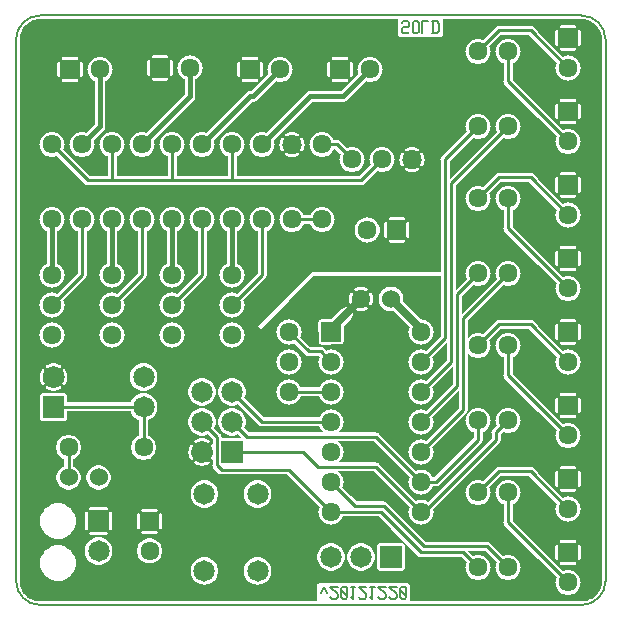
<source format=gbr>
G04 start of page 3 for group 1 idx 1 *
G04 Title: Zab-Let V2, solder *
G04 Creator: pcb 20110918 *
G04 CreationDate: Fri 21 Dec 2012 01:58:23 PM GMT UTC *
G04 For: bertho *
G04 Format: Gerber/RS-274X *
G04 PCB-Dimensions: 325000 225000 *
G04 PCB-Coordinate-Origin: lower left *
%MOIN*%
%FSLAX25Y25*%
%LNBOTTOM*%
%ADD31C,0.0984*%
%ADD30C,0.0394*%
%ADD29C,0.0315*%
%ADD28C,0.0714*%
%ADD27C,0.0635*%
%ADD26C,0.0600*%
%ADD25C,0.0250*%
%ADD24C,0.0080*%
%ADD23C,0.0100*%
%ADD22C,0.0150*%
%ADD21C,0.0001*%
G54D21*G36*
X109994Y78000D02*X111102D01*
X111269Y77599D01*
X111612Y77038D01*
X112039Y76539D01*
X112538Y76112D01*
X112721Y76000D01*
X109994D01*
Y78000D01*
G37*
G36*
X118000Y168879D02*X118183Y168695D01*
X118017Y168294D01*
X118000Y168223D01*
Y168879D01*
G37*
G36*
X142002Y76582D02*X142039Y76539D01*
X142538Y76112D01*
X143099Y75769D01*
X143706Y75517D01*
X144345Y75364D01*
X145000Y75312D01*
X145655Y75364D01*
X146294Y75517D01*
X146901Y75769D01*
X147462Y76112D01*
X147961Y76539D01*
X148388Y77038D01*
X148731Y77599D01*
X148983Y78206D01*
X149136Y78845D01*
X149175Y79500D01*
X149136Y80155D01*
X148983Y80794D01*
X148817Y81195D01*
X157500Y89879D01*
Y84121D01*
X146695Y73317D01*
X146294Y73483D01*
X145655Y73636D01*
X145000Y73688D01*
X144345Y73636D01*
X143706Y73483D01*
X143099Y73231D01*
X142538Y72888D01*
X142039Y72461D01*
X142002Y72418D01*
Y76582D01*
G37*
G36*
Y86582D02*X142039Y86539D01*
X142538Y86112D01*
X143099Y85769D01*
X143706Y85517D01*
X144345Y85364D01*
X145000Y85312D01*
X145655Y85364D01*
X146294Y85517D01*
X146901Y85769D01*
X147462Y86112D01*
X147961Y86539D01*
X148388Y87038D01*
X148731Y87599D01*
X148983Y88206D01*
X149136Y88845D01*
X149175Y89500D01*
X149136Y90155D01*
X148983Y90794D01*
X148817Y91195D01*
X155500Y97879D01*
Y92121D01*
X146695Y83317D01*
X146294Y83483D01*
X145655Y83636D01*
X145000Y83688D01*
X144345Y83636D01*
X143706Y83483D01*
X143099Y83231D01*
X142538Y82888D01*
X142039Y82461D01*
X142002Y82418D01*
Y86582D01*
G37*
G36*
Y96582D02*X142039Y96539D01*
X142538Y96112D01*
X143099Y95769D01*
X143706Y95517D01*
X144345Y95364D01*
X145000Y95312D01*
X145655Y95364D01*
X146294Y95517D01*
X146901Y95769D01*
X147462Y96112D01*
X147961Y96539D01*
X148388Y97038D01*
X148731Y97599D01*
X148983Y98206D01*
X149136Y98845D01*
X149175Y99500D01*
X149136Y100155D01*
X148983Y100794D01*
X148817Y101195D01*
X153500Y105879D01*
Y100121D01*
X146695Y93317D01*
X146294Y93483D01*
X145655Y93636D01*
X145000Y93688D01*
X144345Y93636D01*
X143706Y93483D01*
X143099Y93231D01*
X142538Y92888D01*
X142039Y92461D01*
X142002Y92418D01*
Y96582D01*
G37*
G36*
Y128000D02*X151500D01*
Y108121D01*
X146695Y103317D01*
X146294Y103483D01*
X145655Y103636D01*
X145000Y103688D01*
X144345Y103636D01*
X143706Y103483D01*
X143099Y103231D01*
X142538Y102888D01*
X142039Y102461D01*
X142002Y102418D01*
Y106582D01*
X142039Y106539D01*
X142538Y106112D01*
X143099Y105769D01*
X143706Y105517D01*
X144345Y105364D01*
X145000Y105312D01*
X145655Y105364D01*
X146294Y105517D01*
X146901Y105769D01*
X147462Y106112D01*
X147961Y106539D01*
X148388Y107038D01*
X148731Y107599D01*
X148983Y108206D01*
X149136Y108845D01*
X149175Y109500D01*
X149136Y110155D01*
X148983Y110794D01*
X148731Y111401D01*
X148388Y111962D01*
X147961Y112461D01*
X147462Y112888D01*
X146901Y113231D01*
X146294Y113483D01*
X145655Y113636D01*
X145000Y113688D01*
X144995Y113687D01*
X142002Y116680D01*
Y128000D01*
G37*
G36*
X197675Y213800D02*X198390D01*
X198500Y213794D01*
X199093Y213774D01*
X199681Y213697D01*
X200260Y213568D01*
X200826Y213390D01*
X201374Y213163D01*
X201900Y212889D01*
X202400Y212570D01*
X202871Y212209D01*
X203308Y211808D01*
X203709Y211371D01*
X204070Y210900D01*
X204389Y210400D01*
X204663Y209874D01*
X204890Y209326D01*
X205068Y208760D01*
X205197Y208181D01*
X205274Y207593D01*
X205300Y207000D01*
Y26610D01*
X205294Y26500D01*
X205274Y25907D01*
X205197Y25319D01*
X205068Y24740D01*
X204890Y24174D01*
X204663Y23626D01*
X204389Y23100D01*
X204070Y22600D01*
X203709Y22129D01*
X203308Y21692D01*
X202871Y21291D01*
X202400Y20930D01*
X201900Y20611D01*
X201374Y20337D01*
X200826Y20110D01*
X200260Y19932D01*
X199681Y19803D01*
X199093Y19726D01*
X198500Y19700D01*
X197675D01*
Y24007D01*
X197731Y24099D01*
X197983Y24706D01*
X198136Y25345D01*
X198175Y26000D01*
X198136Y26655D01*
X197983Y27294D01*
X197731Y27901D01*
X197675Y27993D01*
Y33323D01*
X197753Y33330D01*
X197830Y33348D01*
X197903Y33378D01*
X197970Y33419D01*
X198030Y33470D01*
X198081Y33530D01*
X198122Y33597D01*
X198152Y33670D01*
X198170Y33747D01*
X198175Y33825D01*
Y38175D01*
X198170Y38253D01*
X198152Y38330D01*
X198122Y38403D01*
X198081Y38470D01*
X198030Y38530D01*
X197970Y38581D01*
X197903Y38622D01*
X197830Y38652D01*
X197753Y38670D01*
X197675Y38677D01*
Y48507D01*
X197731Y48599D01*
X197983Y49206D01*
X198136Y49845D01*
X198175Y50500D01*
X198136Y51155D01*
X197983Y51794D01*
X197731Y52401D01*
X197675Y52493D01*
Y57823D01*
X197753Y57830D01*
X197830Y57848D01*
X197903Y57878D01*
X197970Y57919D01*
X198030Y57970D01*
X198081Y58030D01*
X198122Y58097D01*
X198152Y58170D01*
X198170Y58247D01*
X198175Y58325D01*
Y62675D01*
X198170Y62753D01*
X198152Y62830D01*
X198122Y62903D01*
X198081Y62970D01*
X198030Y63030D01*
X197970Y63081D01*
X197903Y63122D01*
X197830Y63152D01*
X197753Y63170D01*
X197675Y63177D01*
Y73007D01*
X197731Y73099D01*
X197983Y73706D01*
X198136Y74345D01*
X198175Y75000D01*
X198136Y75655D01*
X197983Y76294D01*
X197731Y76901D01*
X197675Y76993D01*
Y82323D01*
X197753Y82330D01*
X197830Y82348D01*
X197903Y82378D01*
X197970Y82419D01*
X198030Y82470D01*
X198081Y82530D01*
X198122Y82597D01*
X198152Y82670D01*
X198170Y82747D01*
X198175Y82825D01*
Y87175D01*
X198170Y87253D01*
X198152Y87330D01*
X198122Y87403D01*
X198081Y87470D01*
X198030Y87530D01*
X197970Y87581D01*
X197903Y87622D01*
X197830Y87652D01*
X197753Y87670D01*
X197675Y87677D01*
Y97507D01*
X197731Y97599D01*
X197983Y98206D01*
X198136Y98845D01*
X198175Y99500D01*
X198136Y100155D01*
X197983Y100794D01*
X197731Y101401D01*
X197675Y101493D01*
Y106823D01*
X197753Y106830D01*
X197830Y106848D01*
X197903Y106878D01*
X197970Y106919D01*
X198030Y106970D01*
X198081Y107030D01*
X198122Y107097D01*
X198152Y107170D01*
X198170Y107247D01*
X198175Y107325D01*
Y111675D01*
X198170Y111753D01*
X198152Y111830D01*
X198122Y111903D01*
X198081Y111970D01*
X198030Y112030D01*
X197970Y112081D01*
X197903Y112122D01*
X197830Y112152D01*
X197753Y112170D01*
X197675Y112177D01*
Y122007D01*
X197731Y122099D01*
X197983Y122706D01*
X198136Y123345D01*
X198175Y124000D01*
X198136Y124655D01*
X197983Y125294D01*
X197731Y125901D01*
X197675Y125993D01*
Y131323D01*
X197753Y131330D01*
X197830Y131348D01*
X197903Y131378D01*
X197970Y131419D01*
X198030Y131470D01*
X198081Y131530D01*
X198122Y131597D01*
X198152Y131670D01*
X198170Y131747D01*
X198175Y131825D01*
Y136175D01*
X198170Y136253D01*
X198152Y136330D01*
X198122Y136403D01*
X198081Y136470D01*
X198030Y136530D01*
X197970Y136581D01*
X197903Y136622D01*
X197830Y136652D01*
X197753Y136670D01*
X197675Y136677D01*
Y146507D01*
X197731Y146599D01*
X197983Y147206D01*
X198136Y147845D01*
X198175Y148500D01*
X198136Y149155D01*
X197983Y149794D01*
X197731Y150401D01*
X197675Y150493D01*
Y155823D01*
X197753Y155830D01*
X197830Y155848D01*
X197903Y155878D01*
X197970Y155919D01*
X198030Y155970D01*
X198081Y156030D01*
X198122Y156097D01*
X198152Y156170D01*
X198170Y156247D01*
X198175Y156325D01*
Y160675D01*
X198170Y160753D01*
X198152Y160830D01*
X198122Y160903D01*
X198081Y160970D01*
X198030Y161030D01*
X197970Y161081D01*
X197903Y161122D01*
X197830Y161152D01*
X197753Y161170D01*
X197675Y161177D01*
Y171007D01*
X197731Y171099D01*
X197983Y171706D01*
X198136Y172345D01*
X198175Y173000D01*
X198136Y173655D01*
X197983Y174294D01*
X197731Y174901D01*
X197675Y174993D01*
Y180323D01*
X197753Y180330D01*
X197830Y180348D01*
X197903Y180378D01*
X197970Y180419D01*
X198030Y180470D01*
X198081Y180530D01*
X198122Y180597D01*
X198152Y180670D01*
X198170Y180747D01*
X198175Y180825D01*
Y185175D01*
X198170Y185253D01*
X198152Y185330D01*
X198122Y185403D01*
X198081Y185470D01*
X198030Y185530D01*
X197970Y185581D01*
X197903Y185622D01*
X197830Y185652D01*
X197753Y185670D01*
X197675Y185677D01*
Y195507D01*
X197731Y195599D01*
X197983Y196206D01*
X198136Y196845D01*
X198175Y197500D01*
X198136Y198155D01*
X197983Y198794D01*
X197731Y199401D01*
X197675Y199493D01*
Y204823D01*
X197753Y204830D01*
X197830Y204848D01*
X197903Y204878D01*
X197970Y204919D01*
X198030Y204970D01*
X198081Y205030D01*
X198122Y205097D01*
X198152Y205170D01*
X198170Y205247D01*
X198175Y205325D01*
Y209675D01*
X198170Y209753D01*
X198152Y209830D01*
X198122Y209903D01*
X198081Y209970D01*
X198030Y210030D01*
X197970Y210081D01*
X197903Y210122D01*
X197830Y210152D01*
X197753Y210170D01*
X197675Y210177D01*
Y213800D01*
G37*
G36*
Y174993D02*X197388Y175462D01*
X196961Y175961D01*
X196462Y176388D01*
X195901Y176731D01*
X195294Y176983D01*
X194655Y177136D01*
X194000Y177188D01*
Y178825D01*
X196175D01*
X196253Y178830D01*
X196330Y178848D01*
X196403Y178878D01*
X196470Y178919D01*
X196530Y178970D01*
X196581Y179030D01*
X196622Y179097D01*
X196652Y179170D01*
X196670Y179247D01*
X196677Y179325D01*
X196670Y179403D01*
X196652Y179480D01*
X196622Y179553D01*
X196581Y179620D01*
X196530Y179680D01*
X196470Y179731D01*
X196403Y179772D01*
X196330Y179802D01*
X196253Y179820D01*
X196175Y179825D01*
X194000D01*
Y186175D01*
X196175D01*
X196253Y186180D01*
X196330Y186198D01*
X196403Y186228D01*
X196470Y186269D01*
X196530Y186320D01*
X196581Y186380D01*
X196622Y186447D01*
X196652Y186520D01*
X196670Y186597D01*
X196677Y186675D01*
X196670Y186753D01*
X196652Y186830D01*
X196622Y186903D01*
X196581Y186970D01*
X196530Y187030D01*
X196470Y187081D01*
X196403Y187122D01*
X196330Y187152D01*
X196253Y187170D01*
X196175Y187175D01*
X194000D01*
Y193312D01*
X194655Y193364D01*
X195294Y193517D01*
X195901Y193769D01*
X196462Y194112D01*
X196961Y194539D01*
X197388Y195038D01*
X197675Y195507D01*
Y185677D01*
X197597Y185670D01*
X197520Y185652D01*
X197447Y185622D01*
X197380Y185581D01*
X197320Y185530D01*
X197269Y185470D01*
X197228Y185403D01*
X197198Y185330D01*
X197180Y185253D01*
X197175Y185175D01*
Y180825D01*
X197180Y180747D01*
X197198Y180670D01*
X197228Y180597D01*
X197269Y180530D01*
X197320Y180470D01*
X197380Y180419D01*
X197447Y180378D01*
X197520Y180348D01*
X197597Y180330D01*
X197675Y180323D01*
Y174993D01*
G37*
G36*
Y150493D02*X197388Y150962D01*
X196961Y151461D01*
X196462Y151888D01*
X195901Y152231D01*
X195294Y152483D01*
X194655Y152636D01*
X194000Y152688D01*
Y154325D01*
X196175D01*
X196253Y154330D01*
X196330Y154348D01*
X196403Y154378D01*
X196470Y154419D01*
X196530Y154470D01*
X196581Y154530D01*
X196622Y154597D01*
X196652Y154670D01*
X196670Y154747D01*
X196677Y154825D01*
X196670Y154903D01*
X196652Y154980D01*
X196622Y155053D01*
X196581Y155120D01*
X196530Y155180D01*
X196470Y155231D01*
X196403Y155272D01*
X196330Y155302D01*
X196253Y155320D01*
X196175Y155325D01*
X194000D01*
Y161675D01*
X196175D01*
X196253Y161680D01*
X196330Y161698D01*
X196403Y161728D01*
X196470Y161769D01*
X196530Y161820D01*
X196581Y161880D01*
X196622Y161947D01*
X196652Y162020D01*
X196670Y162097D01*
X196677Y162175D01*
X196670Y162253D01*
X196652Y162330D01*
X196622Y162403D01*
X196581Y162470D01*
X196530Y162530D01*
X196470Y162581D01*
X196403Y162622D01*
X196330Y162652D01*
X196253Y162670D01*
X196175Y162675D01*
X194000D01*
Y168812D01*
X194655Y168864D01*
X195294Y169017D01*
X195901Y169269D01*
X196462Y169612D01*
X196961Y170039D01*
X197388Y170538D01*
X197675Y171007D01*
Y161177D01*
X197597Y161170D01*
X197520Y161152D01*
X197447Y161122D01*
X197380Y161081D01*
X197320Y161030D01*
X197269Y160970D01*
X197228Y160903D01*
X197198Y160830D01*
X197180Y160753D01*
X197175Y160675D01*
Y156325D01*
X197180Y156247D01*
X197198Y156170D01*
X197228Y156097D01*
X197269Y156030D01*
X197320Y155970D01*
X197380Y155919D01*
X197447Y155878D01*
X197520Y155848D01*
X197597Y155830D01*
X197675Y155823D01*
Y150493D01*
G37*
G36*
Y125993D02*X197388Y126462D01*
X196961Y126961D01*
X196462Y127388D01*
X195901Y127731D01*
X195294Y127983D01*
X194655Y128136D01*
X194000Y128188D01*
Y129825D01*
X196175D01*
X196253Y129830D01*
X196330Y129848D01*
X196403Y129878D01*
X196470Y129919D01*
X196530Y129970D01*
X196581Y130030D01*
X196622Y130097D01*
X196652Y130170D01*
X196670Y130247D01*
X196677Y130325D01*
X196670Y130403D01*
X196652Y130480D01*
X196622Y130553D01*
X196581Y130620D01*
X196530Y130680D01*
X196470Y130731D01*
X196403Y130772D01*
X196330Y130802D01*
X196253Y130820D01*
X196175Y130825D01*
X194000D01*
Y137175D01*
X196175D01*
X196253Y137180D01*
X196330Y137198D01*
X196403Y137228D01*
X196470Y137269D01*
X196530Y137320D01*
X196581Y137380D01*
X196622Y137447D01*
X196652Y137520D01*
X196670Y137597D01*
X196677Y137675D01*
X196670Y137753D01*
X196652Y137830D01*
X196622Y137903D01*
X196581Y137970D01*
X196530Y138030D01*
X196470Y138081D01*
X196403Y138122D01*
X196330Y138152D01*
X196253Y138170D01*
X196175Y138175D01*
X194000D01*
Y144312D01*
X194655Y144364D01*
X195294Y144517D01*
X195901Y144769D01*
X196462Y145112D01*
X196961Y145539D01*
X197388Y146038D01*
X197675Y146507D01*
Y136677D01*
X197597Y136670D01*
X197520Y136652D01*
X197447Y136622D01*
X197380Y136581D01*
X197320Y136530D01*
X197269Y136470D01*
X197228Y136403D01*
X197198Y136330D01*
X197180Y136253D01*
X197175Y136175D01*
Y131825D01*
X197180Y131747D01*
X197198Y131670D01*
X197228Y131597D01*
X197269Y131530D01*
X197320Y131470D01*
X197380Y131419D01*
X197447Y131378D01*
X197520Y131348D01*
X197597Y131330D01*
X197675Y131323D01*
Y125993D01*
G37*
G36*
Y101493D02*X197388Y101962D01*
X196961Y102461D01*
X196462Y102888D01*
X195901Y103231D01*
X195294Y103483D01*
X194655Y103636D01*
X194000Y103688D01*
Y105325D01*
X196175D01*
X196253Y105330D01*
X196330Y105348D01*
X196403Y105378D01*
X196470Y105419D01*
X196530Y105470D01*
X196581Y105530D01*
X196622Y105597D01*
X196652Y105670D01*
X196670Y105747D01*
X196677Y105825D01*
X196670Y105903D01*
X196652Y105980D01*
X196622Y106053D01*
X196581Y106120D01*
X196530Y106180D01*
X196470Y106231D01*
X196403Y106272D01*
X196330Y106302D01*
X196253Y106320D01*
X196175Y106325D01*
X194000D01*
Y112675D01*
X196175D01*
X196253Y112680D01*
X196330Y112698D01*
X196403Y112728D01*
X196470Y112769D01*
X196530Y112820D01*
X196581Y112880D01*
X196622Y112947D01*
X196652Y113020D01*
X196670Y113097D01*
X196677Y113175D01*
X196670Y113253D01*
X196652Y113330D01*
X196622Y113403D01*
X196581Y113470D01*
X196530Y113530D01*
X196470Y113581D01*
X196403Y113622D01*
X196330Y113652D01*
X196253Y113670D01*
X196175Y113675D01*
X194000D01*
Y119812D01*
X194655Y119864D01*
X195294Y120017D01*
X195901Y120269D01*
X196462Y120612D01*
X196961Y121039D01*
X197388Y121538D01*
X197675Y122007D01*
Y112177D01*
X197597Y112170D01*
X197520Y112152D01*
X197447Y112122D01*
X197380Y112081D01*
X197320Y112030D01*
X197269Y111970D01*
X197228Y111903D01*
X197198Y111830D01*
X197180Y111753D01*
X197175Y111675D01*
Y107325D01*
X197180Y107247D01*
X197198Y107170D01*
X197228Y107097D01*
X197269Y107030D01*
X197320Y106970D01*
X197380Y106919D01*
X197447Y106878D01*
X197520Y106848D01*
X197597Y106830D01*
X197675Y106823D01*
Y101493D01*
G37*
G36*
Y76993D02*X197388Y77462D01*
X196961Y77961D01*
X196462Y78388D01*
X195901Y78731D01*
X195294Y78983D01*
X194655Y79136D01*
X194000Y79188D01*
Y80825D01*
X196175D01*
X196253Y80830D01*
X196330Y80848D01*
X196403Y80878D01*
X196470Y80919D01*
X196530Y80970D01*
X196581Y81030D01*
X196622Y81097D01*
X196652Y81170D01*
X196670Y81247D01*
X196677Y81325D01*
X196670Y81403D01*
X196652Y81480D01*
X196622Y81553D01*
X196581Y81620D01*
X196530Y81680D01*
X196470Y81731D01*
X196403Y81772D01*
X196330Y81802D01*
X196253Y81820D01*
X196175Y81825D01*
X194000D01*
Y88175D01*
X196175D01*
X196253Y88180D01*
X196330Y88198D01*
X196403Y88228D01*
X196470Y88269D01*
X196530Y88320D01*
X196581Y88380D01*
X196622Y88447D01*
X196652Y88520D01*
X196670Y88597D01*
X196677Y88675D01*
X196670Y88753D01*
X196652Y88830D01*
X196622Y88903D01*
X196581Y88970D01*
X196530Y89030D01*
X196470Y89081D01*
X196403Y89122D01*
X196330Y89152D01*
X196253Y89170D01*
X196175Y89175D01*
X194000D01*
Y95312D01*
X194655Y95364D01*
X195294Y95517D01*
X195901Y95769D01*
X196462Y96112D01*
X196961Y96539D01*
X197388Y97038D01*
X197675Y97507D01*
Y87677D01*
X197597Y87670D01*
X197520Y87652D01*
X197447Y87622D01*
X197380Y87581D01*
X197320Y87530D01*
X197269Y87470D01*
X197228Y87403D01*
X197198Y87330D01*
X197180Y87253D01*
X197175Y87175D01*
Y82825D01*
X197180Y82747D01*
X197198Y82670D01*
X197228Y82597D01*
X197269Y82530D01*
X197320Y82470D01*
X197380Y82419D01*
X197447Y82378D01*
X197520Y82348D01*
X197597Y82330D01*
X197675Y82323D01*
Y76993D01*
G37*
G36*
Y52493D02*X197388Y52962D01*
X196961Y53461D01*
X196462Y53888D01*
X195901Y54231D01*
X195294Y54483D01*
X194655Y54636D01*
X194000Y54688D01*
Y56325D01*
X196175D01*
X196253Y56330D01*
X196330Y56348D01*
X196403Y56378D01*
X196470Y56419D01*
X196530Y56470D01*
X196581Y56530D01*
X196622Y56597D01*
X196652Y56670D01*
X196670Y56747D01*
X196677Y56825D01*
X196670Y56903D01*
X196652Y56980D01*
X196622Y57053D01*
X196581Y57120D01*
X196530Y57180D01*
X196470Y57231D01*
X196403Y57272D01*
X196330Y57302D01*
X196253Y57320D01*
X196175Y57325D01*
X194000D01*
Y63675D01*
X196175D01*
X196253Y63680D01*
X196330Y63698D01*
X196403Y63728D01*
X196470Y63769D01*
X196530Y63820D01*
X196581Y63880D01*
X196622Y63947D01*
X196652Y64020D01*
X196670Y64097D01*
X196677Y64175D01*
X196670Y64253D01*
X196652Y64330D01*
X196622Y64403D01*
X196581Y64470D01*
X196530Y64530D01*
X196470Y64581D01*
X196403Y64622D01*
X196330Y64652D01*
X196253Y64670D01*
X196175Y64675D01*
X194000D01*
Y70812D01*
X194655Y70864D01*
X195294Y71017D01*
X195901Y71269D01*
X196462Y71612D01*
X196961Y72039D01*
X197388Y72538D01*
X197675Y73007D01*
Y63177D01*
X197597Y63170D01*
X197520Y63152D01*
X197447Y63122D01*
X197380Y63081D01*
X197320Y63030D01*
X197269Y62970D01*
X197228Y62903D01*
X197198Y62830D01*
X197180Y62753D01*
X197175Y62675D01*
Y58325D01*
X197180Y58247D01*
X197198Y58170D01*
X197228Y58097D01*
X197269Y58030D01*
X197320Y57970D01*
X197380Y57919D01*
X197447Y57878D01*
X197520Y57848D01*
X197597Y57830D01*
X197675Y57823D01*
Y52493D01*
G37*
G36*
Y27993D02*X197388Y28462D01*
X196961Y28961D01*
X196462Y29388D01*
X195901Y29731D01*
X195294Y29983D01*
X194655Y30136D01*
X194000Y30188D01*
Y31825D01*
X196175D01*
X196253Y31830D01*
X196330Y31848D01*
X196403Y31878D01*
X196470Y31919D01*
X196530Y31970D01*
X196581Y32030D01*
X196622Y32097D01*
X196652Y32170D01*
X196670Y32247D01*
X196677Y32325D01*
X196670Y32403D01*
X196652Y32480D01*
X196622Y32553D01*
X196581Y32620D01*
X196530Y32680D01*
X196470Y32731D01*
X196403Y32772D01*
X196330Y32802D01*
X196253Y32820D01*
X196175Y32825D01*
X194000D01*
Y39175D01*
X196175D01*
X196253Y39180D01*
X196330Y39198D01*
X196403Y39228D01*
X196470Y39269D01*
X196530Y39320D01*
X196581Y39380D01*
X196622Y39447D01*
X196652Y39520D01*
X196670Y39597D01*
X196677Y39675D01*
X196670Y39753D01*
X196652Y39830D01*
X196622Y39903D01*
X196581Y39970D01*
X196530Y40030D01*
X196470Y40081D01*
X196403Y40122D01*
X196330Y40152D01*
X196253Y40170D01*
X196175Y40175D01*
X194000D01*
Y46312D01*
X194655Y46364D01*
X195294Y46517D01*
X195901Y46769D01*
X196462Y47112D01*
X196961Y47539D01*
X197388Y48038D01*
X197675Y48507D01*
Y38677D01*
X197597Y38670D01*
X197520Y38652D01*
X197447Y38622D01*
X197380Y38581D01*
X197320Y38530D01*
X197269Y38470D01*
X197228Y38403D01*
X197198Y38330D01*
X197180Y38253D01*
X197175Y38175D01*
Y33825D01*
X197180Y33747D01*
X197198Y33670D01*
X197228Y33597D01*
X197269Y33530D01*
X197320Y33470D01*
X197380Y33419D01*
X197447Y33378D01*
X197520Y33348D01*
X197597Y33330D01*
X197675Y33323D01*
Y27993D01*
G37*
G36*
Y19700D02*X194000D01*
Y21812D01*
X194655Y21864D01*
X195294Y22017D01*
X195901Y22269D01*
X196462Y22612D01*
X196961Y23039D01*
X197388Y23538D01*
X197675Y24007D01*
Y19700D01*
G37*
G36*
X194000Y213800D02*X197675D01*
Y210177D01*
X197597Y210170D01*
X197520Y210152D01*
X197447Y210122D01*
X197380Y210081D01*
X197320Y210030D01*
X197269Y209970D01*
X197228Y209903D01*
X197198Y209830D01*
X197180Y209753D01*
X197175Y209675D01*
Y205325D01*
X197180Y205247D01*
X197198Y205170D01*
X197228Y205097D01*
X197269Y205030D01*
X197320Y204970D01*
X197380Y204919D01*
X197447Y204878D01*
X197520Y204848D01*
X197597Y204830D01*
X197675Y204823D01*
Y199493D01*
X197388Y199962D01*
X196961Y200461D01*
X196462Y200888D01*
X195901Y201231D01*
X195294Y201483D01*
X194655Y201636D01*
X194000Y201688D01*
Y203325D01*
X196175D01*
X196253Y203330D01*
X196330Y203348D01*
X196403Y203378D01*
X196470Y203419D01*
X196530Y203470D01*
X196581Y203530D01*
X196622Y203597D01*
X196652Y203670D01*
X196670Y203747D01*
X196677Y203825D01*
X196670Y203903D01*
X196652Y203980D01*
X196622Y204053D01*
X196581Y204120D01*
X196530Y204180D01*
X196470Y204231D01*
X196403Y204272D01*
X196330Y204302D01*
X196253Y204320D01*
X196175Y204325D01*
X194000D01*
Y210675D01*
X196175D01*
X196253Y210680D01*
X196330Y210698D01*
X196403Y210728D01*
X196470Y210769D01*
X196530Y210820D01*
X196581Y210880D01*
X196622Y210947D01*
X196652Y211020D01*
X196670Y211097D01*
X196677Y211175D01*
X196670Y211253D01*
X196652Y211330D01*
X196622Y211403D01*
X196581Y211470D01*
X196530Y211530D01*
X196470Y211581D01*
X196403Y211622D01*
X196330Y211652D01*
X196253Y211670D01*
X196175Y211675D01*
X194000D01*
Y213800D01*
G37*
G36*
Y177188D02*X194000D01*
X193345Y177136D01*
X192706Y176983D01*
X192305Y176817D01*
X190325Y178796D01*
Y180323D01*
X190403Y180330D01*
X190480Y180348D01*
X190553Y180378D01*
X190620Y180419D01*
X190680Y180470D01*
X190731Y180530D01*
X190772Y180597D01*
X190802Y180670D01*
X190820Y180747D01*
X190825Y180825D01*
Y185175D01*
X190820Y185253D01*
X190802Y185330D01*
X190772Y185403D01*
X190731Y185470D01*
X190680Y185530D01*
X190620Y185581D01*
X190553Y185622D01*
X190480Y185652D01*
X190403Y185670D01*
X190325Y185677D01*
Y195507D01*
X190612Y195038D01*
X191039Y194539D01*
X191538Y194112D01*
X192099Y193769D01*
X192706Y193517D01*
X193345Y193364D01*
X194000Y193312D01*
X194000D01*
Y187175D01*
X191825D01*
X191747Y187170D01*
X191670Y187152D01*
X191597Y187122D01*
X191530Y187081D01*
X191470Y187030D01*
X191419Y186970D01*
X191378Y186903D01*
X191348Y186830D01*
X191330Y186753D01*
X191323Y186675D01*
X191330Y186597D01*
X191348Y186520D01*
X191378Y186447D01*
X191419Y186380D01*
X191470Y186320D01*
X191530Y186269D01*
X191597Y186228D01*
X191670Y186198D01*
X191747Y186180D01*
X191825Y186175D01*
X194000D01*
Y179825D01*
X191825D01*
X191747Y179820D01*
X191670Y179802D01*
X191597Y179772D01*
X191530Y179731D01*
X191470Y179680D01*
X191419Y179620D01*
X191378Y179553D01*
X191348Y179480D01*
X191330Y179403D01*
X191323Y179325D01*
X191330Y179247D01*
X191348Y179170D01*
X191378Y179097D01*
X191419Y179030D01*
X191470Y178970D01*
X191530Y178919D01*
X191597Y178878D01*
X191670Y178848D01*
X191747Y178830D01*
X191825Y178825D01*
X194000D01*
Y177188D01*
G37*
G36*
X190325Y178796D02*X183994Y185128D01*
Y205385D01*
X190183Y199195D01*
X190017Y198794D01*
X189864Y198155D01*
X189812Y197500D01*
X189864Y196845D01*
X190017Y196206D01*
X190269Y195599D01*
X190325Y195507D01*
Y185677D01*
X190247Y185670D01*
X190170Y185652D01*
X190097Y185622D01*
X190030Y185581D01*
X189970Y185530D01*
X189919Y185470D01*
X189878Y185403D01*
X189848Y185330D01*
X189830Y185253D01*
X189825Y185175D01*
Y180825D01*
X189830Y180747D01*
X189848Y180670D01*
X189878Y180597D01*
X189919Y180530D01*
X189970Y180470D01*
X190030Y180419D01*
X190097Y180378D01*
X190170Y180348D01*
X190247Y180330D01*
X190325Y180323D01*
Y178796D01*
G37*
G36*
X194000Y152688D02*X194000D01*
X193345Y152636D01*
X192706Y152483D01*
X192305Y152317D01*
X190325Y154296D01*
Y155823D01*
X190403Y155830D01*
X190480Y155848D01*
X190553Y155878D01*
X190620Y155919D01*
X190680Y155970D01*
X190731Y156030D01*
X190772Y156097D01*
X190802Y156170D01*
X190820Y156247D01*
X190825Y156325D01*
Y160675D01*
X190820Y160753D01*
X190802Y160830D01*
X190772Y160903D01*
X190731Y160970D01*
X190680Y161030D01*
X190620Y161081D01*
X190553Y161122D01*
X190480Y161152D01*
X190403Y161170D01*
X190325Y161177D01*
Y171007D01*
X190612Y170538D01*
X191039Y170039D01*
X191538Y169612D01*
X192099Y169269D01*
X192706Y169017D01*
X193345Y168864D01*
X194000Y168812D01*
X194000D01*
Y162675D01*
X191825D01*
X191747Y162670D01*
X191670Y162652D01*
X191597Y162622D01*
X191530Y162581D01*
X191470Y162530D01*
X191419Y162470D01*
X191378Y162403D01*
X191348Y162330D01*
X191330Y162253D01*
X191323Y162175D01*
X191330Y162097D01*
X191348Y162020D01*
X191378Y161947D01*
X191419Y161880D01*
X191470Y161820D01*
X191530Y161769D01*
X191597Y161728D01*
X191670Y161698D01*
X191747Y161680D01*
X191825Y161675D01*
X194000D01*
Y155325D01*
X191825D01*
X191747Y155320D01*
X191670Y155302D01*
X191597Y155272D01*
X191530Y155231D01*
X191470Y155180D01*
X191419Y155120D01*
X191378Y155053D01*
X191348Y154980D01*
X191330Y154903D01*
X191323Y154825D01*
X191330Y154747D01*
X191348Y154670D01*
X191378Y154597D01*
X191419Y154530D01*
X191470Y154470D01*
X191530Y154419D01*
X191597Y154378D01*
X191670Y154348D01*
X191747Y154330D01*
X191825Y154325D01*
X194000D01*
Y152688D01*
G37*
G36*
X190325Y154296D02*X183994Y160628D01*
Y180885D01*
X190183Y174695D01*
X190017Y174294D01*
X189864Y173655D01*
X189812Y173000D01*
X189864Y172345D01*
X190017Y171706D01*
X190269Y171099D01*
X190325Y171007D01*
Y161177D01*
X190247Y161170D01*
X190170Y161152D01*
X190097Y161122D01*
X190030Y161081D01*
X189970Y161030D01*
X189919Y160970D01*
X189878Y160903D01*
X189848Y160830D01*
X189830Y160753D01*
X189825Y160675D01*
Y156325D01*
X189830Y156247D01*
X189848Y156170D01*
X189878Y156097D01*
X189919Y156030D01*
X189970Y155970D01*
X190030Y155919D01*
X190097Y155878D01*
X190170Y155848D01*
X190247Y155830D01*
X190325Y155823D01*
Y154296D01*
G37*
G36*
X194000Y128188D02*X194000D01*
X193345Y128136D01*
X192706Y127983D01*
X192305Y127817D01*
X190325Y129796D01*
Y131323D01*
X190403Y131330D01*
X190480Y131348D01*
X190553Y131378D01*
X190620Y131419D01*
X190680Y131470D01*
X190731Y131530D01*
X190772Y131597D01*
X190802Y131670D01*
X190820Y131747D01*
X190825Y131825D01*
Y136175D01*
X190820Y136253D01*
X190802Y136330D01*
X190772Y136403D01*
X190731Y136470D01*
X190680Y136530D01*
X190620Y136581D01*
X190553Y136622D01*
X190480Y136652D01*
X190403Y136670D01*
X190325Y136677D01*
Y146507D01*
X190612Y146038D01*
X191039Y145539D01*
X191538Y145112D01*
X192099Y144769D01*
X192706Y144517D01*
X193345Y144364D01*
X194000Y144312D01*
X194000D01*
Y138175D01*
X191825D01*
X191747Y138170D01*
X191670Y138152D01*
X191597Y138122D01*
X191530Y138081D01*
X191470Y138030D01*
X191419Y137970D01*
X191378Y137903D01*
X191348Y137830D01*
X191330Y137753D01*
X191323Y137675D01*
X191330Y137597D01*
X191348Y137520D01*
X191378Y137447D01*
X191419Y137380D01*
X191470Y137320D01*
X191530Y137269D01*
X191597Y137228D01*
X191670Y137198D01*
X191747Y137180D01*
X191825Y137175D01*
X194000D01*
Y130825D01*
X191825D01*
X191747Y130820D01*
X191670Y130802D01*
X191597Y130772D01*
X191530Y130731D01*
X191470Y130680D01*
X191419Y130620D01*
X191378Y130553D01*
X191348Y130480D01*
X191330Y130403D01*
X191323Y130325D01*
X191330Y130247D01*
X191348Y130170D01*
X191378Y130097D01*
X191419Y130030D01*
X191470Y129970D01*
X191530Y129919D01*
X191597Y129878D01*
X191670Y129848D01*
X191747Y129830D01*
X191825Y129825D01*
X194000D01*
Y128188D01*
G37*
G36*
X190325Y129796D02*X183994Y136128D01*
Y156385D01*
X190183Y150195D01*
X190017Y149794D01*
X189864Y149155D01*
X189812Y148500D01*
X189864Y147845D01*
X190017Y147206D01*
X190269Y146599D01*
X190325Y146507D01*
Y136677D01*
X190247Y136670D01*
X190170Y136652D01*
X190097Y136622D01*
X190030Y136581D01*
X189970Y136530D01*
X189919Y136470D01*
X189878Y136403D01*
X189848Y136330D01*
X189830Y136253D01*
X189825Y136175D01*
Y131825D01*
X189830Y131747D01*
X189848Y131670D01*
X189878Y131597D01*
X189919Y131530D01*
X189970Y131470D01*
X190030Y131419D01*
X190097Y131378D01*
X190170Y131348D01*
X190247Y131330D01*
X190325Y131323D01*
Y129796D01*
G37*
G36*
X194000Y103688D02*X194000D01*
X193345Y103636D01*
X192706Y103483D01*
X192305Y103317D01*
X190325Y105296D01*
Y106823D01*
X190403Y106830D01*
X190480Y106848D01*
X190553Y106878D01*
X190620Y106919D01*
X190680Y106970D01*
X190731Y107030D01*
X190772Y107097D01*
X190802Y107170D01*
X190820Y107247D01*
X190825Y107325D01*
Y111675D01*
X190820Y111753D01*
X190802Y111830D01*
X190772Y111903D01*
X190731Y111970D01*
X190680Y112030D01*
X190620Y112081D01*
X190553Y112122D01*
X190480Y112152D01*
X190403Y112170D01*
X190325Y112177D01*
Y122007D01*
X190612Y121538D01*
X191039Y121039D01*
X191538Y120612D01*
X192099Y120269D01*
X192706Y120017D01*
X193345Y119864D01*
X194000Y119812D01*
X194000D01*
Y113675D01*
X191825D01*
X191747Y113670D01*
X191670Y113652D01*
X191597Y113622D01*
X191530Y113581D01*
X191470Y113530D01*
X191419Y113470D01*
X191378Y113403D01*
X191348Y113330D01*
X191330Y113253D01*
X191323Y113175D01*
X191330Y113097D01*
X191348Y113020D01*
X191378Y112947D01*
X191419Y112880D01*
X191470Y112820D01*
X191530Y112769D01*
X191597Y112728D01*
X191670Y112698D01*
X191747Y112680D01*
X191825Y112675D01*
X194000D01*
Y106325D01*
X191825D01*
X191747Y106320D01*
X191670Y106302D01*
X191597Y106272D01*
X191530Y106231D01*
X191470Y106180D01*
X191419Y106120D01*
X191378Y106053D01*
X191348Y105980D01*
X191330Y105903D01*
X191323Y105825D01*
X191330Y105747D01*
X191348Y105670D01*
X191378Y105597D01*
X191419Y105530D01*
X191470Y105470D01*
X191530Y105419D01*
X191597Y105378D01*
X191670Y105348D01*
X191747Y105330D01*
X191825Y105325D01*
X194000D01*
Y103688D01*
G37*
G36*
X190325Y105296D02*X183994Y111628D01*
Y131885D01*
X190183Y125695D01*
X190017Y125294D01*
X189864Y124655D01*
X189812Y124000D01*
X189864Y123345D01*
X190017Y122706D01*
X190269Y122099D01*
X190325Y122007D01*
Y112177D01*
X190247Y112170D01*
X190170Y112152D01*
X190097Y112122D01*
X190030Y112081D01*
X189970Y112030D01*
X189919Y111970D01*
X189878Y111903D01*
X189848Y111830D01*
X189830Y111753D01*
X189825Y111675D01*
Y107325D01*
X189830Y107247D01*
X189848Y107170D01*
X189878Y107097D01*
X189919Y107030D01*
X189970Y106970D01*
X190030Y106919D01*
X190097Y106878D01*
X190170Y106848D01*
X190247Y106830D01*
X190325Y106823D01*
Y105296D01*
G37*
G36*
X194000Y79188D02*X194000D01*
X193345Y79136D01*
X192706Y78983D01*
X192305Y78817D01*
X190325Y80796D01*
Y82323D01*
X190403Y82330D01*
X190480Y82348D01*
X190553Y82378D01*
X190620Y82419D01*
X190680Y82470D01*
X190731Y82530D01*
X190772Y82597D01*
X190802Y82670D01*
X190820Y82747D01*
X190825Y82825D01*
Y87175D01*
X190820Y87253D01*
X190802Y87330D01*
X190772Y87403D01*
X190731Y87470D01*
X190680Y87530D01*
X190620Y87581D01*
X190553Y87622D01*
X190480Y87652D01*
X190403Y87670D01*
X190325Y87677D01*
Y97507D01*
X190612Y97038D01*
X191039Y96539D01*
X191538Y96112D01*
X192099Y95769D01*
X192706Y95517D01*
X193345Y95364D01*
X194000Y95312D01*
X194000D01*
Y89175D01*
X191825D01*
X191747Y89170D01*
X191670Y89152D01*
X191597Y89122D01*
X191530Y89081D01*
X191470Y89030D01*
X191419Y88970D01*
X191378Y88903D01*
X191348Y88830D01*
X191330Y88753D01*
X191323Y88675D01*
X191330Y88597D01*
X191348Y88520D01*
X191378Y88447D01*
X191419Y88380D01*
X191470Y88320D01*
X191530Y88269D01*
X191597Y88228D01*
X191670Y88198D01*
X191747Y88180D01*
X191825Y88175D01*
X194000D01*
Y81825D01*
X191825D01*
X191747Y81820D01*
X191670Y81802D01*
X191597Y81772D01*
X191530Y81731D01*
X191470Y81680D01*
X191419Y81620D01*
X191378Y81553D01*
X191348Y81480D01*
X191330Y81403D01*
X191323Y81325D01*
X191330Y81247D01*
X191348Y81170D01*
X191378Y81097D01*
X191419Y81030D01*
X191470Y80970D01*
X191530Y80919D01*
X191597Y80878D01*
X191670Y80848D01*
X191747Y80830D01*
X191825Y80825D01*
X194000D01*
Y79188D01*
G37*
G36*
X190325Y80796D02*X183994Y87128D01*
Y107385D01*
X190183Y101195D01*
X190017Y100794D01*
X189864Y100155D01*
X189812Y99500D01*
X189864Y98845D01*
X190017Y98206D01*
X190269Y97599D01*
X190325Y97507D01*
Y87677D01*
X190247Y87670D01*
X190170Y87652D01*
X190097Y87622D01*
X190030Y87581D01*
X189970Y87530D01*
X189919Y87470D01*
X189878Y87403D01*
X189848Y87330D01*
X189830Y87253D01*
X189825Y87175D01*
Y82825D01*
X189830Y82747D01*
X189848Y82670D01*
X189878Y82597D01*
X189919Y82530D01*
X189970Y82470D01*
X190030Y82419D01*
X190097Y82378D01*
X190170Y82348D01*
X190247Y82330D01*
X190325Y82323D01*
Y80796D01*
G37*
G36*
X194000Y54688D02*X194000D01*
X193345Y54636D01*
X192706Y54483D01*
X192305Y54317D01*
X190325Y56296D01*
Y57823D01*
X190403Y57830D01*
X190480Y57848D01*
X190553Y57878D01*
X190620Y57919D01*
X190680Y57970D01*
X190731Y58030D01*
X190772Y58097D01*
X190802Y58170D01*
X190820Y58247D01*
X190825Y58325D01*
Y62675D01*
X190820Y62753D01*
X190802Y62830D01*
X190772Y62903D01*
X190731Y62970D01*
X190680Y63030D01*
X190620Y63081D01*
X190553Y63122D01*
X190480Y63152D01*
X190403Y63170D01*
X190325Y63177D01*
Y73007D01*
X190612Y72538D01*
X191039Y72039D01*
X191538Y71612D01*
X192099Y71269D01*
X192706Y71017D01*
X193345Y70864D01*
X194000Y70812D01*
X194000D01*
Y64675D01*
X191825D01*
X191747Y64670D01*
X191670Y64652D01*
X191597Y64622D01*
X191530Y64581D01*
X191470Y64530D01*
X191419Y64470D01*
X191378Y64403D01*
X191348Y64330D01*
X191330Y64253D01*
X191323Y64175D01*
X191330Y64097D01*
X191348Y64020D01*
X191378Y63947D01*
X191419Y63880D01*
X191470Y63820D01*
X191530Y63769D01*
X191597Y63728D01*
X191670Y63698D01*
X191747Y63680D01*
X191825Y63675D01*
X194000D01*
Y57325D01*
X191825D01*
X191747Y57320D01*
X191670Y57302D01*
X191597Y57272D01*
X191530Y57231D01*
X191470Y57180D01*
X191419Y57120D01*
X191378Y57053D01*
X191348Y56980D01*
X191330Y56903D01*
X191323Y56825D01*
X191330Y56747D01*
X191348Y56670D01*
X191378Y56597D01*
X191419Y56530D01*
X191470Y56470D01*
X191530Y56419D01*
X191597Y56378D01*
X191670Y56348D01*
X191747Y56330D01*
X191825Y56325D01*
X194000D01*
Y54688D01*
G37*
G36*
X190325Y56296D02*X183994Y62628D01*
Y82885D01*
X190183Y76695D01*
X190017Y76294D01*
X189864Y75655D01*
X189812Y75000D01*
X189864Y74345D01*
X190017Y73706D01*
X190269Y73099D01*
X190325Y73007D01*
Y63177D01*
X190247Y63170D01*
X190170Y63152D01*
X190097Y63122D01*
X190030Y63081D01*
X189970Y63030D01*
X189919Y62970D01*
X189878Y62903D01*
X189848Y62830D01*
X189830Y62753D01*
X189825Y62675D01*
Y58325D01*
X189830Y58247D01*
X189848Y58170D01*
X189878Y58097D01*
X189919Y58030D01*
X189970Y57970D01*
X190030Y57919D01*
X190097Y57878D01*
X190170Y57848D01*
X190247Y57830D01*
X190325Y57823D01*
Y56296D01*
G37*
G36*
X194000Y30188D02*X194000D01*
X193345Y30136D01*
X192706Y29983D01*
X192305Y29817D01*
X190325Y31796D01*
Y33323D01*
X190403Y33330D01*
X190480Y33348D01*
X190553Y33378D01*
X190620Y33419D01*
X190680Y33470D01*
X190731Y33530D01*
X190772Y33597D01*
X190802Y33670D01*
X190820Y33747D01*
X190825Y33825D01*
Y38175D01*
X190820Y38253D01*
X190802Y38330D01*
X190772Y38403D01*
X190731Y38470D01*
X190680Y38530D01*
X190620Y38581D01*
X190553Y38622D01*
X190480Y38652D01*
X190403Y38670D01*
X190325Y38677D01*
Y48507D01*
X190612Y48038D01*
X191039Y47539D01*
X191538Y47112D01*
X192099Y46769D01*
X192706Y46517D01*
X193345Y46364D01*
X194000Y46312D01*
X194000D01*
Y40175D01*
X191825D01*
X191747Y40170D01*
X191670Y40152D01*
X191597Y40122D01*
X191530Y40081D01*
X191470Y40030D01*
X191419Y39970D01*
X191378Y39903D01*
X191348Y39830D01*
X191330Y39753D01*
X191323Y39675D01*
X191330Y39597D01*
X191348Y39520D01*
X191378Y39447D01*
X191419Y39380D01*
X191470Y39320D01*
X191530Y39269D01*
X191597Y39228D01*
X191670Y39198D01*
X191747Y39180D01*
X191825Y39175D01*
X194000D01*
Y32825D01*
X191825D01*
X191747Y32820D01*
X191670Y32802D01*
X191597Y32772D01*
X191530Y32731D01*
X191470Y32680D01*
X191419Y32620D01*
X191378Y32553D01*
X191348Y32480D01*
X191330Y32403D01*
X191323Y32325D01*
X191330Y32247D01*
X191348Y32170D01*
X191378Y32097D01*
X191419Y32030D01*
X191470Y31970D01*
X191530Y31919D01*
X191597Y31878D01*
X191670Y31848D01*
X191747Y31830D01*
X191825Y31825D01*
X194000D01*
Y30188D01*
G37*
G36*
X190325Y31796D02*X183994Y38128D01*
Y58385D01*
X190183Y52195D01*
X190017Y51794D01*
X189864Y51155D01*
X189812Y50500D01*
X189864Y49845D01*
X190017Y49206D01*
X190269Y48599D01*
X190325Y48507D01*
Y38677D01*
X190247Y38670D01*
X190170Y38652D01*
X190097Y38622D01*
X190030Y38581D01*
X189970Y38530D01*
X189919Y38470D01*
X189878Y38403D01*
X189848Y38330D01*
X189830Y38253D01*
X189825Y38175D01*
Y33825D01*
X189830Y33747D01*
X189848Y33670D01*
X189878Y33597D01*
X189919Y33530D01*
X189970Y33470D01*
X190030Y33419D01*
X190097Y33378D01*
X190170Y33348D01*
X190247Y33330D01*
X190325Y33323D01*
Y31796D01*
G37*
G36*
X194000Y19700D02*X183994D01*
Y33885D01*
X190183Y27695D01*
X190017Y27294D01*
X189864Y26655D01*
X189812Y26000D01*
X189864Y25345D01*
X190017Y24706D01*
X190269Y24099D01*
X190612Y23538D01*
X191039Y23039D01*
X191538Y22612D01*
X192099Y22269D01*
X192706Y22017D01*
X193345Y21864D01*
X194000Y21812D01*
X194000D01*
Y19700D01*
G37*
G36*
X190325Y213800D02*X194000D01*
Y211675D01*
X191825D01*
X191747Y211670D01*
X191670Y211652D01*
X191597Y211622D01*
X191530Y211581D01*
X191470Y211530D01*
X191419Y211470D01*
X191378Y211403D01*
X191348Y211330D01*
X191330Y211253D01*
X191323Y211175D01*
X191330Y211097D01*
X191348Y211020D01*
X191378Y210947D01*
X191419Y210880D01*
X191470Y210820D01*
X191530Y210769D01*
X191597Y210728D01*
X191670Y210698D01*
X191747Y210680D01*
X191825Y210675D01*
X194000D01*
Y204325D01*
X191825D01*
X191747Y204320D01*
X191670Y204302D01*
X191597Y204272D01*
X191530Y204231D01*
X191470Y204180D01*
X191419Y204120D01*
X191378Y204053D01*
X191348Y203980D01*
X191330Y203903D01*
X191323Y203825D01*
X191330Y203747D01*
X191348Y203670D01*
X191378Y203597D01*
X191419Y203530D01*
X191470Y203470D01*
X191530Y203419D01*
X191597Y203378D01*
X191670Y203348D01*
X191747Y203330D01*
X191825Y203325D01*
X194000D01*
Y201688D01*
X194000D01*
X193345Y201636D01*
X192706Y201483D01*
X192305Y201317D01*
X190325Y203296D01*
Y204823D01*
X190403Y204830D01*
X190480Y204848D01*
X190553Y204878D01*
X190620Y204919D01*
X190680Y204970D01*
X190731Y205030D01*
X190772Y205097D01*
X190802Y205170D01*
X190820Y205247D01*
X190825Y205325D01*
Y209675D01*
X190820Y209753D01*
X190802Y209830D01*
X190772Y209903D01*
X190731Y209970D01*
X190680Y210030D01*
X190620Y210081D01*
X190553Y210122D01*
X190480Y210152D01*
X190403Y210170D01*
X190325Y210177D01*
Y213800D01*
G37*
G36*
X183994D02*X190325D01*
Y210177D01*
X190247Y210170D01*
X190170Y210152D01*
X190097Y210122D01*
X190030Y210081D01*
X189970Y210030D01*
X189919Y209970D01*
X189878Y209903D01*
X189848Y209830D01*
X189830Y209753D01*
X189825Y209675D01*
Y205325D01*
X189830Y205247D01*
X189848Y205170D01*
X189878Y205097D01*
X189919Y205030D01*
X189970Y204970D01*
X190030Y204919D01*
X190097Y204878D01*
X190170Y204848D01*
X190247Y204830D01*
X190325Y204823D01*
Y203296D01*
X183994Y209628D01*
Y213800D01*
G37*
G36*
Y19700D02*X145436D01*
Y34500D01*
X158379D01*
X160183Y32695D01*
X160017Y32294D01*
X159864Y31655D01*
X159812Y31000D01*
X159864Y30345D01*
X160017Y29706D01*
X160269Y29099D01*
X160612Y28538D01*
X161039Y28039D01*
X161538Y27612D01*
X162099Y27269D01*
X162706Y27017D01*
X163345Y26864D01*
X164000Y26812D01*
X164655Y26864D01*
X165294Y27017D01*
X165901Y27269D01*
X166462Y27612D01*
X166961Y28039D01*
X167388Y28538D01*
X167731Y29099D01*
X167983Y29706D01*
X168136Y30345D01*
X168175Y31000D01*
X168136Y31655D01*
X167983Y32294D01*
X167731Y32901D01*
X167388Y33462D01*
X166961Y33961D01*
X166462Y34388D01*
X165901Y34731D01*
X165294Y34983D01*
X164655Y35136D01*
X164000Y35188D01*
X163345Y35136D01*
X162706Y34983D01*
X162305Y34817D01*
X160621Y36500D01*
X166379D01*
X170183Y32695D01*
X170017Y32294D01*
X169864Y31655D01*
X169812Y31000D01*
X169864Y30345D01*
X170017Y29706D01*
X170269Y29099D01*
X170612Y28538D01*
X171039Y28039D01*
X171538Y27612D01*
X172099Y27269D01*
X172706Y27017D01*
X173345Y26864D01*
X174000Y26812D01*
X174655Y26864D01*
X175294Y27017D01*
X175901Y27269D01*
X176462Y27612D01*
X176961Y28039D01*
X177388Y28538D01*
X177731Y29099D01*
X177983Y29706D01*
X178136Y30345D01*
X178175Y31000D01*
X178136Y31655D01*
X177983Y32294D01*
X177731Y32901D01*
X177388Y33462D01*
X176961Y33961D01*
X176462Y34388D01*
X175901Y34731D01*
X175294Y34983D01*
X174655Y35136D01*
X174000Y35188D01*
X173345Y35136D01*
X172706Y34983D01*
X172305Y34817D01*
X168102Y39019D01*
X168064Y39064D01*
X167884Y39217D01*
X167683Y39341D01*
X167465Y39431D01*
X167235Y39486D01*
X167235Y39486D01*
X167000Y39505D01*
X166941Y39500D01*
X146621D01*
X145436Y40685D01*
Y45346D01*
X145655Y45364D01*
X146294Y45517D01*
X146901Y45769D01*
X147462Y46112D01*
X147961Y46539D01*
X148388Y47038D01*
X148731Y47599D01*
X148983Y48206D01*
X149136Y48845D01*
X149175Y49500D01*
X149136Y50155D01*
X149067Y50445D01*
X171019Y72398D01*
X171064Y72436D01*
X171217Y72615D01*
X171217Y72616D01*
X171341Y72817D01*
X171431Y73035D01*
X171486Y73265D01*
X171505Y73500D01*
X171500Y73559D01*
Y75379D01*
X172305Y76183D01*
X172706Y76017D01*
X173345Y75864D01*
X174000Y75812D01*
X174655Y75864D01*
X175294Y76017D01*
X175901Y76269D01*
X176462Y76612D01*
X176961Y77039D01*
X177388Y77538D01*
X177731Y78099D01*
X177983Y78706D01*
X178136Y79345D01*
X178175Y80000D01*
X178136Y80655D01*
X177983Y81294D01*
X177731Y81901D01*
X177388Y82462D01*
X176961Y82961D01*
X176462Y83388D01*
X175901Y83731D01*
X175294Y83983D01*
X174655Y84136D01*
X174000Y84188D01*
X173345Y84136D01*
X172706Y83983D01*
X172099Y83731D01*
X171538Y83388D01*
X171039Y82961D01*
X170612Y82462D01*
X170269Y81901D01*
X170017Y81294D01*
X169864Y80655D01*
X169812Y80000D01*
X169864Y79345D01*
X170017Y78706D01*
X170183Y78305D01*
X168981Y77102D01*
X168936Y77064D01*
X168783Y76884D01*
X168659Y76683D01*
X168569Y76465D01*
X168514Y76235D01*
X168514Y76235D01*
X168495Y76000D01*
X168500Y75941D01*
Y74121D01*
X147341Y52962D01*
X146901Y53231D01*
X146294Y53483D01*
X145655Y53636D01*
X145436Y53654D01*
Y55346D01*
X145655Y55364D01*
X146294Y55517D01*
X146901Y55769D01*
X147462Y56112D01*
X147961Y56539D01*
X148388Y57038D01*
X148731Y57599D01*
X148898Y58000D01*
X149941D01*
X150000Y57995D01*
X150235Y58014D01*
X150235Y58014D01*
X150465Y58069D01*
X150683Y58159D01*
X150884Y58283D01*
X151064Y58436D01*
X151102Y58481D01*
X165019Y72398D01*
X165064Y72436D01*
X165217Y72615D01*
X165217Y72616D01*
X165341Y72817D01*
X165431Y73035D01*
X165486Y73265D01*
X165505Y73500D01*
X165500Y73559D01*
Y76102D01*
X165901Y76269D01*
X166462Y76612D01*
X166961Y77039D01*
X167388Y77538D01*
X167731Y78099D01*
X167983Y78706D01*
X168136Y79345D01*
X168175Y80000D01*
X168136Y80655D01*
X167983Y81294D01*
X167731Y81901D01*
X167388Y82462D01*
X166961Y82961D01*
X166462Y83388D01*
X165901Y83731D01*
X165294Y83983D01*
X164655Y84136D01*
X164000Y84188D01*
X163345Y84136D01*
X162706Y83983D01*
X162099Y83731D01*
X161538Y83388D01*
X161039Y82961D01*
X160612Y82462D01*
X160269Y81901D01*
X160017Y81294D01*
X159864Y80655D01*
X159812Y80000D01*
X159864Y79345D01*
X160017Y78706D01*
X160269Y78099D01*
X160612Y77538D01*
X161039Y77039D01*
X161538Y76612D01*
X162099Y76269D01*
X162500Y76102D01*
Y74121D01*
X149379Y61000D01*
X148898D01*
X148731Y61401D01*
X148388Y61962D01*
X147961Y62461D01*
X147462Y62888D01*
X146901Y63231D01*
X146294Y63483D01*
X145655Y63636D01*
X145436Y63654D01*
Y65346D01*
X145655Y65364D01*
X146294Y65517D01*
X146901Y65769D01*
X147462Y66112D01*
X147961Y66539D01*
X148388Y67038D01*
X148731Y67599D01*
X148983Y68206D01*
X149136Y68845D01*
X149175Y69500D01*
X149136Y70155D01*
X148983Y70794D01*
X148817Y71195D01*
X160019Y82398D01*
X160064Y82436D01*
X160217Y82615D01*
X160217Y82616D01*
X160341Y82817D01*
X160431Y83035D01*
X160486Y83265D01*
X160505Y83500D01*
X160500Y83559D01*
Y102721D01*
X160612Y102538D01*
X161039Y102039D01*
X161538Y101612D01*
X162099Y101269D01*
X162706Y101017D01*
X163345Y100864D01*
X164000Y100812D01*
X164655Y100864D01*
X165294Y101017D01*
X165901Y101269D01*
X166462Y101612D01*
X166961Y102039D01*
X167388Y102538D01*
X167731Y103099D01*
X167983Y103706D01*
X168136Y104345D01*
X168175Y105000D01*
X168136Y105655D01*
X167983Y106294D01*
X167817Y106695D01*
X171621Y110500D01*
X180879D01*
X183994Y107385D01*
Y87128D01*
X175500Y95621D01*
Y101102D01*
X175901Y101269D01*
X176462Y101612D01*
X176961Y102039D01*
X177388Y102538D01*
X177731Y103099D01*
X177983Y103706D01*
X178136Y104345D01*
X178175Y105000D01*
X178136Y105655D01*
X177983Y106294D01*
X177731Y106901D01*
X177388Y107462D01*
X176961Y107961D01*
X176462Y108388D01*
X175901Y108731D01*
X175294Y108983D01*
X174655Y109136D01*
X174000Y109188D01*
X173345Y109136D01*
X172706Y108983D01*
X172099Y108731D01*
X171538Y108388D01*
X171039Y107961D01*
X170612Y107462D01*
X170269Y106901D01*
X170017Y106294D01*
X169864Y105655D01*
X169812Y105000D01*
X169864Y104345D01*
X170017Y103706D01*
X170269Y103099D01*
X170612Y102538D01*
X171039Y102039D01*
X171538Y101612D01*
X172099Y101269D01*
X172500Y101102D01*
Y95059D01*
X172495Y95000D01*
X172514Y94765D01*
X172569Y94535D01*
X172659Y94317D01*
X172783Y94116D01*
X172936Y93936D01*
X172981Y93898D01*
X183994Y82885D01*
Y62628D01*
X182602Y64019D01*
X182564Y64064D01*
X182384Y64217D01*
X182183Y64341D01*
X181965Y64431D01*
X181735Y64486D01*
X181735Y64486D01*
X181500Y64505D01*
X181441Y64500D01*
X171059D01*
X171000Y64505D01*
X170765Y64486D01*
X170535Y64431D01*
X170317Y64341D01*
X170116Y64217D01*
X170115Y64217D01*
X169936Y64064D01*
X169898Y64019D01*
X165695Y59817D01*
X165294Y59983D01*
X164655Y60136D01*
X164000Y60188D01*
X163345Y60136D01*
X162706Y59983D01*
X162099Y59731D01*
X161538Y59388D01*
X161039Y58961D01*
X160612Y58462D01*
X160269Y57901D01*
X160017Y57294D01*
X159864Y56655D01*
X159812Y56000D01*
X159864Y55345D01*
X160017Y54706D01*
X160269Y54099D01*
X160612Y53538D01*
X161039Y53039D01*
X161538Y52612D01*
X162099Y52269D01*
X162706Y52017D01*
X163345Y51864D01*
X164000Y51812D01*
X164655Y51864D01*
X165294Y52017D01*
X165901Y52269D01*
X166462Y52612D01*
X166961Y53039D01*
X167388Y53538D01*
X167731Y54099D01*
X167983Y54706D01*
X168136Y55345D01*
X168175Y56000D01*
X168136Y56655D01*
X167983Y57294D01*
X167817Y57695D01*
X171621Y61500D01*
X180879D01*
X183994Y58385D01*
Y38128D01*
X175500Y46621D01*
Y52102D01*
X175901Y52269D01*
X176462Y52612D01*
X176961Y53039D01*
X177388Y53538D01*
X177731Y54099D01*
X177983Y54706D01*
X178136Y55345D01*
X178175Y56000D01*
X178136Y56655D01*
X177983Y57294D01*
X177731Y57901D01*
X177388Y58462D01*
X176961Y58961D01*
X176462Y59388D01*
X175901Y59731D01*
X175294Y59983D01*
X174655Y60136D01*
X174000Y60188D01*
X173345Y60136D01*
X172706Y59983D01*
X172099Y59731D01*
X171538Y59388D01*
X171039Y58961D01*
X170612Y58462D01*
X170269Y57901D01*
X170017Y57294D01*
X169864Y56655D01*
X169812Y56000D01*
X169864Y55345D01*
X170017Y54706D01*
X170269Y54099D01*
X170612Y53538D01*
X171039Y53039D01*
X171538Y52612D01*
X172099Y52269D01*
X172500Y52102D01*
Y46059D01*
X172495Y46000D01*
X172514Y45765D01*
X172569Y45535D01*
X172659Y45317D01*
X172783Y45116D01*
X172936Y44936D01*
X172981Y44898D01*
X183994Y33885D01*
Y19700D01*
G37*
G36*
X145436Y207804D02*X151626Y207807D01*
X151748Y207837D01*
X151864Y207885D01*
X151972Y207951D01*
X152067Y208033D01*
X152149Y208128D01*
X152215Y208236D01*
X152263Y208352D01*
X152293Y208474D01*
X152300Y208600D01*
X152293Y213526D01*
X152263Y213648D01*
X152215Y213764D01*
X152193Y213800D01*
X183994D01*
Y209628D01*
X182602Y211019D01*
X182564Y211064D01*
X182384Y211217D01*
X182183Y211341D01*
X181965Y211431D01*
X181735Y211486D01*
X181735Y211486D01*
X181500Y211505D01*
X181441Y211500D01*
X171059D01*
X171000Y211505D01*
X170765Y211486D01*
X170535Y211431D01*
X170317Y211341D01*
X170116Y211217D01*
X170115Y211217D01*
X169936Y211064D01*
X169898Y211019D01*
X165695Y206817D01*
X165294Y206983D01*
X164655Y207136D01*
X164000Y207188D01*
X163345Y207136D01*
X162706Y206983D01*
X162099Y206731D01*
X161538Y206388D01*
X161039Y205961D01*
X160612Y205462D01*
X160269Y204901D01*
X160017Y204294D01*
X159864Y203655D01*
X159812Y203000D01*
X159864Y202345D01*
X160017Y201706D01*
X160269Y201099D01*
X160612Y200538D01*
X161039Y200039D01*
X161538Y199612D01*
X162099Y199269D01*
X162706Y199017D01*
X163345Y198864D01*
X164000Y198812D01*
X164655Y198864D01*
X165294Y199017D01*
X165901Y199269D01*
X166462Y199612D01*
X166961Y200039D01*
X167388Y200538D01*
X167731Y201099D01*
X167983Y201706D01*
X168136Y202345D01*
X168175Y203000D01*
X168136Y203655D01*
X167983Y204294D01*
X167817Y204695D01*
X171621Y208500D01*
X180879D01*
X183994Y205385D01*
Y185128D01*
X175500Y193621D01*
Y199102D01*
X175901Y199269D01*
X176462Y199612D01*
X176961Y200039D01*
X177388Y200538D01*
X177731Y201099D01*
X177983Y201706D01*
X178136Y202345D01*
X178175Y203000D01*
X178136Y203655D01*
X177983Y204294D01*
X177731Y204901D01*
X177388Y205462D01*
X176961Y205961D01*
X176462Y206388D01*
X175901Y206731D01*
X175294Y206983D01*
X174655Y207136D01*
X174000Y207188D01*
X173345Y207136D01*
X172706Y206983D01*
X172099Y206731D01*
X171538Y206388D01*
X171039Y205961D01*
X170612Y205462D01*
X170269Y204901D01*
X170017Y204294D01*
X169864Y203655D01*
X169812Y203000D01*
X169864Y202345D01*
X170017Y201706D01*
X170269Y201099D01*
X170612Y200538D01*
X171039Y200039D01*
X171538Y199612D01*
X172099Y199269D01*
X172500Y199102D01*
Y193059D01*
X172495Y193000D01*
X172514Y192765D01*
X172569Y192535D01*
X172659Y192317D01*
X172783Y192116D01*
X172936Y191936D01*
X172981Y191898D01*
X183994Y180885D01*
Y160628D01*
X182602Y162019D01*
X182564Y162064D01*
X182384Y162217D01*
X182183Y162341D01*
X181965Y162431D01*
X181735Y162486D01*
X181735Y162486D01*
X181500Y162505D01*
X181441Y162500D01*
X171059D01*
X171000Y162505D01*
X170765Y162486D01*
X170535Y162431D01*
X170317Y162341D01*
X170116Y162217D01*
X170115Y162217D01*
X169936Y162064D01*
X169898Y162019D01*
X165695Y157817D01*
X165294Y157983D01*
X164655Y158136D01*
X164000Y158188D01*
X163345Y158136D01*
X162706Y157983D01*
X162099Y157731D01*
X161538Y157388D01*
X161039Y156961D01*
X160612Y156462D01*
X160269Y155901D01*
X160017Y155294D01*
X159864Y154655D01*
X159812Y154000D01*
X159864Y153345D01*
X160017Y152706D01*
X160269Y152099D01*
X160612Y151538D01*
X161039Y151039D01*
X161538Y150612D01*
X162099Y150269D01*
X162706Y150017D01*
X163345Y149864D01*
X164000Y149812D01*
X164655Y149864D01*
X165294Y150017D01*
X165901Y150269D01*
X166462Y150612D01*
X166961Y151039D01*
X167388Y151538D01*
X167731Y152099D01*
X167983Y152706D01*
X168136Y153345D01*
X168175Y154000D01*
X168136Y154655D01*
X167983Y155294D01*
X167817Y155695D01*
X171621Y159500D01*
X180879D01*
X183994Y156385D01*
Y136128D01*
X175500Y144621D01*
Y150102D01*
X175901Y150269D01*
X176462Y150612D01*
X176961Y151039D01*
X177388Y151538D01*
X177731Y152099D01*
X177983Y152706D01*
X178136Y153345D01*
X178175Y154000D01*
X178136Y154655D01*
X177983Y155294D01*
X177731Y155901D01*
X177388Y156462D01*
X176961Y156961D01*
X176462Y157388D01*
X175901Y157731D01*
X175294Y157983D01*
X174655Y158136D01*
X174000Y158188D01*
X173345Y158136D01*
X172706Y157983D01*
X172099Y157731D01*
X171538Y157388D01*
X171039Y156961D01*
X170612Y156462D01*
X170269Y155901D01*
X170017Y155294D01*
X169864Y154655D01*
X169812Y154000D01*
X169864Y153345D01*
X170017Y152706D01*
X170269Y152099D01*
X170612Y151538D01*
X171039Y151039D01*
X171538Y150612D01*
X172099Y150269D01*
X172500Y150102D01*
Y144059D01*
X172495Y144000D01*
X172514Y143765D01*
X172569Y143535D01*
X172659Y143317D01*
X172783Y143116D01*
X172936Y142936D01*
X172981Y142898D01*
X183994Y131885D01*
Y111628D01*
X182602Y113019D01*
X182564Y113064D01*
X182384Y113217D01*
X182183Y113341D01*
X181965Y113431D01*
X181735Y113486D01*
X181735Y113486D01*
X181500Y113505D01*
X181441Y113500D01*
X171059D01*
X171000Y113505D01*
X170765Y113486D01*
X170535Y113431D01*
X170317Y113341D01*
X170116Y113217D01*
X170115Y113217D01*
X169936Y113064D01*
X169898Y113019D01*
X165695Y108817D01*
X165294Y108983D01*
X164655Y109136D01*
X164000Y109188D01*
X163345Y109136D01*
X162706Y108983D01*
X162099Y108731D01*
X161538Y108388D01*
X161039Y107961D01*
X160612Y107462D01*
X160500Y107279D01*
Y113379D01*
X172305Y125183D01*
X172706Y125017D01*
X173345Y124864D01*
X174000Y124812D01*
X174655Y124864D01*
X175294Y125017D01*
X175901Y125269D01*
X176462Y125612D01*
X176961Y126039D01*
X177388Y126538D01*
X177731Y127099D01*
X177983Y127706D01*
X178136Y128345D01*
X178175Y129000D01*
X178136Y129655D01*
X177983Y130294D01*
X177731Y130901D01*
X177388Y131462D01*
X176961Y131961D01*
X176462Y132388D01*
X175901Y132731D01*
X175294Y132983D01*
X174655Y133136D01*
X174000Y133188D01*
X173345Y133136D01*
X172706Y132983D01*
X172099Y132731D01*
X171538Y132388D01*
X171039Y131961D01*
X170612Y131462D01*
X170269Y130901D01*
X170017Y130294D01*
X169864Y129655D01*
X169812Y129000D01*
X169864Y128345D01*
X170017Y127706D01*
X170183Y127305D01*
X158500Y115621D01*
Y121379D01*
X162305Y125183D01*
X162706Y125017D01*
X163345Y124864D01*
X164000Y124812D01*
X164655Y124864D01*
X165294Y125017D01*
X165901Y125269D01*
X166462Y125612D01*
X166961Y126039D01*
X167388Y126538D01*
X167731Y127099D01*
X167983Y127706D01*
X168136Y128345D01*
X168175Y129000D01*
X168136Y129655D01*
X167983Y130294D01*
X167731Y130901D01*
X167388Y131462D01*
X166961Y131961D01*
X166462Y132388D01*
X165901Y132731D01*
X165294Y132983D01*
X164655Y133136D01*
X164000Y133188D01*
X163345Y133136D01*
X162706Y132983D01*
X162099Y132731D01*
X161538Y132388D01*
X161039Y131961D01*
X160612Y131462D01*
X160269Y130901D01*
X160017Y130294D01*
X159864Y129655D01*
X159812Y129000D01*
X159864Y128345D01*
X160017Y127706D01*
X160183Y127305D01*
X156500Y123621D01*
Y158379D01*
X172305Y174183D01*
X172706Y174017D01*
X173345Y173864D01*
X174000Y173812D01*
X174655Y173864D01*
X175294Y174017D01*
X175901Y174269D01*
X176462Y174612D01*
X176961Y175039D01*
X177388Y175538D01*
X177731Y176099D01*
X177983Y176706D01*
X178136Y177345D01*
X178175Y178000D01*
X178136Y178655D01*
X177983Y179294D01*
X177731Y179901D01*
X177388Y180462D01*
X176961Y180961D01*
X176462Y181388D01*
X175901Y181731D01*
X175294Y181983D01*
X174655Y182136D01*
X174000Y182188D01*
X173345Y182136D01*
X172706Y181983D01*
X172099Y181731D01*
X171538Y181388D01*
X171039Y180961D01*
X170612Y180462D01*
X170269Y179901D01*
X170017Y179294D01*
X169864Y178655D01*
X169812Y178000D01*
X169864Y177345D01*
X170017Y176706D01*
X170183Y176305D01*
X154500Y160621D01*
Y166379D01*
X162305Y174183D01*
X162706Y174017D01*
X163345Y173864D01*
X164000Y173812D01*
X164655Y173864D01*
X165294Y174017D01*
X165901Y174269D01*
X166462Y174612D01*
X166961Y175039D01*
X167388Y175538D01*
X167731Y176099D01*
X167983Y176706D01*
X168136Y177345D01*
X168175Y178000D01*
X168136Y178655D01*
X167983Y179294D01*
X167731Y179901D01*
X167388Y180462D01*
X166961Y180961D01*
X166462Y181388D01*
X165901Y181731D01*
X165294Y181983D01*
X164655Y182136D01*
X164000Y182188D01*
X163345Y182136D01*
X162706Y181983D01*
X162099Y181731D01*
X161538Y181388D01*
X161039Y180961D01*
X160612Y180462D01*
X160269Y179901D01*
X160017Y179294D01*
X159864Y178655D01*
X159812Y178000D01*
X159864Y177345D01*
X160017Y176706D01*
X160183Y176305D01*
X151981Y168102D01*
X151936Y168064D01*
X151783Y167884D01*
X151659Y167683D01*
X151569Y167465D01*
X151514Y167235D01*
X151514Y167235D01*
X151495Y167000D01*
X151500Y166941D01*
Y129500D01*
X145436D01*
Y164754D01*
X145479Y164778D01*
X145541Y164826D01*
X145594Y164884D01*
X145637Y164950D01*
X145816Y165296D01*
X145959Y165659D01*
X146066Y166034D01*
X146139Y166417D01*
X146175Y166805D01*
Y167195D01*
X146139Y167583D01*
X146066Y167966D01*
X145959Y168341D01*
X145816Y168704D01*
X145641Y169052D01*
X145597Y169118D01*
X145543Y169176D01*
X145481Y169225D01*
X145436Y169250D01*
Y207804D01*
G37*
G36*
Y63654D02*X145000Y63688D01*
X144345Y63636D01*
X143706Y63483D01*
X143305Y63317D01*
X142002Y64620D01*
Y66582D01*
X142039Y66539D01*
X142538Y66112D01*
X143099Y65769D01*
X143706Y65517D01*
X144345Y65364D01*
X145000Y65312D01*
X145436Y65346D01*
Y63654D01*
G37*
G36*
Y53654D02*X145000Y53688D01*
X144345Y53636D01*
X143706Y53483D01*
X143305Y53317D01*
X142002Y54620D01*
Y56582D01*
X142039Y56539D01*
X142538Y56112D01*
X143099Y55769D01*
X143706Y55517D01*
X144345Y55364D01*
X145000Y55312D01*
X145436Y55346D01*
Y53654D01*
G37*
G36*
Y40685D02*X142002Y44120D01*
Y46582D01*
X142039Y46539D01*
X142538Y46112D01*
X143099Y45769D01*
X143706Y45517D01*
X144345Y45364D01*
X145000Y45312D01*
X145436Y45346D01*
Y40685D01*
G37*
G36*
Y19700D02*X142002D01*
Y36877D01*
X143898Y34981D01*
X143936Y34936D01*
X144116Y34783D01*
X144317Y34659D01*
X144535Y34569D01*
X144765Y34514D01*
X145000Y34495D01*
X145059Y34500D01*
X145436D01*
Y19700D01*
G37*
G36*
X142002Y207802D02*X145436Y207804D01*
Y169250D01*
X145412Y169264D01*
X145337Y169291D01*
X145259Y169306D01*
X145180Y169309D01*
X145102Y169300D01*
X145025Y169278D01*
X144953Y169245D01*
X144888Y169200D01*
X144830Y169146D01*
X144781Y169084D01*
X144742Y169015D01*
X144715Y168940D01*
X144700Y168863D01*
X144697Y168783D01*
X144706Y168705D01*
X144728Y168628D01*
X144763Y168557D01*
X144899Y168295D01*
X145007Y168019D01*
X145089Y167734D01*
X145144Y167443D01*
X145172Y167148D01*
Y166852D01*
X145144Y166557D01*
X145089Y166266D01*
X145007Y165981D01*
X144899Y165705D01*
X144766Y165441D01*
X144731Y165370D01*
X144710Y165295D01*
X144700Y165216D01*
X144703Y165138D01*
X144718Y165061D01*
X144745Y164987D01*
X144784Y164918D01*
X144832Y164856D01*
X144890Y164802D01*
X144955Y164759D01*
X145027Y164725D01*
X145102Y164704D01*
X145180Y164694D01*
X145259Y164697D01*
X145336Y164712D01*
X145410Y164739D01*
X145436Y164754D01*
Y129500D01*
X142002D01*
Y162825D01*
X142195D01*
X142583Y162861D01*
X142966Y162934D01*
X143341Y163041D01*
X143704Y163184D01*
X144052Y163359D01*
X144118Y163403D01*
X144176Y163457D01*
X144225Y163519D01*
X144264Y163588D01*
X144291Y163663D01*
X144306Y163741D01*
X144309Y163820D01*
X144300Y163898D01*
X144278Y163975D01*
X144245Y164047D01*
X144200Y164112D01*
X144146Y164170D01*
X144084Y164219D01*
X144015Y164258D01*
X143940Y164285D01*
X143863Y164300D01*
X143783Y164303D01*
X143705Y164294D01*
X143628Y164272D01*
X143557Y164237D01*
X143295Y164101D01*
X143019Y163993D01*
X142734Y163911D01*
X142443Y163856D01*
X142148Y163828D01*
X142002D01*
Y170172D01*
X142148D01*
X142443Y170144D01*
X142734Y170089D01*
X143019Y170007D01*
X143295Y169899D01*
X143559Y169766D01*
X143630Y169731D01*
X143705Y169710D01*
X143784Y169700D01*
X143862Y169703D01*
X143939Y169718D01*
X144013Y169745D01*
X144082Y169784D01*
X144144Y169832D01*
X144198Y169890D01*
X144241Y169955D01*
X144275Y170027D01*
X144296Y170102D01*
X144306Y170180D01*
X144303Y170259D01*
X144288Y170336D01*
X144261Y170410D01*
X144222Y170479D01*
X144174Y170541D01*
X144116Y170594D01*
X144050Y170637D01*
X143704Y170816D01*
X143341Y170959D01*
X142966Y171066D01*
X142583Y171139D01*
X142195Y171175D01*
X142002D01*
Y207802D01*
G37*
G36*
Y64620D02*X131102Y75519D01*
X131064Y75564D01*
X130884Y75717D01*
X130683Y75841D01*
X130465Y75931D01*
X130235Y75986D01*
X130235Y75986D01*
X130000Y76005D01*
X129941Y76000D01*
X128353D01*
Y118361D01*
X128404Y118382D01*
X128478Y118427D01*
X128545Y118483D01*
X128601Y118549D01*
X128645Y118623D01*
X128811Y118976D01*
X128939Y119345D01*
X129031Y119724D01*
X129086Y120110D01*
X129105Y120500D01*
X129086Y120890D01*
X129031Y121276D01*
X128939Y121655D01*
X128811Y122024D01*
X128649Y122379D01*
X128604Y122453D01*
X128547Y122519D01*
X128480Y122576D01*
X128406Y122621D01*
X128353Y122643D01*
Y128000D01*
X142002D01*
Y116680D01*
X139016Y119666D01*
X139062Y119857D01*
X139100Y120500D01*
X139062Y121143D01*
X138911Y121771D01*
X138664Y122367D01*
X138327Y122917D01*
X137908Y123408D01*
X137417Y123827D01*
X136867Y124164D01*
X136271Y124411D01*
X135643Y124562D01*
X135000Y124613D01*
X134357Y124562D01*
X133729Y124411D01*
X133133Y124164D01*
X132583Y123827D01*
X132092Y123408D01*
X131673Y122917D01*
X131336Y122367D01*
X131089Y121771D01*
X130938Y121143D01*
X130887Y120500D01*
X130938Y119857D01*
X131089Y119229D01*
X131336Y118633D01*
X131673Y118083D01*
X132092Y117592D01*
X132583Y117173D01*
X133133Y116836D01*
X133729Y116589D01*
X134357Y116438D01*
X135000Y116387D01*
X135643Y116438D01*
X135834Y116484D01*
X141166Y111152D01*
X141017Y110794D01*
X140864Y110155D01*
X140812Y109500D01*
X140864Y108845D01*
X141017Y108206D01*
X141269Y107599D01*
X141612Y107038D01*
X142002Y106582D01*
Y102418D01*
X141612Y101962D01*
X141269Y101401D01*
X141017Y100794D01*
X140864Y100155D01*
X140812Y99500D01*
X140864Y98845D01*
X141017Y98206D01*
X141269Y97599D01*
X141612Y97038D01*
X142002Y96582D01*
Y92418D01*
X141612Y91962D01*
X141269Y91401D01*
X141017Y90794D01*
X140864Y90155D01*
X140812Y89500D01*
X140864Y88845D01*
X141017Y88206D01*
X141269Y87599D01*
X141612Y87038D01*
X142002Y86582D01*
Y82418D01*
X141612Y81962D01*
X141269Y81401D01*
X141017Y80794D01*
X140864Y80155D01*
X140812Y79500D01*
X140864Y78845D01*
X141017Y78206D01*
X141269Y77599D01*
X141612Y77038D01*
X142002Y76582D01*
Y72418D01*
X141612Y71962D01*
X141269Y71401D01*
X141017Y70794D01*
X140864Y70155D01*
X140812Y69500D01*
X140864Y68845D01*
X141017Y68206D01*
X141269Y67599D01*
X141612Y67038D01*
X142002Y66582D01*
Y64620D01*
G37*
G36*
X128353Y76000D02*X125002D01*
Y116395D01*
X125390Y116414D01*
X125776Y116469D01*
X126155Y116561D01*
X126524Y116689D01*
X126879Y116851D01*
X126953Y116896D01*
X127019Y116953D01*
X127076Y117020D01*
X127121Y117094D01*
X127154Y117175D01*
X127174Y117259D01*
X127180Y117346D01*
X127173Y117433D01*
X127152Y117518D01*
X127119Y117598D01*
X127073Y117672D01*
X127016Y117738D01*
X126950Y117794D01*
X126875Y117840D01*
X126795Y117873D01*
X126710Y117893D01*
X126623Y117899D01*
X126536Y117892D01*
X126451Y117871D01*
X126372Y117836D01*
X126114Y117714D01*
X125844Y117621D01*
X125567Y117554D01*
X125285Y117514D01*
X125002Y117500D01*
Y123500D01*
X125285Y123486D01*
X125567Y123446D01*
X125844Y123379D01*
X126114Y123286D01*
X126373Y123167D01*
X126453Y123132D01*
X126537Y123112D01*
X126623Y123104D01*
X126709Y123111D01*
X126793Y123131D01*
X126874Y123163D01*
X126948Y123208D01*
X127014Y123264D01*
X127070Y123330D01*
X127116Y123404D01*
X127149Y123483D01*
X127170Y123567D01*
X127177Y123654D01*
X127171Y123740D01*
X127151Y123824D01*
X127118Y123904D01*
X127073Y123978D01*
X127017Y124045D01*
X126951Y124101D01*
X126877Y124145D01*
X126524Y124311D01*
X126155Y124439D01*
X125776Y124531D01*
X125390Y124586D01*
X125002Y124605D01*
Y128000D01*
X128353D01*
Y122643D01*
X128325Y122654D01*
X128241Y122674D01*
X128154Y122680D01*
X128067Y122673D01*
X127982Y122652D01*
X127902Y122619D01*
X127828Y122573D01*
X127762Y122516D01*
X127706Y122450D01*
X127660Y122375D01*
X127627Y122295D01*
X127607Y122210D01*
X127601Y122123D01*
X127608Y122036D01*
X127629Y121951D01*
X127664Y121872D01*
X127786Y121614D01*
X127879Y121344D01*
X127946Y121067D01*
X127986Y120785D01*
X128000Y120500D01*
X127986Y120215D01*
X127946Y119933D01*
X127879Y119656D01*
X127786Y119386D01*
X127667Y119127D01*
X127632Y119047D01*
X127612Y118963D01*
X127604Y118877D01*
X127611Y118791D01*
X127631Y118707D01*
X127663Y118626D01*
X127708Y118552D01*
X127764Y118486D01*
X127830Y118430D01*
X127904Y118384D01*
X127983Y118351D01*
X128067Y118330D01*
X128154Y118323D01*
X128240Y118329D01*
X128324Y118349D01*
X128353Y118361D01*
Y76000D01*
G37*
G36*
X125002D02*X121675D01*
Y114004D01*
X121826Y114173D01*
X122011Y114475D01*
X122146Y114803D01*
X122229Y115147D01*
X122257Y115500D01*
X122229Y115853D01*
X122146Y116197D01*
X122011Y116525D01*
X121826Y116827D01*
X121675Y117003D01*
Y118346D01*
X121759Y118326D01*
X121846Y118320D01*
X121933Y118327D01*
X122018Y118348D01*
X122098Y118381D01*
X122172Y118427D01*
X122238Y118484D01*
X122294Y118550D01*
X122340Y118625D01*
X122373Y118705D01*
X122393Y118790D01*
X122399Y118877D01*
X122392Y118964D01*
X122371Y119049D01*
X122336Y119128D01*
X122214Y119386D01*
X122121Y119656D01*
X122054Y119933D01*
X122014Y120215D01*
X122000Y120500D01*
X122014Y120785D01*
X122054Y121067D01*
X122121Y121344D01*
X122214Y121614D01*
X122333Y121873D01*
X122368Y121953D01*
X122388Y122037D01*
X122396Y122123D01*
X122389Y122209D01*
X122369Y122293D01*
X122337Y122374D01*
X122292Y122448D01*
X122236Y122514D01*
X122170Y122570D01*
X122096Y122616D01*
X122017Y122649D01*
X121933Y122670D01*
X121846Y122677D01*
X121760Y122671D01*
X121676Y122651D01*
X121675Y122650D01*
Y128000D01*
X125002D01*
Y124605D01*
X125000Y124605D01*
X124610Y124586D01*
X124224Y124531D01*
X123845Y124439D01*
X123476Y124311D01*
X123121Y124149D01*
X123047Y124104D01*
X122981Y124047D01*
X122924Y123980D01*
X122879Y123906D01*
X122846Y123825D01*
X122826Y123741D01*
X122820Y123654D01*
X122827Y123567D01*
X122848Y123482D01*
X122881Y123402D01*
X122927Y123328D01*
X122984Y123262D01*
X123050Y123206D01*
X123125Y123160D01*
X123205Y123127D01*
X123290Y123107D01*
X123377Y123101D01*
X123464Y123108D01*
X123549Y123129D01*
X123628Y123164D01*
X123886Y123286D01*
X124156Y123379D01*
X124433Y123446D01*
X124715Y123486D01*
X125000Y123500D01*
X125002Y123500D01*
Y117500D01*
X125000Y117500D01*
X124715Y117514D01*
X124433Y117554D01*
X124156Y117621D01*
X123886Y117714D01*
X123627Y117833D01*
X123547Y117868D01*
X123463Y117888D01*
X123377Y117896D01*
X123291Y117889D01*
X123207Y117869D01*
X123126Y117837D01*
X123052Y117792D01*
X122986Y117736D01*
X122930Y117670D01*
X122884Y117596D01*
X122851Y117517D01*
X122830Y117433D01*
X122823Y117346D01*
X122829Y117260D01*
X122849Y117176D01*
X122882Y117096D01*
X122927Y117022D01*
X122983Y116955D01*
X123049Y116899D01*
X123123Y116855D01*
X123476Y116689D01*
X123845Y116561D01*
X124224Y116469D01*
X124610Y116414D01*
X125000Y116395D01*
X125002Y116395D01*
Y76000D01*
G37*
G36*
X142002Y54620D02*X131102Y65519D01*
X131064Y65564D01*
X130884Y65717D01*
X130683Y65841D01*
X130465Y65931D01*
X130235Y65986D01*
X130000Y66005D01*
X129941Y66000D01*
X121675D01*
Y73000D01*
X129379D01*
X141183Y61195D01*
X141017Y60794D01*
X140864Y60155D01*
X140812Y59500D01*
X140864Y58845D01*
X141017Y58206D01*
X141269Y57599D01*
X141612Y57038D01*
X142002Y56582D01*
Y54620D01*
G37*
G36*
Y44120D02*X133602Y52519D01*
X133564Y52564D01*
X133384Y52717D01*
X133183Y52841D01*
X132965Y52931D01*
X132735Y52986D01*
X132735Y52986D01*
X132500Y53005D01*
X132441Y53000D01*
X123621D01*
X121675Y54946D01*
Y63000D01*
X129379D01*
X141183Y51195D01*
X141017Y50794D01*
X140864Y50155D01*
X140812Y49500D01*
X140864Y48845D01*
X141017Y48206D01*
X141269Y47599D01*
X141612Y47038D01*
X142002Y46582D01*
Y44120D01*
G37*
G36*
Y19700D02*X141193D01*
X141215Y19736D01*
X141263Y19852D01*
X141293Y19974D01*
X141300Y20100D01*
X141293Y25026D01*
X141263Y25148D01*
X141215Y25264D01*
X141149Y25372D01*
X141067Y25467D01*
X140972Y25549D01*
X140864Y25615D01*
X140748Y25663D01*
X140626Y25693D01*
X140500Y25700D01*
X135000Y25699D01*
Y29936D01*
X138725Y29941D01*
X138878Y29978D01*
X139024Y30038D01*
X139158Y30120D01*
X139278Y30222D01*
X139380Y30342D01*
X139462Y30476D01*
X139522Y30622D01*
X139559Y30775D01*
X139568Y30932D01*
X139559Y38225D01*
X139522Y38378D01*
X139462Y38524D01*
X139380Y38658D01*
X139278Y38778D01*
X139158Y38880D01*
X139024Y38962D01*
X138878Y39022D01*
X138725Y39059D01*
X138568Y39068D01*
X135000Y39064D01*
Y43879D01*
X142002Y36877D01*
Y19700D01*
G37*
G36*
X135000Y25699D02*X121675Y25695D01*
Y31359D01*
X121760Y31260D01*
X122306Y30793D01*
X122920Y30417D01*
X123584Y30142D01*
X124283Y29974D01*
X125000Y29917D01*
X125717Y29974D01*
X126416Y30142D01*
X127080Y30417D01*
X127694Y30793D01*
X128240Y31260D01*
X128707Y31806D01*
X129083Y32420D01*
X129358Y33084D01*
X129526Y33783D01*
X129568Y34500D01*
X129526Y35217D01*
X129358Y35916D01*
X129083Y36580D01*
X128707Y37194D01*
X128240Y37740D01*
X127694Y38207D01*
X127080Y38583D01*
X126416Y38858D01*
X125717Y39026D01*
X125000Y39083D01*
X124283Y39026D01*
X123584Y38858D01*
X122920Y38583D01*
X122306Y38207D01*
X121760Y37740D01*
X121675Y37641D01*
Y48000D01*
X130879D01*
X135000Y43879D01*
Y39064D01*
X131275Y39059D01*
X131122Y39022D01*
X130976Y38962D01*
X130842Y38880D01*
X130722Y38778D01*
X130620Y38658D01*
X130538Y38524D01*
X130478Y38378D01*
X130441Y38225D01*
X130432Y38068D01*
X130441Y30775D01*
X130478Y30622D01*
X130538Y30476D01*
X130620Y30342D01*
X130722Y30222D01*
X130842Y30120D01*
X130976Y30038D01*
X131122Y29978D01*
X131275Y29941D01*
X131432Y29932D01*
X135000Y29936D01*
Y25699D01*
G37*
G36*
X140596Y163066D02*X140659Y163041D01*
X141034Y162934D01*
X141417Y162861D01*
X141805Y162825D01*
X142002D01*
Y129500D01*
X140596D01*
Y140823D01*
X140674Y140830D01*
X140751Y140848D01*
X140824Y140878D01*
X140891Y140919D01*
X140951Y140970D01*
X141002Y141030D01*
X141043Y141097D01*
X141073Y141170D01*
X141091Y141247D01*
X141096Y141325D01*
Y145675D01*
X141091Y145753D01*
X141073Y145830D01*
X141043Y145903D01*
X141002Y145970D01*
X140951Y146030D01*
X140891Y146081D01*
X140824Y146122D01*
X140751Y146152D01*
X140674Y146170D01*
X140596Y146177D01*
Y163066D01*
G37*
G36*
Y169842D02*X140705Y169899D01*
X140981Y170007D01*
X141266Y170089D01*
X141557Y170144D01*
X141852Y170172D01*
X142002D01*
Y163828D01*
X141852D01*
X141557Y163856D01*
X141266Y163911D01*
X140981Y163993D01*
X140705Y164101D01*
X140596Y164156D01*
Y169842D01*
G37*
G36*
Y207801D02*X142002Y207802D01*
Y171175D01*
X141805D01*
X141417Y171139D01*
X141034Y171066D01*
X140659Y170959D01*
X140596Y170934D01*
Y207801D01*
G37*
G36*
X138564Y207800D02*X140596Y207801D01*
Y170934D01*
X140296Y170816D01*
X139948Y170641D01*
X139882Y170597D01*
X139824Y170543D01*
X139775Y170481D01*
X139736Y170412D01*
X139709Y170337D01*
X139694Y170259D01*
X139691Y170180D01*
X139700Y170102D01*
X139722Y170025D01*
X139755Y169953D01*
X139800Y169888D01*
X139854Y169830D01*
X139916Y169781D01*
X139985Y169742D01*
X140060Y169715D01*
X140137Y169700D01*
X140217Y169697D01*
X140295Y169706D01*
X140372Y169728D01*
X140443Y169763D01*
X140596Y169842D01*
Y164156D01*
X140441Y164234D01*
X140370Y164269D01*
X140295Y164290D01*
X140216Y164300D01*
X140138Y164297D01*
X140061Y164282D01*
X139987Y164255D01*
X139918Y164216D01*
X139856Y164168D01*
X139802Y164110D01*
X139759Y164045D01*
X139725Y163973D01*
X139704Y163898D01*
X139694Y163820D01*
X139697Y163741D01*
X139712Y163664D01*
X139739Y163590D01*
X139778Y163521D01*
X139826Y163459D01*
X139884Y163406D01*
X139950Y163363D01*
X140296Y163184D01*
X140596Y163066D01*
Y146177D01*
X140518Y146170D01*
X140441Y146152D01*
X140368Y146122D01*
X140301Y146081D01*
X140241Y146030D01*
X140190Y145970D01*
X140149Y145903D01*
X140119Y145830D01*
X140101Y145753D01*
X140096Y145675D01*
Y141325D01*
X140101Y141247D01*
X140119Y141170D01*
X140149Y141097D01*
X140190Y141030D01*
X140241Y140970D01*
X140301Y140919D01*
X140368Y140878D01*
X140441Y140848D01*
X140518Y140830D01*
X140596Y140823D01*
Y129500D01*
X138564D01*
Y139325D01*
X139096D01*
X139174Y139330D01*
X139251Y139348D01*
X139324Y139378D01*
X139391Y139419D01*
X139451Y139470D01*
X139502Y139530D01*
X139543Y139597D01*
X139573Y139670D01*
X139591Y139747D01*
X139598Y139825D01*
X139591Y139903D01*
X139573Y139980D01*
X139543Y140053D01*
X139502Y140120D01*
X139451Y140180D01*
X139391Y140231D01*
X139324Y140272D01*
X139251Y140302D01*
X139174Y140320D01*
X139096Y140325D01*
X138564D01*
Y146675D01*
X139096D01*
X139174Y146680D01*
X139251Y146698D01*
X139324Y146728D01*
X139391Y146769D01*
X139451Y146820D01*
X139502Y146880D01*
X139543Y146947D01*
X139573Y147020D01*
X139591Y147097D01*
X139598Y147175D01*
X139591Y147253D01*
X139573Y147330D01*
X139543Y147403D01*
X139502Y147470D01*
X139451Y147530D01*
X139391Y147581D01*
X139324Y147622D01*
X139251Y147652D01*
X139174Y147670D01*
X139096Y147675D01*
X138564D01*
Y164750D01*
X138588Y164736D01*
X138663Y164709D01*
X138741Y164694D01*
X138820Y164691D01*
X138898Y164700D01*
X138975Y164722D01*
X139047Y164755D01*
X139112Y164800D01*
X139170Y164854D01*
X139219Y164916D01*
X139258Y164985D01*
X139285Y165060D01*
X139300Y165137D01*
X139303Y165217D01*
X139294Y165295D01*
X139272Y165372D01*
X139237Y165443D01*
X139101Y165705D01*
X138993Y165981D01*
X138911Y166266D01*
X138856Y166557D01*
X138828Y166852D01*
Y167148D01*
X138856Y167443D01*
X138911Y167734D01*
X138993Y168019D01*
X139101Y168295D01*
X139234Y168559D01*
X139269Y168630D01*
X139290Y168705D01*
X139300Y168784D01*
X139297Y168862D01*
X139282Y168939D01*
X139255Y169013D01*
X139216Y169082D01*
X139168Y169144D01*
X139110Y169198D01*
X139045Y169241D01*
X138973Y169275D01*
X138898Y169296D01*
X138820Y169306D01*
X138741Y169303D01*
X138664Y169288D01*
X138590Y169261D01*
X138564Y169246D01*
Y207800D01*
G37*
G36*
X133246Y213800D02*X137407D01*
X137385Y213764D01*
X137337Y213648D01*
X137307Y213526D01*
X137300Y213400D01*
X137307Y208474D01*
X137337Y208352D01*
X137385Y208236D01*
X137451Y208128D01*
X137533Y208033D01*
X137628Y207951D01*
X137736Y207885D01*
X137852Y207837D01*
X137974Y207807D01*
X138100Y207800D01*
X138564Y207800D01*
Y169246D01*
X138521Y169222D01*
X138459Y169174D01*
X138406Y169116D01*
X138363Y169050D01*
X138184Y168704D01*
X138041Y168341D01*
X137934Y167966D01*
X137861Y167583D01*
X137825Y167195D01*
Y166805D01*
X137861Y166417D01*
X137934Y166034D01*
X138041Y165659D01*
X138184Y165296D01*
X138359Y164948D01*
X138403Y164882D01*
X138457Y164824D01*
X138519Y164775D01*
X138564Y164750D01*
Y147675D01*
X134746D01*
X134668Y147670D01*
X134591Y147652D01*
X134518Y147622D01*
X134451Y147581D01*
X134391Y147530D01*
X134340Y147470D01*
X134299Y147403D01*
X134269Y147330D01*
X134251Y147253D01*
X134244Y147175D01*
X134251Y147097D01*
X134269Y147020D01*
X134299Y146947D01*
X134340Y146880D01*
X134391Y146820D01*
X134451Y146769D01*
X134518Y146728D01*
X134591Y146698D01*
X134668Y146680D01*
X134746Y146675D01*
X138564D01*
Y140325D01*
X134746D01*
X134668Y140320D01*
X134591Y140302D01*
X134518Y140272D01*
X134451Y140231D01*
X134391Y140180D01*
X134340Y140120D01*
X134299Y140053D01*
X134269Y139980D01*
X134251Y139903D01*
X134244Y139825D01*
X134251Y139747D01*
X134269Y139670D01*
X134299Y139597D01*
X134340Y139530D01*
X134391Y139470D01*
X134451Y139419D01*
X134518Y139378D01*
X134591Y139348D01*
X134668Y139330D01*
X134746Y139325D01*
X138564D01*
Y129500D01*
X133246D01*
Y140823D01*
X133324Y140830D01*
X133401Y140848D01*
X133474Y140878D01*
X133541Y140919D01*
X133601Y140970D01*
X133652Y141030D01*
X133693Y141097D01*
X133723Y141170D01*
X133741Y141247D01*
X133746Y141325D01*
Y145675D01*
X133741Y145753D01*
X133723Y145830D01*
X133693Y145903D01*
X133652Y145970D01*
X133601Y146030D01*
X133541Y146081D01*
X133474Y146122D01*
X133401Y146152D01*
X133324Y146170D01*
X133246Y146177D01*
Y163006D01*
X133294Y163017D01*
X133901Y163269D01*
X134462Y163612D01*
X134961Y164039D01*
X135388Y164538D01*
X135731Y165099D01*
X135983Y165706D01*
X136136Y166345D01*
X136175Y167000D01*
X136136Y167655D01*
X135983Y168294D01*
X135731Y168901D01*
X135388Y169462D01*
X134961Y169961D01*
X134462Y170388D01*
X133901Y170731D01*
X133294Y170983D01*
X133246Y170994D01*
Y213800D01*
G37*
G36*
Y129500D02*X127073D01*
Y139313D01*
X127079Y139312D01*
X127734Y139364D01*
X128373Y139517D01*
X128980Y139769D01*
X129541Y140112D01*
X130040Y140539D01*
X130467Y141038D01*
X130810Y141599D01*
X131062Y142206D01*
X131215Y142845D01*
X131254Y143500D01*
X131215Y144155D01*
X131062Y144794D01*
X130810Y145401D01*
X130467Y145962D01*
X130040Y146461D01*
X129541Y146888D01*
X128980Y147231D01*
X128373Y147483D01*
X127734Y147636D01*
X127079Y147688D01*
X127073Y147687D01*
Y159951D01*
X130305Y163183D01*
X130706Y163017D01*
X131345Y162864D01*
X132000Y162812D01*
X132655Y162864D01*
X133246Y163006D01*
Y146177D01*
X133168Y146170D01*
X133091Y146152D01*
X133018Y146122D01*
X132951Y146081D01*
X132891Y146030D01*
X132840Y145970D01*
X132799Y145903D01*
X132769Y145830D01*
X132751Y145753D01*
X132746Y145675D01*
Y141325D01*
X132751Y141247D01*
X132769Y141170D01*
X132799Y141097D01*
X132840Y141030D01*
X132891Y140970D01*
X132951Y140919D01*
X133018Y140878D01*
X133091Y140848D01*
X133168Y140830D01*
X133246Y140823D01*
Y129500D01*
G37*
G36*
X127073D02*X121675D01*
Y158500D01*
X124941D01*
X125000Y158495D01*
X125235Y158514D01*
X125235Y158514D01*
X125465Y158569D01*
X125683Y158659D01*
X125884Y158783D01*
X126064Y158936D01*
X126102Y158981D01*
X127073Y159951D01*
Y147687D01*
X126424Y147636D01*
X125785Y147483D01*
X125178Y147231D01*
X124617Y146888D01*
X124118Y146461D01*
X123691Y145962D01*
X123348Y145401D01*
X123096Y144794D01*
X122943Y144155D01*
X122891Y143500D01*
X122943Y142845D01*
X123096Y142206D01*
X123348Y141599D01*
X123691Y141038D01*
X124118Y140539D01*
X124617Y140112D01*
X125178Y139769D01*
X125785Y139517D01*
X126424Y139364D01*
X127073Y139313D01*
Y129500D01*
G37*
G36*
X121675Y213800D02*X133246D01*
Y170994D01*
X132655Y171136D01*
X132000Y171188D01*
X131345Y171136D01*
X130706Y170983D01*
X130099Y170731D01*
X129538Y170388D01*
X129039Y169961D01*
X128612Y169462D01*
X128269Y168901D01*
X128017Y168294D01*
X127864Y167655D01*
X127812Y167000D01*
X127864Y166345D01*
X128017Y165706D01*
X128183Y165305D01*
X124379Y161500D01*
X121675D01*
Y162838D01*
X122000Y162812D01*
X122655Y162864D01*
X123294Y163017D01*
X123901Y163269D01*
X124462Y163612D01*
X124961Y164039D01*
X125388Y164538D01*
X125731Y165099D01*
X125983Y165706D01*
X126136Y166345D01*
X126175Y167000D01*
X126136Y167655D01*
X125983Y168294D01*
X125731Y168901D01*
X125388Y169462D01*
X124961Y169961D01*
X124462Y170388D01*
X123901Y170731D01*
X123294Y170983D01*
X122655Y171136D01*
X122000Y171188D01*
X121675Y171162D01*
Y188200D01*
X126555Y193080D01*
X126706Y193017D01*
X127345Y192864D01*
X128000Y192812D01*
X128655Y192864D01*
X129294Y193017D01*
X129901Y193269D01*
X130462Y193612D01*
X130961Y194039D01*
X131388Y194538D01*
X131731Y195099D01*
X131983Y195706D01*
X132136Y196345D01*
X132175Y197000D01*
X132136Y197655D01*
X131983Y198294D01*
X131731Y198901D01*
X131388Y199462D01*
X130961Y199961D01*
X130462Y200388D01*
X129901Y200731D01*
X129294Y200983D01*
X128655Y201136D01*
X128000Y201188D01*
X127345Y201136D01*
X126706Y200983D01*
X126099Y200731D01*
X125538Y200388D01*
X125039Y199961D01*
X124612Y199462D01*
X124269Y198901D01*
X124017Y198294D01*
X123864Y197655D01*
X123812Y197000D01*
X123864Y196345D01*
X124017Y195706D01*
X124080Y195555D01*
X121675Y193150D01*
Y194323D01*
X121753Y194330D01*
X121830Y194348D01*
X121903Y194378D01*
X121970Y194419D01*
X122030Y194470D01*
X122081Y194530D01*
X122122Y194597D01*
X122152Y194670D01*
X122170Y194747D01*
X122175Y194825D01*
Y199175D01*
X122170Y199253D01*
X122152Y199330D01*
X122122Y199403D01*
X122081Y199470D01*
X122030Y199530D01*
X121970Y199581D01*
X121903Y199622D01*
X121830Y199652D01*
X121753Y199670D01*
X121675Y199677D01*
Y213800D01*
G37*
G36*
Y171162D02*X121345Y171136D01*
X120706Y170983D01*
X120305Y170817D01*
X118102Y173019D01*
X118064Y173064D01*
X118000Y173119D01*
Y186250D01*
X118931D01*
X119000Y186245D01*
X119274Y186266D01*
X119275Y186266D01*
X119542Y186331D01*
X119797Y186436D01*
X120032Y186580D01*
X120241Y186759D01*
X120286Y186811D01*
X121675Y188200D01*
Y171162D01*
G37*
G36*
Y161500D02*X118000D01*
Y165777D01*
X118017Y165706D01*
X118269Y165099D01*
X118612Y164538D01*
X119039Y164039D01*
X119538Y163612D01*
X120099Y163269D01*
X120706Y163017D01*
X121345Y162864D01*
X121675Y162838D01*
Y161500D01*
G37*
G36*
Y129500D02*X118000D01*
Y158500D01*
X121675D01*
Y129500D01*
G37*
G36*
Y117003D02*X121596Y117096D01*
X121327Y117326D01*
X121025Y117511D01*
X120697Y117646D01*
X120353Y117729D01*
X120000Y117757D01*
X119647Y117729D01*
X119303Y117646D01*
X118975Y117511D01*
X118673Y117326D01*
X118409Y117091D01*
X118000Y116682D01*
Y128000D01*
X121675D01*
Y122650D01*
X121596Y122618D01*
X121522Y122573D01*
X121455Y122517D01*
X121399Y122451D01*
X121355Y122377D01*
X121189Y122024D01*
X121061Y121655D01*
X120969Y121276D01*
X120914Y120890D01*
X120895Y120500D01*
X120914Y120110D01*
X120969Y119724D01*
X121061Y119345D01*
X121189Y118976D01*
X121351Y118621D01*
X121396Y118547D01*
X121453Y118481D01*
X121520Y118424D01*
X121594Y118379D01*
X121675Y118346D01*
X121675Y118346D01*
Y117003D01*
G37*
G36*
Y76000D02*X118000D01*
Y76584D01*
X118388Y77038D01*
X118731Y77599D01*
X118983Y78206D01*
X119136Y78845D01*
X119175Y79500D01*
X119136Y80155D01*
X118983Y80794D01*
X118731Y81401D01*
X118388Y81962D01*
X118000Y82416D01*
Y86584D01*
X118388Y87038D01*
X118731Y87599D01*
X118983Y88206D01*
X119136Y88845D01*
X119175Y89500D01*
X119136Y90155D01*
X118983Y90794D01*
X118731Y91401D01*
X118388Y91962D01*
X118000Y92416D01*
Y96584D01*
X118388Y97038D01*
X118731Y97599D01*
X118983Y98206D01*
X119136Y98845D01*
X119175Y99500D01*
X119136Y100155D01*
X118983Y100794D01*
X118731Y101401D01*
X118388Y101962D01*
X118000Y102416D01*
Y105334D01*
X118332Y105334D01*
X118485Y105371D01*
X118630Y105431D01*
X118765Y105513D01*
X118884Y105616D01*
X118987Y105735D01*
X119069Y105870D01*
X119129Y106015D01*
X119166Y106168D01*
X119175Y106325D01*
X119168Y111486D01*
X121591Y113909D01*
X121675Y114004D01*
Y76000D01*
G37*
G36*
Y66000D02*X118000D01*
Y66584D01*
X118388Y67038D01*
X118731Y67599D01*
X118983Y68206D01*
X119136Y68845D01*
X119175Y69500D01*
X119136Y70155D01*
X118983Y70794D01*
X118731Y71401D01*
X118388Y71962D01*
X118000Y72416D01*
Y73000D01*
X121675D01*
Y66000D01*
G37*
G36*
Y54946D02*X118817Y57805D01*
X118983Y58206D01*
X119136Y58845D01*
X119175Y59500D01*
X119136Y60155D01*
X118983Y60794D01*
X118731Y61401D01*
X118388Y61962D01*
X118000Y62416D01*
Y63000D01*
X121675D01*
Y54946D01*
G37*
G36*
Y25695D02*X118000Y25694D01*
Y31054D01*
X118240Y31260D01*
X118707Y31806D01*
X119083Y32420D01*
X119358Y33084D01*
X119526Y33783D01*
X119568Y34500D01*
X119526Y35217D01*
X119358Y35916D01*
X119083Y36580D01*
X118707Y37194D01*
X118240Y37740D01*
X118000Y37946D01*
Y46584D01*
X118388Y47038D01*
X118731Y47599D01*
X118898Y48000D01*
X121675D01*
Y37641D01*
X121293Y37194D01*
X120917Y36580D01*
X120642Y35916D01*
X120474Y35217D01*
X120417Y34500D01*
X120474Y33783D01*
X120642Y33084D01*
X120917Y32420D01*
X121293Y31806D01*
X121675Y31359D01*
Y25695D01*
G37*
G36*
X118000Y213800D02*X121675D01*
Y199677D01*
X121597Y199670D01*
X121520Y199652D01*
X121447Y199622D01*
X121380Y199581D01*
X121320Y199530D01*
X121269Y199470D01*
X121228Y199403D01*
X121198Y199330D01*
X121180Y199253D01*
X121175Y199175D01*
Y194825D01*
X121180Y194747D01*
X121198Y194670D01*
X121228Y194597D01*
X121269Y194530D01*
X121320Y194470D01*
X121380Y194419D01*
X121447Y194378D01*
X121520Y194348D01*
X121597Y194330D01*
X121675Y194323D01*
Y193150D01*
X118275Y189750D01*
X118000D01*
Y192825D01*
X120175D01*
X120253Y192830D01*
X120330Y192848D01*
X120403Y192878D01*
X120470Y192919D01*
X120530Y192970D01*
X120581Y193030D01*
X120622Y193097D01*
X120652Y193170D01*
X120670Y193247D01*
X120677Y193325D01*
X120670Y193403D01*
X120652Y193480D01*
X120622Y193553D01*
X120581Y193620D01*
X120530Y193680D01*
X120470Y193731D01*
X120403Y193772D01*
X120330Y193802D01*
X120253Y193820D01*
X120175Y193825D01*
X118000D01*
Y200175D01*
X120175D01*
X120253Y200180D01*
X120330Y200198D01*
X120403Y200228D01*
X120470Y200269D01*
X120530Y200320D01*
X120581Y200380D01*
X120622Y200447D01*
X120652Y200520D01*
X120670Y200597D01*
X120677Y200675D01*
X120670Y200753D01*
X120652Y200830D01*
X120622Y200903D01*
X120581Y200970D01*
X120530Y201030D01*
X120470Y201081D01*
X120403Y201122D01*
X120330Y201152D01*
X120253Y201170D01*
X120175Y201175D01*
X118000D01*
Y213800D01*
G37*
G36*
Y173119D02*X117884Y173217D01*
X117683Y173341D01*
X117465Y173431D01*
X117235Y173486D01*
X117235Y173486D01*
X117000Y173505D01*
X116941Y173500D01*
X115898D01*
X115731Y173901D01*
X115388Y174462D01*
X114961Y174961D01*
X114462Y175388D01*
X113901Y175731D01*
X113294Y175983D01*
X112655Y176136D01*
X112000Y176188D01*
X111345Y176136D01*
X110706Y175983D01*
X110099Y175731D01*
X109994Y175667D01*
Y186250D01*
X118000D01*
Y173119D01*
G37*
G36*
Y161500D02*X109994D01*
Y168333D01*
X110099Y168269D01*
X110706Y168017D01*
X111345Y167864D01*
X112000Y167812D01*
X112655Y167864D01*
X113294Y168017D01*
X113901Y168269D01*
X114462Y168612D01*
X114961Y169039D01*
X115388Y169538D01*
X115731Y170099D01*
X115898Y170500D01*
X116379D01*
X118000Y168879D01*
Y168223D01*
X117864Y167655D01*
X117812Y167000D01*
X117864Y166345D01*
X118000Y165777D01*
Y161500D01*
G37*
G36*
Y129500D02*X109994D01*
Y143333D01*
X110099Y143269D01*
X110706Y143017D01*
X111345Y142864D01*
X112000Y142812D01*
X112655Y142864D01*
X113294Y143017D01*
X113901Y143269D01*
X114462Y143612D01*
X114961Y144039D01*
X115388Y144538D01*
X115731Y145099D01*
X115983Y145706D01*
X116136Y146345D01*
X116175Y147000D01*
X116136Y147655D01*
X115983Y148294D01*
X115731Y148901D01*
X115388Y149462D01*
X114961Y149961D01*
X114462Y150388D01*
X113901Y150731D01*
X113294Y150983D01*
X112655Y151136D01*
X112000Y151188D01*
X111345Y151136D01*
X110706Y150983D01*
X110099Y150731D01*
X109994Y150667D01*
Y158500D01*
X118000D01*
Y129500D01*
G37*
G36*
Y102416D02*X117961Y102461D01*
X117462Y102888D01*
X116901Y103231D01*
X116294Y103483D01*
X115655Y103636D01*
X115000Y103688D01*
X114345Y103636D01*
X113706Y103483D01*
X113305Y103317D01*
X112602Y104019D01*
X112564Y104064D01*
X112384Y104217D01*
X112183Y104341D01*
X111965Y104431D01*
X111735Y104486D01*
X111500Y104505D01*
X111441Y104500D01*
X109994D01*
Y128000D01*
X118000D01*
Y116682D01*
X114988Y113670D01*
X111668Y113666D01*
X111515Y113629D01*
X111370Y113569D01*
X111235Y113487D01*
X111116Y113384D01*
X111013Y113265D01*
X110931Y113130D01*
X110871Y112985D01*
X110834Y112832D01*
X110825Y112675D01*
X110834Y106168D01*
X110871Y106015D01*
X110931Y105870D01*
X111013Y105735D01*
X111116Y105616D01*
X111235Y105513D01*
X111370Y105431D01*
X111515Y105371D01*
X111668Y105334D01*
X111825Y105325D01*
X118000Y105334D01*
Y102416D01*
G37*
G36*
Y92416D02*X117961Y92461D01*
X117462Y92888D01*
X116901Y93231D01*
X116294Y93483D01*
X115655Y93636D01*
X115000Y93688D01*
X114345Y93636D01*
X113706Y93483D01*
X113099Y93231D01*
X112538Y92888D01*
X112039Y92461D01*
X111612Y91962D01*
X111269Y91401D01*
X111102Y91000D01*
X109994D01*
Y101500D01*
X110879D01*
X111183Y101195D01*
X111017Y100794D01*
X110864Y100155D01*
X110812Y99500D01*
X110864Y98845D01*
X111017Y98206D01*
X111269Y97599D01*
X111612Y97038D01*
X112039Y96539D01*
X112538Y96112D01*
X113099Y95769D01*
X113706Y95517D01*
X114345Y95364D01*
X115000Y95312D01*
X115655Y95364D01*
X116294Y95517D01*
X116901Y95769D01*
X117462Y96112D01*
X117961Y96539D01*
X118000Y96584D01*
Y92416D01*
G37*
G36*
Y82416D02*X117961Y82461D01*
X117462Y82888D01*
X116901Y83231D01*
X116294Y83483D01*
X115655Y83636D01*
X115000Y83688D01*
X114345Y83636D01*
X113706Y83483D01*
X113099Y83231D01*
X112538Y82888D01*
X112039Y82461D01*
X111612Y81962D01*
X111269Y81401D01*
X111102Y81000D01*
X109994D01*
Y88000D01*
X111102D01*
X111269Y87599D01*
X111612Y87038D01*
X112039Y86539D01*
X112538Y86112D01*
X113099Y85769D01*
X113706Y85517D01*
X114345Y85364D01*
X115000Y85312D01*
X115655Y85364D01*
X116294Y85517D01*
X116901Y85769D01*
X117462Y86112D01*
X117961Y86539D01*
X118000Y86584D01*
Y82416D01*
G37*
G36*
Y76000D02*X117279D01*
X117462Y76112D01*
X117961Y76539D01*
X118000Y76584D01*
Y76000D01*
G37*
G36*
Y72416D02*X117961Y72461D01*
X117462Y72888D01*
X117279Y73000D01*
X118000D01*
Y72416D01*
G37*
G36*
Y66000D02*X117279D01*
X117462Y66112D01*
X117961Y66539D01*
X118000Y66584D01*
Y66000D01*
G37*
G36*
Y62416D02*X117961Y62461D01*
X117462Y62888D01*
X117279Y63000D01*
X118000D01*
Y62416D01*
G37*
G36*
Y25694D02*X110974Y25693D01*
X110852Y25663D01*
X110736Y25615D01*
X110628Y25549D01*
X110533Y25467D01*
X110451Y25372D01*
X110385Y25264D01*
X110337Y25148D01*
X110307Y25026D01*
X110300Y24900D01*
X110307Y19974D01*
X110337Y19852D01*
X110385Y19736D01*
X110407Y19700D01*
X109994D01*
Y52385D01*
X111183Y51195D01*
X111017Y50794D01*
X110864Y50155D01*
X110812Y49500D01*
X110864Y48845D01*
X111017Y48206D01*
X111269Y47599D01*
X111612Y47038D01*
X112039Y46539D01*
X112538Y46112D01*
X113099Y45769D01*
X113706Y45517D01*
X114345Y45364D01*
X115000Y45312D01*
X115655Y45364D01*
X116294Y45517D01*
X116901Y45769D01*
X117462Y46112D01*
X117961Y46539D01*
X118000Y46584D01*
Y37946D01*
X117694Y38207D01*
X117080Y38583D01*
X116416Y38858D01*
X115717Y39026D01*
X115000Y39083D01*
X114283Y39026D01*
X113584Y38858D01*
X112920Y38583D01*
X112306Y38207D01*
X111760Y37740D01*
X111293Y37194D01*
X110917Y36580D01*
X110642Y35916D01*
X110474Y35217D01*
X110417Y34500D01*
X110474Y33783D01*
X110642Y33084D01*
X110917Y32420D01*
X111293Y31806D01*
X111760Y31260D01*
X112306Y30793D01*
X112920Y30417D01*
X113584Y30142D01*
X114283Y29974D01*
X115000Y29917D01*
X115717Y29974D01*
X116416Y30142D01*
X117080Y30417D01*
X117694Y30793D01*
X118000Y31054D01*
Y25694D01*
G37*
G36*
X114325Y213800D02*X118000D01*
Y201175D01*
X115825D01*
X115747Y201170D01*
X115670Y201152D01*
X115597Y201122D01*
X115530Y201081D01*
X115470Y201030D01*
X115419Y200970D01*
X115378Y200903D01*
X115348Y200830D01*
X115330Y200753D01*
X115323Y200675D01*
X115330Y200597D01*
X115348Y200520D01*
X115378Y200447D01*
X115419Y200380D01*
X115470Y200320D01*
X115530Y200269D01*
X115597Y200228D01*
X115670Y200198D01*
X115747Y200180D01*
X115825Y200175D01*
X118000D01*
Y193825D01*
X115825D01*
X115747Y193820D01*
X115670Y193802D01*
X115597Y193772D01*
X115530Y193731D01*
X115470Y193680D01*
X115419Y193620D01*
X115378Y193553D01*
X115348Y193480D01*
X115330Y193403D01*
X115323Y193325D01*
X115330Y193247D01*
X115348Y193170D01*
X115378Y193097D01*
X115419Y193030D01*
X115470Y192970D01*
X115530Y192919D01*
X115597Y192878D01*
X115670Y192848D01*
X115747Y192830D01*
X115825Y192825D01*
X118000D01*
Y189750D01*
X114325D01*
Y194323D01*
X114403Y194330D01*
X114480Y194348D01*
X114553Y194378D01*
X114620Y194419D01*
X114680Y194470D01*
X114731Y194530D01*
X114772Y194597D01*
X114802Y194670D01*
X114820Y194747D01*
X114825Y194825D01*
Y199175D01*
X114820Y199253D01*
X114802Y199330D01*
X114772Y199403D01*
X114731Y199470D01*
X114680Y199530D01*
X114620Y199581D01*
X114553Y199622D01*
X114480Y199652D01*
X114403Y199670D01*
X114325Y199677D01*
Y213800D01*
G37*
G36*
X109994D02*X114325D01*
Y199677D01*
X114247Y199670D01*
X114170Y199652D01*
X114097Y199622D01*
X114030Y199581D01*
X113970Y199530D01*
X113919Y199470D01*
X113878Y199403D01*
X113848Y199330D01*
X113830Y199253D01*
X113825Y199175D01*
Y194825D01*
X113830Y194747D01*
X113848Y194670D01*
X113878Y194597D01*
X113919Y194530D01*
X113970Y194470D01*
X114030Y194419D01*
X114097Y194378D01*
X114170Y194348D01*
X114247Y194330D01*
X114325Y194323D01*
Y189750D01*
X109994D01*
Y213800D01*
G37*
G36*
X60250Y143206D02*Y132294D01*
X60099Y132231D01*
X59994Y132167D01*
Y143333D01*
X60099Y143269D01*
X60250Y143206D01*
G37*
G36*
X90493Y62000D02*X100379D01*
X109994Y52385D01*
Y19700D01*
X90493D01*
Y25318D01*
X90500Y25317D01*
X91217Y25374D01*
X91916Y25542D01*
X92580Y25817D01*
X93194Y26193D01*
X93740Y26660D01*
X94207Y27206D01*
X94583Y27820D01*
X94858Y28484D01*
X95026Y29183D01*
X95068Y29900D01*
X95026Y30617D01*
X94858Y31316D01*
X94583Y31980D01*
X94207Y32594D01*
X93740Y33140D01*
X93194Y33607D01*
X92580Y33983D01*
X91916Y34258D01*
X91217Y34426D01*
X90500Y34483D01*
X90493Y34482D01*
Y50918D01*
X90500Y50917D01*
X91217Y50974D01*
X91916Y51142D01*
X92580Y51417D01*
X93194Y51793D01*
X93740Y52260D01*
X94207Y52806D01*
X94583Y53420D01*
X94858Y54084D01*
X95026Y54783D01*
X95068Y55500D01*
X95026Y56217D01*
X94858Y56916D01*
X94583Y57580D01*
X94207Y58194D01*
X93740Y58740D01*
X93194Y59207D01*
X92580Y59583D01*
X91916Y59858D01*
X91217Y60026D01*
X90500Y60083D01*
X90493Y60082D01*
Y62000D01*
G37*
G36*
X81994D02*X90493D01*
Y60082D01*
X89783Y60026D01*
X89084Y59858D01*
X88420Y59583D01*
X87806Y59207D01*
X87260Y58740D01*
X86793Y58194D01*
X86417Y57580D01*
X86142Y56916D01*
X85974Y56217D01*
X85917Y55500D01*
X85974Y54783D01*
X86142Y54084D01*
X86417Y53420D01*
X86793Y52806D01*
X87260Y52260D01*
X87806Y51793D01*
X88420Y51417D01*
X89084Y51142D01*
X89783Y50974D01*
X90493Y50918D01*
Y34482D01*
X89783Y34426D01*
X89084Y34258D01*
X88420Y33983D01*
X87806Y33607D01*
X87260Y33140D01*
X86793Y32594D01*
X86417Y31980D01*
X86142Y31316D01*
X85974Y30617D01*
X85917Y29900D01*
X85974Y29183D01*
X86142Y28484D01*
X86417Y27820D01*
X86793Y27206D01*
X87260Y26660D01*
X87806Y26193D01*
X88420Y25817D01*
X89084Y25542D01*
X89783Y25374D01*
X90493Y25318D01*
Y19700D01*
X81994D01*
Y62000D01*
G37*
G36*
Y74918D02*X82000Y74917D01*
X82717Y74974D01*
X83416Y75142D01*
X83997Y75382D01*
X85311Y74068D01*
X81994Y74064D01*
Y74918D01*
G37*
G36*
Y84918D02*X82000Y84917D01*
X82717Y84974D01*
X83416Y85142D01*
X83997Y85382D01*
X90898Y78481D01*
X90936Y78436D01*
X91116Y78283D01*
X91317Y78159D01*
X91535Y78069D01*
X91765Y78014D01*
X92000Y77995D01*
X92059Y78000D01*
X109994D01*
Y76000D01*
X87621D01*
X86118Y77503D01*
X86358Y78084D01*
X86526Y78783D01*
X86568Y79500D01*
X86526Y80217D01*
X86358Y80916D01*
X86083Y81580D01*
X85707Y82194D01*
X85240Y82740D01*
X84694Y83207D01*
X84080Y83583D01*
X83416Y83858D01*
X82717Y84026D01*
X82000Y84083D01*
X81994Y84082D01*
Y84918D01*
G37*
G36*
X100994Y85313D02*X101000Y85312D01*
X101655Y85364D01*
X102294Y85517D01*
X102901Y85769D01*
X103462Y86112D01*
X103961Y86539D01*
X104388Y87038D01*
X104731Y87599D01*
X104898Y88000D01*
X109994D01*
Y81000D01*
X100994D01*
Y85313D01*
G37*
G36*
Y105313D02*X101000Y105312D01*
X101655Y105364D01*
X102294Y105517D01*
X102695Y105683D01*
X106398Y101981D01*
X106436Y101936D01*
X106615Y101783D01*
X106616Y101783D01*
X106817Y101659D01*
X107035Y101569D01*
X107265Y101514D01*
X107500Y101495D01*
X107559Y101500D01*
X109994D01*
Y91000D01*
X104898D01*
X104731Y91401D01*
X104388Y91962D01*
X103961Y92461D01*
X103462Y92888D01*
X102901Y93231D01*
X102294Y93483D01*
X101655Y93636D01*
X101000Y93688D01*
X100994Y93687D01*
Y95313D01*
X101000Y95312D01*
X101655Y95364D01*
X102294Y95517D01*
X102901Y95769D01*
X103462Y96112D01*
X103961Y96539D01*
X104388Y97038D01*
X104731Y97599D01*
X104983Y98206D01*
X105136Y98845D01*
X105175Y99500D01*
X105136Y100155D01*
X104983Y100794D01*
X104731Y101401D01*
X104388Y101962D01*
X103961Y102461D01*
X103462Y102888D01*
X102901Y103231D01*
X102294Y103483D01*
X101655Y103636D01*
X101000Y103688D01*
X100994Y103687D01*
Y105313D01*
G37*
G36*
Y119994D02*X109000Y128000D01*
X109994D01*
Y104500D01*
X108121D01*
X104817Y107805D01*
X104983Y108206D01*
X105136Y108845D01*
X105175Y109500D01*
X105136Y110155D01*
X104983Y110794D01*
X104731Y111401D01*
X104388Y111962D01*
X103961Y112461D01*
X103462Y112888D01*
X102901Y113231D01*
X102294Y113483D01*
X101655Y113636D01*
X101000Y113688D01*
X100994Y113687D01*
Y119994D01*
G37*
G36*
Y142948D02*X101345Y142864D01*
X102000Y142812D01*
X102655Y142864D01*
X103294Y143017D01*
X103901Y143269D01*
X104462Y143612D01*
X104961Y144039D01*
X105388Y144538D01*
X105731Y145099D01*
X105898Y145500D01*
X108102D01*
X108269Y145099D01*
X108612Y144538D01*
X109039Y144039D01*
X109538Y143612D01*
X109994Y143333D01*
Y129500D01*
X108500D01*
X100994Y121994D01*
Y142948D01*
G37*
G36*
Y158500D02*X109994D01*
Y150667D01*
X109538Y150388D01*
X109039Y149961D01*
X108612Y149462D01*
X108269Y148901D01*
X108102Y148500D01*
X105898D01*
X105731Y148901D01*
X105388Y149462D01*
X104961Y149961D01*
X104462Y150388D01*
X103901Y150731D01*
X103294Y150983D01*
X102655Y151136D01*
X102000Y151188D01*
X101345Y151136D01*
X100994Y151052D01*
Y158500D01*
G37*
G36*
X81994Y158496D02*X82000Y158495D01*
X82059Y158500D01*
X100994D01*
Y151052D01*
X100706Y150983D01*
X100099Y150731D01*
X99538Y150388D01*
X99039Y149961D01*
X98612Y149462D01*
X98269Y148901D01*
X98017Y148294D01*
X97864Y147655D01*
X97812Y147000D01*
X97864Y146345D01*
X98017Y145706D01*
X98269Y145099D01*
X98612Y144538D01*
X99039Y144039D01*
X99538Y143612D01*
X100099Y143269D01*
X100706Y143017D01*
X100994Y142948D01*
Y121994D01*
X90500Y111500D01*
X91500Y110500D01*
X100994Y119994D01*
Y113687D01*
X100345Y113636D01*
X99706Y113483D01*
X99099Y113231D01*
X98538Y112888D01*
X98039Y112461D01*
X97612Y111962D01*
X97269Y111401D01*
X97017Y110794D01*
X96864Y110155D01*
X96812Y109500D01*
X96864Y108845D01*
X97017Y108206D01*
X97269Y107599D01*
X97612Y107038D01*
X98039Y106539D01*
X98538Y106112D01*
X99099Y105769D01*
X99706Y105517D01*
X100345Y105364D01*
X100994Y105313D01*
Y103687D01*
X100345Y103636D01*
X99706Y103483D01*
X99099Y103231D01*
X98538Y102888D01*
X98039Y102461D01*
X97612Y101962D01*
X97269Y101401D01*
X97017Y100794D01*
X96864Y100155D01*
X96812Y99500D01*
X96864Y98845D01*
X97017Y98206D01*
X97269Y97599D01*
X97612Y97038D01*
X98039Y96539D01*
X98538Y96112D01*
X99099Y95769D01*
X99706Y95517D01*
X100345Y95364D01*
X100994Y95313D01*
Y93687D01*
X100345Y93636D01*
X99706Y93483D01*
X99099Y93231D01*
X98538Y92888D01*
X98039Y92461D01*
X97612Y91962D01*
X97269Y91401D01*
X97017Y90794D01*
X96864Y90155D01*
X96812Y89500D01*
X96864Y88845D01*
X97017Y88206D01*
X97269Y87599D01*
X97612Y87038D01*
X98039Y86539D01*
X98538Y86112D01*
X99099Y85769D01*
X99706Y85517D01*
X100345Y85364D01*
X100994Y85313D01*
Y81000D01*
X92621D01*
X86118Y87503D01*
X86358Y88084D01*
X86526Y88783D01*
X86568Y89500D01*
X86526Y90217D01*
X86358Y90916D01*
X86083Y91580D01*
X85707Y92194D01*
X85240Y92740D01*
X84694Y93207D01*
X84080Y93583D01*
X83416Y93858D01*
X82717Y94026D01*
X82000Y94083D01*
X81994Y94082D01*
Y104313D01*
X82000Y104312D01*
X82655Y104364D01*
X83294Y104517D01*
X83901Y104769D01*
X84462Y105112D01*
X84961Y105539D01*
X85388Y106038D01*
X85731Y106599D01*
X85983Y107206D01*
X86136Y107845D01*
X86175Y108500D01*
X86136Y109155D01*
X85983Y109794D01*
X85731Y110401D01*
X85388Y110962D01*
X84961Y111461D01*
X84462Y111888D01*
X83901Y112231D01*
X83294Y112483D01*
X82655Y112636D01*
X82000Y112688D01*
X81994Y112687D01*
Y114313D01*
X82000Y114312D01*
X82655Y114364D01*
X83294Y114517D01*
X83901Y114769D01*
X84462Y115112D01*
X84961Y115539D01*
X85388Y116038D01*
X85731Y116599D01*
X85983Y117206D01*
X86136Y117845D01*
X86175Y118500D01*
X86136Y119155D01*
X85983Y119794D01*
X85817Y120195D01*
X93019Y127398D01*
X93064Y127436D01*
X93217Y127615D01*
X93217Y127616D01*
X93341Y127817D01*
X93431Y128035D01*
X93486Y128265D01*
X93505Y128500D01*
X93500Y128559D01*
Y143102D01*
X93901Y143269D01*
X94462Y143612D01*
X94961Y144039D01*
X95388Y144538D01*
X95731Y145099D01*
X95983Y145706D01*
X96136Y146345D01*
X96175Y147000D01*
X96136Y147655D01*
X95983Y148294D01*
X95731Y148901D01*
X95388Y149462D01*
X94961Y149961D01*
X94462Y150388D01*
X93901Y150731D01*
X93294Y150983D01*
X92655Y151136D01*
X92000Y151188D01*
X91345Y151136D01*
X90706Y150983D01*
X90099Y150731D01*
X89538Y150388D01*
X89039Y149961D01*
X88612Y149462D01*
X88269Y148901D01*
X88017Y148294D01*
X87864Y147655D01*
X87812Y147000D01*
X87864Y146345D01*
X88017Y145706D01*
X88269Y145099D01*
X88612Y144538D01*
X89039Y144039D01*
X89538Y143612D01*
X90099Y143269D01*
X90500Y143102D01*
Y129121D01*
X83695Y122317D01*
X83294Y122483D01*
X82655Y122636D01*
X82000Y122688D01*
X81994Y122687D01*
Y124313D01*
X82000Y124312D01*
X82655Y124364D01*
X83294Y124517D01*
X83901Y124769D01*
X84462Y125112D01*
X84961Y125539D01*
X85388Y126038D01*
X85731Y126599D01*
X85983Y127206D01*
X86136Y127845D01*
X86175Y128500D01*
X86136Y129155D01*
X85983Y129794D01*
X85731Y130401D01*
X85388Y130962D01*
X84961Y131461D01*
X84462Y131888D01*
X83901Y132231D01*
X83750Y132294D01*
Y143206D01*
X83901Y143269D01*
X84462Y143612D01*
X84961Y144039D01*
X85388Y144538D01*
X85731Y145099D01*
X85983Y145706D01*
X86136Y146345D01*
X86175Y147000D01*
X86136Y147655D01*
X85983Y148294D01*
X85731Y148901D01*
X85388Y149462D01*
X84961Y149961D01*
X84462Y150388D01*
X83901Y150731D01*
X83294Y150983D01*
X82655Y151136D01*
X82000Y151188D01*
X81994Y151187D01*
Y158496D01*
G37*
G36*
X72793Y74992D02*X73416Y75142D01*
X73997Y75382D01*
X75500Y73879D01*
Y72094D01*
X75456Y72094D01*
X75377Y72083D01*
X75302Y72059D01*
X75231Y72024D01*
X75166Y71978D01*
X75110Y71922D01*
X75062Y71859D01*
X75026Y71788D01*
X75000Y71713D01*
X74987Y71635D01*
X74986Y71556D01*
X74998Y71477D01*
X75022Y71402D01*
X75058Y71332D01*
X75214Y71051D01*
X75340Y70756D01*
X75439Y70451D01*
X75500Y70186D01*
Y68814D01*
X75439Y68549D01*
X75340Y68244D01*
X75214Y67949D01*
X75061Y67667D01*
X75025Y67597D01*
X75002Y67522D01*
X74990Y67444D01*
X74991Y67365D01*
X75004Y67288D01*
X75029Y67213D01*
X75065Y67143D01*
X75112Y67080D01*
X75169Y67025D01*
X75233Y66979D01*
X75303Y66944D01*
X75378Y66921D01*
X75456Y66909D01*
X75500Y66910D01*
Y65059D01*
X75495Y65000D01*
X75514Y64765D01*
X75569Y64535D01*
X75659Y64317D01*
X75783Y64116D01*
X75936Y63936D01*
X75981Y63898D01*
X77398Y62481D01*
X77436Y62436D01*
X77615Y62283D01*
X77616Y62283D01*
X77817Y62159D01*
X78035Y62069D01*
X78265Y62014D01*
X78500Y61995D01*
X78559Y62000D01*
X81994D01*
Y19700D01*
X72793D01*
Y25318D01*
X72800Y25317D01*
X73517Y25374D01*
X74216Y25542D01*
X74880Y25817D01*
X75494Y26193D01*
X76040Y26660D01*
X76507Y27206D01*
X76883Y27820D01*
X77158Y28484D01*
X77326Y29183D01*
X77368Y29900D01*
X77326Y30617D01*
X77158Y31316D01*
X76883Y31980D01*
X76507Y32594D01*
X76040Y33140D01*
X75494Y33607D01*
X74880Y33983D01*
X74216Y34258D01*
X73517Y34426D01*
X72800Y34483D01*
X72793Y34482D01*
Y50918D01*
X72800Y50917D01*
X73517Y50974D01*
X74216Y51142D01*
X74880Y51417D01*
X75494Y51793D01*
X76040Y52260D01*
X76507Y52806D01*
X76883Y53420D01*
X77158Y54084D01*
X77326Y54783D01*
X77368Y55500D01*
X77326Y56217D01*
X77158Y56916D01*
X76883Y57580D01*
X76507Y58194D01*
X76040Y58740D01*
X75494Y59207D01*
X74880Y59583D01*
X74216Y59858D01*
X73517Y60026D01*
X72800Y60083D01*
X72793Y60082D01*
Y64997D01*
X72818Y65001D01*
X73219Y65092D01*
X73610Y65220D01*
X73988Y65382D01*
X74350Y65577D01*
X74415Y65622D01*
X74471Y65678D01*
X74518Y65741D01*
X74555Y65812D01*
X74580Y65887D01*
X74594Y65965D01*
X74594Y66044D01*
X74583Y66123D01*
X74559Y66198D01*
X74524Y66269D01*
X74478Y66334D01*
X74422Y66390D01*
X74359Y66438D01*
X74288Y66474D01*
X74213Y66500D01*
X74135Y66513D01*
X74056Y66514D01*
X73977Y66502D01*
X73902Y66478D01*
X73832Y66442D01*
X73551Y66286D01*
X73256Y66160D01*
X72951Y66061D01*
X72793Y66024D01*
Y72976D01*
X72951Y72939D01*
X73256Y72840D01*
X73551Y72714D01*
X73833Y72561D01*
X73903Y72525D01*
X73978Y72502D01*
X74056Y72490D01*
X74135Y72491D01*
X74212Y72504D01*
X74287Y72529D01*
X74357Y72565D01*
X74420Y72612D01*
X74475Y72669D01*
X74521Y72733D01*
X74556Y72803D01*
X74579Y72878D01*
X74591Y72956D01*
X74590Y73035D01*
X74577Y73112D01*
X74552Y73187D01*
X74515Y73257D01*
X74468Y73320D01*
X74412Y73375D01*
X74347Y73419D01*
X73988Y73619D01*
X73610Y73780D01*
X73219Y73908D01*
X72818Y73999D01*
X72793Y74003D01*
Y74992D01*
G37*
G36*
Y158500D02*X81941D01*
X81994Y158496D01*
Y151187D01*
X81345Y151136D01*
X80706Y150983D01*
X80099Y150731D01*
X79538Y150388D01*
X79039Y149961D01*
X78612Y149462D01*
X78269Y148901D01*
X78017Y148294D01*
X77864Y147655D01*
X77812Y147000D01*
X77864Y146345D01*
X78017Y145706D01*
X78269Y145099D01*
X78612Y144538D01*
X79039Y144039D01*
X79538Y143612D01*
X80099Y143269D01*
X80250Y143206D01*
Y132294D01*
X80099Y132231D01*
X79538Y131888D01*
X79039Y131461D01*
X78612Y130962D01*
X78269Y130401D01*
X78017Y129794D01*
X77864Y129155D01*
X77812Y128500D01*
X77864Y127845D01*
X78017Y127206D01*
X78269Y126599D01*
X78612Y126038D01*
X79039Y125539D01*
X79538Y125112D01*
X80099Y124769D01*
X80706Y124517D01*
X81345Y124364D01*
X81994Y124313D01*
Y122687D01*
X81345Y122636D01*
X80706Y122483D01*
X80099Y122231D01*
X79538Y121888D01*
X79039Y121461D01*
X78612Y120962D01*
X78269Y120401D01*
X78017Y119794D01*
X77864Y119155D01*
X77812Y118500D01*
X77864Y117845D01*
X78017Y117206D01*
X78269Y116599D01*
X78612Y116038D01*
X79039Y115539D01*
X79538Y115112D01*
X80099Y114769D01*
X80706Y114517D01*
X81345Y114364D01*
X81994Y114313D01*
Y112687D01*
X81345Y112636D01*
X80706Y112483D01*
X80099Y112231D01*
X79538Y111888D01*
X79039Y111461D01*
X78612Y110962D01*
X78269Y110401D01*
X78017Y109794D01*
X77864Y109155D01*
X77812Y108500D01*
X77864Y107845D01*
X78017Y107206D01*
X78269Y106599D01*
X78612Y106038D01*
X79039Y105539D01*
X79538Y105112D01*
X80099Y104769D01*
X80706Y104517D01*
X81345Y104364D01*
X81994Y104313D01*
Y94082D01*
X81283Y94026D01*
X80584Y93858D01*
X79920Y93583D01*
X79306Y93207D01*
X78760Y92740D01*
X78293Y92194D01*
X77917Y91580D01*
X77642Y90916D01*
X77474Y90217D01*
X77417Y89500D01*
X77474Y88783D01*
X77642Y88084D01*
X77917Y87420D01*
X78293Y86806D01*
X78760Y86260D01*
X79306Y85793D01*
X79920Y85417D01*
X80584Y85142D01*
X81283Y84974D01*
X81994Y84918D01*
Y84082D01*
X81283Y84026D01*
X80584Y83858D01*
X79920Y83583D01*
X79306Y83207D01*
X78760Y82740D01*
X78293Y82194D01*
X77917Y81580D01*
X77642Y80916D01*
X77474Y80217D01*
X77417Y79500D01*
X77474Y78783D01*
X77642Y78084D01*
X77917Y77420D01*
X78293Y76806D01*
X78760Y76260D01*
X79306Y75793D01*
X79920Y75417D01*
X80584Y75142D01*
X81283Y74974D01*
X81994Y74918D01*
Y74064D01*
X78500Y74060D01*
Y74441D01*
X78505Y74500D01*
X78486Y74735D01*
X78486Y74735D01*
X78431Y74965D01*
X78341Y75183D01*
X78217Y75384D01*
X78064Y75564D01*
X78019Y75602D01*
X76118Y77503D01*
X76358Y78084D01*
X76526Y78783D01*
X76568Y79500D01*
X76526Y80217D01*
X76358Y80916D01*
X76083Y81580D01*
X75707Y82194D01*
X75240Y82740D01*
X74694Y83207D01*
X74080Y83583D01*
X73416Y83858D01*
X72793Y84008D01*
Y84992D01*
X73416Y85142D01*
X74080Y85417D01*
X74694Y85793D01*
X75240Y86260D01*
X75707Y86806D01*
X76083Y87420D01*
X76358Y88084D01*
X76526Y88783D01*
X76568Y89500D01*
X76526Y90217D01*
X76358Y90916D01*
X76083Y91580D01*
X75707Y92194D01*
X75240Y92740D01*
X74694Y93207D01*
X74080Y93583D01*
X73416Y93858D01*
X72793Y94008D01*
Y127172D01*
X73019Y127398D01*
X73064Y127436D01*
X73217Y127615D01*
X73217Y127616D01*
X73341Y127817D01*
X73431Y128035D01*
X73486Y128265D01*
X73505Y128500D01*
X73500Y128559D01*
Y143102D01*
X73901Y143269D01*
X74462Y143612D01*
X74961Y144039D01*
X75388Y144538D01*
X75731Y145099D01*
X75983Y145706D01*
X76136Y146345D01*
X76175Y147000D01*
X76136Y147655D01*
X75983Y148294D01*
X75731Y148901D01*
X75388Y149462D01*
X74961Y149961D01*
X74462Y150388D01*
X73901Y150731D01*
X73294Y150983D01*
X72793Y151103D01*
Y158500D01*
G37*
G36*
X68220Y122599D02*X72793Y127172D01*
Y94008D01*
X72717Y94026D01*
X72000Y94083D01*
X71283Y94026D01*
X70584Y93858D01*
X69920Y93583D01*
X69306Y93207D01*
X68760Y92740D01*
X68293Y92194D01*
X68220Y92075D01*
Y122599D01*
G37*
G36*
Y29864D02*X68274Y29183D01*
X68442Y28484D01*
X68717Y27820D01*
X69093Y27206D01*
X69560Y26660D01*
X70106Y26193D01*
X70720Y25817D01*
X71384Y25542D01*
X72083Y25374D01*
X72793Y25318D01*
Y19700D01*
X68220D01*
Y29864D01*
G37*
G36*
Y55464D02*X68274Y54783D01*
X68442Y54084D01*
X68717Y53420D01*
X69093Y52806D01*
X69560Y52260D01*
X70106Y51793D01*
X70720Y51417D01*
X71384Y51142D01*
X72083Y50974D01*
X72793Y50918D01*
Y34482D01*
X72083Y34426D01*
X71384Y34258D01*
X70720Y33983D01*
X70106Y33607D01*
X69560Y33140D01*
X69093Y32594D01*
X68717Y31980D01*
X68442Y31316D01*
X68274Y30617D01*
X68220Y29936D01*
Y55464D01*
G37*
G36*
Y76925D02*X68293Y76806D01*
X68760Y76260D01*
X69306Y75793D01*
X69920Y75417D01*
X70584Y75142D01*
X71283Y74974D01*
X72000Y74917D01*
X72717Y74974D01*
X72793Y74992D01*
Y74003D01*
X72411Y74055D01*
X72000Y74073D01*
X71589Y74055D01*
X71182Y73999D01*
X70781Y73908D01*
X70390Y73780D01*
X70012Y73619D01*
X69650Y73423D01*
X69585Y73378D01*
X69529Y73322D01*
X69482Y73259D01*
X69445Y73188D01*
X69420Y73113D01*
X69406Y73035D01*
X69406Y72956D01*
X69417Y72877D01*
X69441Y72802D01*
X69476Y72731D01*
X69522Y72666D01*
X69578Y72610D01*
X69641Y72562D01*
X69712Y72526D01*
X69787Y72500D01*
X69865Y72487D01*
X69944Y72486D01*
X70023Y72498D01*
X70098Y72522D01*
X70168Y72558D01*
X70449Y72714D01*
X70744Y72840D01*
X71049Y72939D01*
X71362Y73011D01*
X71680Y73054D01*
X72000Y73068D01*
X72320Y73054D01*
X72638Y73011D01*
X72793Y72976D01*
Y66024D01*
X72638Y65989D01*
X72320Y65946D01*
X72000Y65932D01*
X71680Y65946D01*
X71362Y65989D01*
X71049Y66061D01*
X70744Y66160D01*
X70449Y66286D01*
X70167Y66439D01*
X70097Y66475D01*
X70022Y66498D01*
X69944Y66510D01*
X69865Y66509D01*
X69788Y66496D01*
X69713Y66471D01*
X69643Y66435D01*
X69580Y66388D01*
X69525Y66331D01*
X69479Y66267D01*
X69444Y66197D01*
X69421Y66122D01*
X69409Y66044D01*
X69410Y65965D01*
X69423Y65888D01*
X69448Y65813D01*
X69485Y65743D01*
X69532Y65680D01*
X69588Y65625D01*
X69653Y65581D01*
X70012Y65382D01*
X70390Y65220D01*
X70781Y65092D01*
X71182Y65001D01*
X71589Y64945D01*
X72000Y64927D01*
X72411Y64945D01*
X72793Y64997D01*
Y60082D01*
X72083Y60026D01*
X71384Y59858D01*
X70720Y59583D01*
X70106Y59207D01*
X69560Y58740D01*
X69093Y58194D01*
X68717Y57580D01*
X68442Y56916D01*
X68274Y56217D01*
X68220Y55536D01*
Y66997D01*
X68241Y66982D01*
X68312Y66945D01*
X68387Y66920D01*
X68465Y66906D01*
X68544Y66906D01*
X68623Y66917D01*
X68698Y66941D01*
X68769Y66976D01*
X68834Y67022D01*
X68890Y67078D01*
X68938Y67141D01*
X68974Y67212D01*
X69000Y67287D01*
X69013Y67365D01*
X69014Y67444D01*
X69002Y67523D01*
X68978Y67598D01*
X68942Y67668D01*
X68786Y67949D01*
X68660Y68244D01*
X68561Y68549D01*
X68489Y68862D01*
X68446Y69180D01*
X68432Y69500D01*
X68446Y69820D01*
X68489Y70138D01*
X68561Y70451D01*
X68660Y70756D01*
X68786Y71051D01*
X68939Y71333D01*
X68975Y71403D01*
X68998Y71478D01*
X69010Y71556D01*
X69009Y71635D01*
X68996Y71712D01*
X68971Y71787D01*
X68935Y71857D01*
X68888Y71920D01*
X68831Y71975D01*
X68767Y72021D01*
X68697Y72056D01*
X68622Y72079D01*
X68544Y72091D01*
X68465Y72090D01*
X68388Y72077D01*
X68313Y72052D01*
X68243Y72015D01*
X68220Y71998D01*
Y76925D01*
G37*
G36*
X72793Y84008D02*X72717Y84026D01*
X72000Y84083D01*
X71283Y84026D01*
X70584Y83858D01*
X69920Y83583D01*
X69306Y83207D01*
X68760Y82740D01*
X68293Y82194D01*
X68220Y82075D01*
Y86925D01*
X68293Y86806D01*
X68760Y86260D01*
X69306Y85793D01*
X69920Y85417D01*
X70584Y85142D01*
X71283Y84974D01*
X72000Y84917D01*
X72717Y84974D01*
X72793Y84992D01*
Y84008D01*
G37*
G36*
X68220Y82075D02*X67917Y81580D01*
X67642Y80916D01*
X67474Y80217D01*
X67417Y79500D01*
X67474Y78783D01*
X67642Y78084D01*
X67917Y77420D01*
X68220Y76925D01*
Y71998D01*
X68180Y71968D01*
X68125Y71912D01*
X68081Y71847D01*
X67881Y71488D01*
X67720Y71110D01*
X67592Y70719D01*
X67501Y70318D01*
X67445Y69911D01*
X67427Y69500D01*
X67445Y69089D01*
X67501Y68682D01*
X67592Y68281D01*
X67720Y67890D01*
X67881Y67512D01*
X68077Y67150D01*
X68122Y67085D01*
X68178Y67029D01*
X68220Y66997D01*
Y55536D01*
X68217Y55500D01*
X68220Y55464D01*
Y29936D01*
X68217Y29900D01*
X68220Y29864D01*
Y19700D01*
X59994D01*
Y104833D01*
X60099Y104769D01*
X60706Y104517D01*
X61345Y104364D01*
X62000Y104312D01*
X62655Y104364D01*
X63294Y104517D01*
X63901Y104769D01*
X64462Y105112D01*
X64961Y105539D01*
X65388Y106038D01*
X65731Y106599D01*
X65983Y107206D01*
X66136Y107845D01*
X66175Y108500D01*
X66136Y109155D01*
X65983Y109794D01*
X65731Y110401D01*
X65388Y110962D01*
X64961Y111461D01*
X64462Y111888D01*
X63901Y112231D01*
X63294Y112483D01*
X62655Y112636D01*
X62000Y112688D01*
X61345Y112636D01*
X60706Y112483D01*
X60099Y112231D01*
X59994Y112167D01*
Y114833D01*
X60099Y114769D01*
X60706Y114517D01*
X61345Y114364D01*
X62000Y114312D01*
X62655Y114364D01*
X63294Y114517D01*
X63901Y114769D01*
X64462Y115112D01*
X64961Y115539D01*
X65388Y116038D01*
X65731Y116599D01*
X65983Y117206D01*
X66136Y117845D01*
X66175Y118500D01*
X66136Y119155D01*
X65983Y119794D01*
X65817Y120195D01*
X68220Y122599D01*
Y92075D01*
X67917Y91580D01*
X67642Y90916D01*
X67474Y90217D01*
X67417Y89500D01*
X67474Y88783D01*
X67642Y88084D01*
X67917Y87420D01*
X68220Y86925D01*
Y82075D01*
G37*
G36*
X59994Y158500D02*X61941D01*
X62000Y158495D01*
X62059Y158500D01*
X72793D01*
Y151103D01*
X72655Y151136D01*
X72000Y151188D01*
X71345Y151136D01*
X70706Y150983D01*
X70099Y150731D01*
X69538Y150388D01*
X69039Y149961D01*
X68612Y149462D01*
X68269Y148901D01*
X68017Y148294D01*
X67864Y147655D01*
X67812Y147000D01*
X67864Y146345D01*
X68017Y145706D01*
X68269Y145099D01*
X68612Y144538D01*
X69039Y144039D01*
X69538Y143612D01*
X70099Y143269D01*
X70500Y143102D01*
Y129121D01*
X63695Y122317D01*
X63294Y122483D01*
X62655Y122636D01*
X62000Y122688D01*
X61345Y122636D01*
X60706Y122483D01*
X60099Y122231D01*
X59994Y122167D01*
Y124833D01*
X60099Y124769D01*
X60706Y124517D01*
X61345Y124364D01*
X62000Y124312D01*
X62655Y124364D01*
X63294Y124517D01*
X63901Y124769D01*
X64462Y125112D01*
X64961Y125539D01*
X65388Y126038D01*
X65731Y126599D01*
X65983Y127206D01*
X66136Y127845D01*
X66175Y128500D01*
X66136Y129155D01*
X65983Y129794D01*
X65731Y130401D01*
X65388Y130962D01*
X64961Y131461D01*
X64462Y131888D01*
X63901Y132231D01*
X63750Y132294D01*
Y143206D01*
X63901Y143269D01*
X64462Y143612D01*
X64961Y144039D01*
X65388Y144538D01*
X65731Y145099D01*
X65983Y145706D01*
X66136Y146345D01*
X66175Y147000D01*
X66136Y147655D01*
X65983Y148294D01*
X65731Y148901D01*
X65388Y149462D01*
X64961Y149961D01*
X64462Y150388D01*
X63901Y150731D01*
X63294Y150983D01*
X62655Y151136D01*
X62000Y151188D01*
X61345Y151136D01*
X60706Y150983D01*
X60099Y150731D01*
X59994Y150667D01*
Y158500D01*
G37*
G36*
Y168333D02*X60099Y168269D01*
X60500Y168102D01*
Y161500D01*
X59994D01*
Y168333D01*
G37*
G36*
X105436Y182961D02*X108725Y186250D01*
X109994D01*
Y175667D01*
X109538Y175388D01*
X109039Y174961D01*
X108612Y174462D01*
X108269Y173901D01*
X108017Y173294D01*
X107864Y172655D01*
X107812Y172000D01*
X107864Y171345D01*
X108017Y170706D01*
X108269Y170099D01*
X108612Y169538D01*
X109039Y169039D01*
X109538Y168612D01*
X109994Y168333D01*
Y161500D01*
X105436D01*
Y169754D01*
X105479Y169778D01*
X105541Y169826D01*
X105594Y169884D01*
X105637Y169950D01*
X105816Y170296D01*
X105959Y170659D01*
X106066Y171034D01*
X106139Y171417D01*
X106175Y171805D01*
Y172195D01*
X106139Y172583D01*
X106066Y172966D01*
X105959Y173341D01*
X105816Y173704D01*
X105641Y174052D01*
X105597Y174118D01*
X105543Y174176D01*
X105481Y174225D01*
X105436Y174250D01*
Y182961D01*
G37*
G36*
X102002Y179527D02*X105436Y182961D01*
Y174250D01*
X105412Y174264D01*
X105337Y174291D01*
X105259Y174306D01*
X105180Y174309D01*
X105102Y174300D01*
X105025Y174278D01*
X104953Y174245D01*
X104888Y174200D01*
X104830Y174146D01*
X104781Y174084D01*
X104742Y174015D01*
X104715Y173940D01*
X104700Y173863D01*
X104697Y173783D01*
X104706Y173705D01*
X104728Y173628D01*
X104763Y173557D01*
X104899Y173295D01*
X105007Y173019D01*
X105089Y172734D01*
X105144Y172443D01*
X105172Y172148D01*
Y171852D01*
X105144Y171557D01*
X105089Y171266D01*
X105007Y170981D01*
X104899Y170705D01*
X104766Y170441D01*
X104731Y170370D01*
X104710Y170295D01*
X104700Y170216D01*
X104703Y170138D01*
X104718Y170061D01*
X104745Y169987D01*
X104784Y169918D01*
X104832Y169856D01*
X104890Y169802D01*
X104955Y169759D01*
X105027Y169725D01*
X105102Y169704D01*
X105180Y169694D01*
X105259Y169697D01*
X105336Y169712D01*
X105410Y169739D01*
X105436Y169754D01*
Y161500D01*
X102002D01*
Y167825D01*
X102195D01*
X102583Y167861D01*
X102966Y167934D01*
X103341Y168041D01*
X103704Y168184D01*
X104052Y168359D01*
X104118Y168403D01*
X104176Y168457D01*
X104225Y168519D01*
X104264Y168588D01*
X104291Y168663D01*
X104306Y168741D01*
X104309Y168820D01*
X104300Y168898D01*
X104278Y168975D01*
X104245Y169047D01*
X104200Y169112D01*
X104146Y169170D01*
X104084Y169219D01*
X104015Y169258D01*
X103940Y169285D01*
X103863Y169300D01*
X103783Y169303D01*
X103705Y169294D01*
X103628Y169272D01*
X103557Y169237D01*
X103295Y169101D01*
X103019Y168993D01*
X102734Y168911D01*
X102443Y168856D01*
X102148Y168828D01*
X102002D01*
Y175172D01*
X102148D01*
X102443Y175144D01*
X102734Y175089D01*
X103019Y175007D01*
X103295Y174899D01*
X103559Y174766D01*
X103630Y174731D01*
X103705Y174710D01*
X103784Y174700D01*
X103862Y174703D01*
X103939Y174718D01*
X104013Y174745D01*
X104082Y174784D01*
X104144Y174832D01*
X104198Y174890D01*
X104241Y174955D01*
X104275Y175027D01*
X104296Y175102D01*
X104306Y175180D01*
X104303Y175259D01*
X104288Y175336D01*
X104261Y175410D01*
X104222Y175479D01*
X104174Y175541D01*
X104116Y175594D01*
X104050Y175637D01*
X103704Y175816D01*
X103341Y175959D01*
X102966Y176066D01*
X102583Y176139D01*
X102195Y176175D01*
X102002D01*
Y179527D01*
G37*
G36*
X98564Y176089D02*X102002Y179527D01*
Y176175D01*
X101805D01*
X101417Y176139D01*
X101034Y176066D01*
X100659Y175959D01*
X100296Y175816D01*
X99948Y175641D01*
X99882Y175597D01*
X99824Y175543D01*
X99775Y175481D01*
X99736Y175412D01*
X99709Y175337D01*
X99694Y175259D01*
X99691Y175180D01*
X99700Y175102D01*
X99722Y175025D01*
X99755Y174953D01*
X99800Y174888D01*
X99854Y174830D01*
X99916Y174781D01*
X99985Y174742D01*
X100060Y174715D01*
X100137Y174700D01*
X100217Y174697D01*
X100295Y174706D01*
X100372Y174728D01*
X100443Y174763D01*
X100705Y174899D01*
X100981Y175007D01*
X101266Y175089D01*
X101557Y175144D01*
X101852Y175172D01*
X102002D01*
Y168828D01*
X101852D01*
X101557Y168856D01*
X101266Y168911D01*
X100981Y168993D01*
X100705Y169101D01*
X100441Y169234D01*
X100370Y169269D01*
X100295Y169290D01*
X100216Y169300D01*
X100138Y169297D01*
X100061Y169282D01*
X99987Y169255D01*
X99918Y169216D01*
X99856Y169168D01*
X99802Y169110D01*
X99759Y169045D01*
X99725Y168973D01*
X99704Y168898D01*
X99694Y168820D01*
X99697Y168741D01*
X99712Y168664D01*
X99739Y168590D01*
X99778Y168521D01*
X99826Y168459D01*
X99884Y168406D01*
X99950Y168363D01*
X100296Y168184D01*
X100659Y168041D01*
X101034Y167934D01*
X101417Y167861D01*
X101805Y167825D01*
X102002D01*
Y161500D01*
X98564D01*
Y169750D01*
X98588Y169736D01*
X98663Y169709D01*
X98741Y169694D01*
X98820Y169691D01*
X98898Y169700D01*
X98975Y169722D01*
X99047Y169755D01*
X99112Y169800D01*
X99170Y169854D01*
X99219Y169916D01*
X99258Y169985D01*
X99285Y170060D01*
X99300Y170137D01*
X99303Y170217D01*
X99294Y170295D01*
X99272Y170372D01*
X99237Y170443D01*
X99101Y170705D01*
X98993Y170981D01*
X98911Y171266D01*
X98856Y171557D01*
X98828Y171852D01*
Y172148D01*
X98856Y172443D01*
X98911Y172734D01*
X98993Y173019D01*
X99101Y173295D01*
X99234Y173559D01*
X99269Y173630D01*
X99290Y173705D01*
X99300Y173784D01*
X99297Y173862D01*
X99282Y173939D01*
X99255Y174013D01*
X99216Y174082D01*
X99168Y174144D01*
X99110Y174198D01*
X99045Y174241D01*
X98973Y174275D01*
X98898Y174296D01*
X98820Y174306D01*
X98741Y174303D01*
X98664Y174288D01*
X98590Y174261D01*
X98564Y174246D01*
Y176089D01*
G37*
G36*
X88000Y170777D02*X88017Y170706D01*
X88269Y170099D01*
X88612Y169538D01*
X89039Y169039D01*
X89538Y168612D01*
X90099Y168269D01*
X90706Y168017D01*
X91345Y167864D01*
X92000Y167812D01*
X92655Y167864D01*
X93294Y168017D01*
X93901Y168269D01*
X94462Y168612D01*
X94961Y169039D01*
X95388Y169538D01*
X95731Y170099D01*
X95983Y170706D01*
X96136Y171345D01*
X96175Y172000D01*
X96136Y172655D01*
X95983Y173294D01*
X95920Y173445D01*
X98564Y176089D01*
Y174246D01*
X98521Y174222D01*
X98459Y174174D01*
X98406Y174116D01*
X98363Y174050D01*
X98184Y173704D01*
X98041Y173341D01*
X97934Y172966D01*
X97861Y172583D01*
X97825Y172195D01*
Y171805D01*
X97861Y171417D01*
X97934Y171034D01*
X98041Y170659D01*
X98184Y170296D01*
X98359Y169948D01*
X98403Y169882D01*
X98457Y169824D01*
X98519Y169775D01*
X98564Y169750D01*
Y161500D01*
X88000D01*
Y170777D01*
G37*
G36*
X91675Y213800D02*X109994D01*
Y189750D01*
X108069D01*
X108000Y189755D01*
X107725Y189734D01*
X107458Y189669D01*
X107203Y189564D01*
X106968Y189420D01*
X106759Y189241D01*
X106714Y189189D01*
X93445Y175920D01*
X93294Y175983D01*
X92655Y176136D01*
X92000Y176188D01*
X91675Y176162D01*
Y188200D01*
X96555Y193080D01*
X96706Y193017D01*
X97345Y192864D01*
X98000Y192812D01*
X98655Y192864D01*
X99294Y193017D01*
X99901Y193269D01*
X100462Y193612D01*
X100961Y194039D01*
X101388Y194538D01*
X101731Y195099D01*
X101983Y195706D01*
X102136Y196345D01*
X102175Y197000D01*
X102136Y197655D01*
X101983Y198294D01*
X101731Y198901D01*
X101388Y199462D01*
X100961Y199961D01*
X100462Y200388D01*
X99901Y200731D01*
X99294Y200983D01*
X98655Y201136D01*
X98000Y201188D01*
X97345Y201136D01*
X96706Y200983D01*
X96099Y200731D01*
X95538Y200388D01*
X95039Y199961D01*
X94612Y199462D01*
X94269Y198901D01*
X94017Y198294D01*
X93864Y197655D01*
X93812Y197000D01*
X93864Y196345D01*
X94017Y195706D01*
X94080Y195555D01*
X91675Y193150D01*
Y194323D01*
X91753Y194330D01*
X91830Y194348D01*
X91903Y194378D01*
X91970Y194419D01*
X92030Y194470D01*
X92081Y194530D01*
X92122Y194597D01*
X92152Y194670D01*
X92170Y194747D01*
X92175Y194825D01*
Y199175D01*
X92170Y199253D01*
X92152Y199330D01*
X92122Y199403D01*
X92081Y199470D01*
X92030Y199530D01*
X91970Y199581D01*
X91903Y199622D01*
X91830Y199652D01*
X91753Y199670D01*
X91675Y199677D01*
Y213800D01*
G37*
G36*
Y176162D02*X91345Y176136D01*
X90706Y175983D01*
X90099Y175731D01*
X89538Y175388D01*
X89039Y174961D01*
X88612Y174462D01*
X88269Y173901D01*
X88017Y173294D01*
X88000Y173223D01*
Y185525D01*
X88725Y186250D01*
X88931D01*
X89000Y186245D01*
X89274Y186266D01*
X89275Y186266D01*
X89542Y186331D01*
X89797Y186436D01*
X90032Y186580D01*
X90241Y186759D01*
X90286Y186811D01*
X91675Y188200D01*
Y176162D01*
G37*
G36*
X88000Y213800D02*X91675D01*
Y199677D01*
X91597Y199670D01*
X91520Y199652D01*
X91447Y199622D01*
X91380Y199581D01*
X91320Y199530D01*
X91269Y199470D01*
X91228Y199403D01*
X91198Y199330D01*
X91180Y199253D01*
X91175Y199175D01*
Y194825D01*
X91180Y194747D01*
X91198Y194670D01*
X91228Y194597D01*
X91269Y194530D01*
X91320Y194470D01*
X91380Y194419D01*
X91447Y194378D01*
X91520Y194348D01*
X91597Y194330D01*
X91675Y194323D01*
Y193150D01*
X88275Y189750D01*
X88069D01*
X88000Y189755D01*
Y192825D01*
X90175D01*
X90253Y192830D01*
X90330Y192848D01*
X90403Y192878D01*
X90470Y192919D01*
X90530Y192970D01*
X90581Y193030D01*
X90622Y193097D01*
X90652Y193170D01*
X90670Y193247D01*
X90677Y193325D01*
X90670Y193403D01*
X90652Y193480D01*
X90622Y193553D01*
X90581Y193620D01*
X90530Y193680D01*
X90470Y193731D01*
X90403Y193772D01*
X90330Y193802D01*
X90253Y193820D01*
X90175Y193825D01*
X88000D01*
Y200175D01*
X90175D01*
X90253Y200180D01*
X90330Y200198D01*
X90403Y200228D01*
X90470Y200269D01*
X90530Y200320D01*
X90581Y200380D01*
X90622Y200447D01*
X90652Y200520D01*
X90670Y200597D01*
X90677Y200675D01*
X90670Y200753D01*
X90652Y200830D01*
X90622Y200903D01*
X90581Y200970D01*
X90530Y201030D01*
X90470Y201081D01*
X90403Y201122D01*
X90330Y201152D01*
X90253Y201170D01*
X90175Y201175D01*
X88000D01*
Y213800D01*
G37*
G36*
Y173223D02*X87864Y172655D01*
X87812Y172000D01*
X87864Y171345D01*
X88000Y170777D01*
Y161500D01*
X84994D01*
Y169077D01*
X85388Y169538D01*
X85731Y170099D01*
X85983Y170706D01*
X86136Y171345D01*
X86175Y172000D01*
X86136Y172655D01*
X85983Y173294D01*
X85731Y173901D01*
X85388Y174462D01*
X84994Y174923D01*
Y182519D01*
X88000Y185525D01*
Y173223D01*
G37*
G36*
X84994Y213800D02*X88000D01*
Y201175D01*
X85825D01*
X85747Y201170D01*
X85670Y201152D01*
X85597Y201122D01*
X85530Y201081D01*
X85470Y201030D01*
X85419Y200970D01*
X85378Y200903D01*
X85348Y200830D01*
X85330Y200753D01*
X85323Y200675D01*
X85330Y200597D01*
X85348Y200520D01*
X85378Y200447D01*
X85419Y200380D01*
X85470Y200320D01*
X85530Y200269D01*
X85597Y200228D01*
X85670Y200198D01*
X85747Y200180D01*
X85825Y200175D01*
X88000D01*
Y193825D01*
X85825D01*
X85747Y193820D01*
X85670Y193802D01*
X85597Y193772D01*
X85530Y193731D01*
X85470Y193680D01*
X85419Y193620D01*
X85378Y193553D01*
X85348Y193480D01*
X85330Y193403D01*
X85323Y193325D01*
X85330Y193247D01*
X85348Y193170D01*
X85378Y193097D01*
X85419Y193030D01*
X85470Y192970D01*
X85530Y192919D01*
X85597Y192878D01*
X85670Y192848D01*
X85747Y192830D01*
X85825Y192825D01*
X88000D01*
Y189755D01*
X88000D01*
X87725Y189734D01*
X87458Y189669D01*
X87203Y189564D01*
X86968Y189420D01*
X86968Y189420D01*
X86759Y189241D01*
X86714Y189189D01*
X84994Y187468D01*
Y213800D01*
G37*
G36*
Y161500D02*X83500D01*
Y168102D01*
X83901Y168269D01*
X84462Y168612D01*
X84961Y169039D01*
X84994Y169077D01*
Y161500D01*
G37*
G36*
X84325Y181850D02*X84994Y182519D01*
Y174923D01*
X84961Y174961D01*
X84462Y175388D01*
X84325Y175472D01*
Y181850D01*
G37*
G36*
Y213800D02*X84994D01*
Y187468D01*
X84325Y186800D01*
Y194323D01*
X84403Y194330D01*
X84480Y194348D01*
X84553Y194378D01*
X84620Y194419D01*
X84680Y194470D01*
X84731Y194530D01*
X84772Y194597D01*
X84802Y194670D01*
X84820Y194747D01*
X84825Y194825D01*
Y199175D01*
X84820Y199253D01*
X84802Y199330D01*
X84772Y199403D01*
X84731Y199470D01*
X84680Y199530D01*
X84620Y199581D01*
X84553Y199622D01*
X84480Y199652D01*
X84403Y199670D01*
X84325Y199677D01*
Y213800D01*
G37*
G36*
X61675D02*X84325D01*
Y199677D01*
X84247Y199670D01*
X84170Y199652D01*
X84097Y199622D01*
X84030Y199581D01*
X83970Y199530D01*
X83919Y199470D01*
X83878Y199403D01*
X83848Y199330D01*
X83830Y199253D01*
X83825Y199175D01*
Y194825D01*
X83830Y194747D01*
X83848Y194670D01*
X83878Y194597D01*
X83919Y194530D01*
X83970Y194470D01*
X84030Y194419D01*
X84097Y194378D01*
X84170Y194348D01*
X84247Y194330D01*
X84325Y194323D01*
Y186800D01*
X73445Y175920D01*
X73294Y175983D01*
X72655Y176136D01*
X72000Y176188D01*
X71345Y176136D01*
X70706Y175983D01*
X70099Y175731D01*
X69538Y175388D01*
X69039Y174961D01*
X68612Y174462D01*
X68269Y173901D01*
X68017Y173294D01*
X67864Y172655D01*
X67812Y172000D01*
X67864Y171345D01*
X68017Y170706D01*
X68269Y170099D01*
X68612Y169538D01*
X69039Y169039D01*
X69538Y168612D01*
X70099Y168269D01*
X70706Y168017D01*
X71345Y167864D01*
X72000Y167812D01*
X72655Y167864D01*
X73294Y168017D01*
X73901Y168269D01*
X74462Y168612D01*
X74961Y169039D01*
X75388Y169538D01*
X75731Y170099D01*
X75983Y170706D01*
X76136Y171345D01*
X76175Y172000D01*
X76136Y172655D01*
X75983Y173294D01*
X75920Y173445D01*
X84325Y181850D01*
Y175472D01*
X83901Y175731D01*
X83294Y175983D01*
X82655Y176136D01*
X82000Y176188D01*
X81345Y176136D01*
X80706Y175983D01*
X80099Y175731D01*
X79538Y175388D01*
X79039Y174961D01*
X78612Y174462D01*
X78269Y173901D01*
X78017Y173294D01*
X77864Y172655D01*
X77812Y172000D01*
X77864Y171345D01*
X78017Y170706D01*
X78269Y170099D01*
X78612Y169538D01*
X79039Y169039D01*
X79538Y168612D01*
X80099Y168269D01*
X80500Y168102D01*
Y161500D01*
X63500D01*
Y168102D01*
X63901Y168269D01*
X64462Y168612D01*
X64961Y169039D01*
X65388Y169538D01*
X65731Y170099D01*
X65983Y170706D01*
X66136Y171345D01*
X66175Y172000D01*
X66136Y172655D01*
X65983Y173294D01*
X65731Y173901D01*
X65388Y174462D01*
X64961Y174961D01*
X64462Y175388D01*
X63901Y175731D01*
X63294Y175983D01*
X62655Y176136D01*
X62000Y176188D01*
X61675Y176162D01*
Y179200D01*
X69189Y186714D01*
X69241Y186759D01*
X69420Y186968D01*
X69564Y187203D01*
X69669Y187458D01*
X69734Y187725D01*
X69755Y188000D01*
X69750Y188069D01*
Y193706D01*
X69901Y193769D01*
X70462Y194112D01*
X70961Y194539D01*
X71388Y195038D01*
X71731Y195599D01*
X71983Y196206D01*
X72136Y196845D01*
X72175Y197500D01*
X72136Y198155D01*
X71983Y198794D01*
X71731Y199401D01*
X71388Y199962D01*
X70961Y200461D01*
X70462Y200888D01*
X69901Y201231D01*
X69294Y201483D01*
X68655Y201636D01*
X68000Y201688D01*
X67345Y201636D01*
X66706Y201483D01*
X66099Y201231D01*
X65538Y200888D01*
X65039Y200461D01*
X64612Y199962D01*
X64269Y199401D01*
X64017Y198794D01*
X63864Y198155D01*
X63812Y197500D01*
X63864Y196845D01*
X64017Y196206D01*
X64269Y195599D01*
X64612Y195038D01*
X65039Y194539D01*
X65538Y194112D01*
X66099Y193769D01*
X66250Y193706D01*
Y188725D01*
X61675Y184150D01*
Y194823D01*
X61753Y194830D01*
X61830Y194848D01*
X61903Y194878D01*
X61970Y194919D01*
X62030Y194970D01*
X62081Y195030D01*
X62122Y195097D01*
X62152Y195170D01*
X62170Y195247D01*
X62175Y195325D01*
Y199675D01*
X62170Y199753D01*
X62152Y199830D01*
X62122Y199903D01*
X62081Y199970D01*
X62030Y200030D01*
X61970Y200081D01*
X61903Y200122D01*
X61830Y200152D01*
X61753Y200170D01*
X61675Y200177D01*
Y213800D01*
G37*
G36*
Y176162D02*X61345Y176136D01*
X60706Y175983D01*
X60099Y175731D01*
X59994Y175667D01*
Y177519D01*
X61675Y179200D01*
Y176162D01*
G37*
G36*
X59994Y213800D02*X61675D01*
Y200177D01*
X61597Y200170D01*
X61520Y200152D01*
X61447Y200122D01*
X61380Y200081D01*
X61320Y200030D01*
X61269Y199970D01*
X61228Y199903D01*
X61198Y199830D01*
X61180Y199753D01*
X61175Y199675D01*
Y195325D01*
X61180Y195247D01*
X61198Y195170D01*
X61228Y195097D01*
X61269Y195030D01*
X61320Y194970D01*
X61380Y194919D01*
X61447Y194878D01*
X61520Y194848D01*
X61597Y194830D01*
X61675Y194823D01*
Y184150D01*
X59994Y182468D01*
Y193325D01*
X60175D01*
X60253Y193330D01*
X60330Y193348D01*
X60403Y193378D01*
X60470Y193419D01*
X60530Y193470D01*
X60581Y193530D01*
X60622Y193597D01*
X60652Y193670D01*
X60670Y193747D01*
X60677Y193825D01*
X60670Y193903D01*
X60652Y193980D01*
X60622Y194053D01*
X60581Y194120D01*
X60530Y194180D01*
X60470Y194231D01*
X60403Y194272D01*
X60330Y194302D01*
X60253Y194320D01*
X60175Y194325D01*
X59994D01*
Y200675D01*
X60175D01*
X60253Y200680D01*
X60330Y200698D01*
X60403Y200728D01*
X60470Y200769D01*
X60530Y200820D01*
X60581Y200880D01*
X60622Y200947D01*
X60652Y201020D01*
X60670Y201097D01*
X60677Y201175D01*
X60670Y201253D01*
X60652Y201330D01*
X60622Y201403D01*
X60581Y201470D01*
X60530Y201530D01*
X60470Y201581D01*
X60403Y201622D01*
X60330Y201652D01*
X60253Y201670D01*
X60175Y201675D01*
X59994D01*
Y213800D01*
G37*
G36*
X36250Y193206D02*Y178725D01*
X34994Y177468D01*
Y194092D01*
X35039Y194039D01*
X35538Y193612D01*
X36099Y193269D01*
X36250Y193206D01*
G37*
G36*
X58175Y106825D02*X58269Y106599D01*
X58612Y106038D01*
X59039Y105539D01*
X59538Y105112D01*
X59994Y104833D01*
Y19700D01*
X58175D01*
Y34586D01*
X58231Y34678D01*
X58483Y35285D01*
X58636Y35924D01*
X58675Y36579D01*
X58636Y37234D01*
X58483Y37873D01*
X58231Y38480D01*
X58175Y38572D01*
Y43744D01*
X58253Y43751D01*
X58330Y43769D01*
X58403Y43799D01*
X58470Y43840D01*
X58530Y43891D01*
X58581Y43951D01*
X58622Y44018D01*
X58652Y44091D01*
X58670Y44168D01*
X58675Y44246D01*
Y48596D01*
X58670Y48674D01*
X58652Y48751D01*
X58622Y48824D01*
X58581Y48891D01*
X58530Y48951D01*
X58470Y49002D01*
X58403Y49043D01*
X58330Y49073D01*
X58253Y49091D01*
X58175Y49098D01*
Y106825D01*
G37*
G36*
Y116825D02*X58269Y116599D01*
X58612Y116038D01*
X59039Y115539D01*
X59538Y115112D01*
X59994Y114833D01*
Y112167D01*
X59538Y111888D01*
X59039Y111461D01*
X58612Y110962D01*
X58269Y110401D01*
X58175Y110175D01*
Y116825D01*
G37*
G36*
Y126825D02*X58269Y126599D01*
X58612Y126038D01*
X59039Y125539D01*
X59538Y125112D01*
X59994Y124833D01*
Y122167D01*
X59538Y121888D01*
X59039Y121461D01*
X58612Y120962D01*
X58269Y120401D01*
X58175Y120175D01*
Y126825D01*
G37*
G36*
Y145325D02*X58269Y145099D01*
X58612Y144538D01*
X59039Y144039D01*
X59538Y143612D01*
X59994Y143333D01*
Y132167D01*
X59538Y131888D01*
X59039Y131461D01*
X58612Y130962D01*
X58269Y130401D01*
X58175Y130175D01*
Y145325D01*
G37*
G36*
Y158500D02*X59994D01*
Y150667D01*
X59538Y150388D01*
X59039Y149961D01*
X58612Y149462D01*
X58269Y148901D01*
X58175Y148675D01*
Y158500D01*
G37*
G36*
Y19700D02*X54500D01*
Y32391D01*
X55155Y32443D01*
X55794Y32596D01*
X56401Y32848D01*
X56962Y33191D01*
X57461Y33618D01*
X57888Y34117D01*
X58175Y34586D01*
Y19700D01*
G37*
G36*
X54500Y158500D02*X58175D01*
Y148675D01*
X58017Y148294D01*
X57864Y147655D01*
X57812Y147000D01*
X57864Y146345D01*
X58017Y145706D01*
X58175Y145325D01*
Y130175D01*
X58017Y129794D01*
X57864Y129155D01*
X57812Y128500D01*
X57864Y127845D01*
X58017Y127206D01*
X58175Y126825D01*
Y120175D01*
X58017Y119794D01*
X57864Y119155D01*
X57812Y118500D01*
X57864Y117845D01*
X58017Y117206D01*
X58175Y116825D01*
Y110175D01*
X58017Y109794D01*
X57864Y109155D01*
X57812Y108500D01*
X57864Y107845D01*
X58017Y107206D01*
X58175Y106825D01*
Y49098D01*
X58097Y49091D01*
X58020Y49073D01*
X57947Y49043D01*
X57880Y49002D01*
X57820Y48951D01*
X57769Y48891D01*
X57728Y48824D01*
X57698Y48751D01*
X57680Y48674D01*
X57675Y48596D01*
Y44246D01*
X57680Y44168D01*
X57698Y44091D01*
X57728Y44018D01*
X57769Y43951D01*
X57820Y43891D01*
X57880Y43840D01*
X57947Y43799D01*
X58020Y43769D01*
X58097Y43751D01*
X58175Y43744D01*
Y38572D01*
X57888Y39041D01*
X57461Y39540D01*
X56962Y39967D01*
X56401Y40310D01*
X55794Y40562D01*
X55155Y40715D01*
X54500Y40767D01*
Y42246D01*
X56675D01*
X56753Y42251D01*
X56830Y42269D01*
X56903Y42299D01*
X56970Y42340D01*
X57030Y42391D01*
X57081Y42451D01*
X57122Y42518D01*
X57152Y42591D01*
X57170Y42668D01*
X57177Y42746D01*
X57170Y42824D01*
X57152Y42901D01*
X57122Y42974D01*
X57081Y43041D01*
X57030Y43101D01*
X56970Y43152D01*
X56903Y43193D01*
X56830Y43223D01*
X56753Y43241D01*
X56675Y43246D01*
X54500D01*
Y49596D01*
X56675D01*
X56753Y49601D01*
X56830Y49619D01*
X56903Y49649D01*
X56970Y49690D01*
X57030Y49741D01*
X57081Y49801D01*
X57122Y49868D01*
X57152Y49941D01*
X57170Y50018D01*
X57177Y50096D01*
X57170Y50174D01*
X57152Y50251D01*
X57122Y50324D01*
X57081Y50391D01*
X57030Y50451D01*
X56970Y50502D01*
X56903Y50543D01*
X56830Y50573D01*
X56753Y50591D01*
X56675Y50596D01*
X54500D01*
Y67329D01*
X54962Y67612D01*
X55461Y68039D01*
X55888Y68538D01*
X56231Y69099D01*
X56483Y69706D01*
X56636Y70345D01*
X56675Y71000D01*
X56636Y71655D01*
X56483Y72294D01*
X56231Y72901D01*
X55888Y73462D01*
X55461Y73961D01*
X54962Y74388D01*
X54500Y74671D01*
Y80384D01*
X54580Y80417D01*
X55194Y80793D01*
X55740Y81260D01*
X56207Y81806D01*
X56583Y82420D01*
X56858Y83084D01*
X57026Y83783D01*
X57068Y84500D01*
X57026Y85217D01*
X56858Y85916D01*
X56583Y86580D01*
X56207Y87194D01*
X55740Y87740D01*
X55194Y88207D01*
X54580Y88583D01*
X54500Y88616D01*
Y90384D01*
X54580Y90417D01*
X55194Y90793D01*
X55740Y91260D01*
X56207Y91806D01*
X56583Y92420D01*
X56858Y93084D01*
X57026Y93783D01*
X57068Y94500D01*
X57026Y95217D01*
X56858Y95916D01*
X56583Y96580D01*
X56207Y97194D01*
X55740Y97740D01*
X55194Y98207D01*
X54580Y98583D01*
X54500Y98616D01*
Y143645D01*
X54961Y144039D01*
X55388Y144538D01*
X55731Y145099D01*
X55983Y145706D01*
X56136Y146345D01*
X56175Y147000D01*
X56136Y147655D01*
X55983Y148294D01*
X55731Y148901D01*
X55388Y149462D01*
X54961Y149961D01*
X54500Y150355D01*
Y158500D01*
G37*
G36*
Y88616D02*X53916Y88858D01*
X53217Y89026D01*
X52500Y89083D01*
X51783Y89026D01*
X51084Y88858D01*
X50420Y88583D01*
X49806Y88207D01*
X49260Y87740D01*
X48793Y87194D01*
X48417Y86580D01*
X48176Y86000D01*
X41994D01*
Y104313D01*
X42000Y104312D01*
X42655Y104364D01*
X43294Y104517D01*
X43901Y104769D01*
X44462Y105112D01*
X44961Y105539D01*
X45388Y106038D01*
X45731Y106599D01*
X45983Y107206D01*
X46136Y107845D01*
X46175Y108500D01*
X46136Y109155D01*
X45983Y109794D01*
X45731Y110401D01*
X45388Y110962D01*
X44961Y111461D01*
X44462Y111888D01*
X43901Y112231D01*
X43294Y112483D01*
X42655Y112636D01*
X42000Y112688D01*
X41994Y112687D01*
Y114313D01*
X42000Y114312D01*
X42655Y114364D01*
X43294Y114517D01*
X43901Y114769D01*
X44462Y115112D01*
X44961Y115539D01*
X45388Y116038D01*
X45731Y116599D01*
X45983Y117206D01*
X46136Y117845D01*
X46175Y118500D01*
X46136Y119155D01*
X45983Y119794D01*
X45817Y120195D01*
X53019Y127398D01*
X53064Y127436D01*
X53217Y127615D01*
X53217Y127616D01*
X53341Y127817D01*
X53431Y128035D01*
X53486Y128265D01*
X53505Y128500D01*
X53500Y128559D01*
Y143102D01*
X53901Y143269D01*
X54462Y143612D01*
X54500Y143645D01*
Y98616D01*
X53916Y98858D01*
X53217Y99026D01*
X52500Y99083D01*
X51783Y99026D01*
X51084Y98858D01*
X50420Y98583D01*
X49806Y98207D01*
X49260Y97740D01*
X48793Y97194D01*
X48417Y96580D01*
X48142Y95916D01*
X47974Y95217D01*
X47917Y94500D01*
X47974Y93783D01*
X48142Y93084D01*
X48417Y92420D01*
X48793Y91806D01*
X49260Y91260D01*
X49806Y90793D01*
X50420Y90417D01*
X51084Y90142D01*
X51783Y89974D01*
X52500Y89917D01*
X53217Y89974D01*
X53916Y90142D01*
X54500Y90384D01*
Y88616D01*
G37*
G36*
Y74671D02*X54401Y74731D01*
X54000Y74898D01*
Y80176D01*
X54500Y80384D01*
Y74671D01*
G37*
G36*
X50825Y67175D02*X51206Y67017D01*
X51845Y66864D01*
X52500Y66812D01*
X53155Y66864D01*
X53794Y67017D01*
X54401Y67269D01*
X54500Y67329D01*
Y50596D01*
X52325D01*
X52247Y50591D01*
X52170Y50573D01*
X52097Y50543D01*
X52030Y50502D01*
X51970Y50451D01*
X51919Y50391D01*
X51878Y50324D01*
X51848Y50251D01*
X51830Y50174D01*
X51823Y50096D01*
X51830Y50018D01*
X51848Y49941D01*
X51878Y49868D01*
X51919Y49801D01*
X51970Y49741D01*
X52030Y49690D01*
X52097Y49649D01*
X52170Y49619D01*
X52247Y49601D01*
X52325Y49596D01*
X54500D01*
Y43246D01*
X52325D01*
X52247Y43241D01*
X52170Y43223D01*
X52097Y43193D01*
X52030Y43152D01*
X51970Y43101D01*
X51919Y43041D01*
X51878Y42974D01*
X51848Y42901D01*
X51830Y42824D01*
X51823Y42746D01*
X51830Y42668D01*
X51848Y42591D01*
X51878Y42518D01*
X51919Y42451D01*
X51970Y42391D01*
X52030Y42340D01*
X52097Y42299D01*
X52170Y42269D01*
X52247Y42251D01*
X52325Y42246D01*
X54500D01*
Y40767D01*
X54500D01*
X53845Y40715D01*
X53206Y40562D01*
X52599Y40310D01*
X52038Y39967D01*
X51539Y39540D01*
X51112Y39041D01*
X50825Y38572D01*
Y43744D01*
X50903Y43751D01*
X50980Y43769D01*
X51053Y43799D01*
X51120Y43840D01*
X51180Y43891D01*
X51231Y43951D01*
X51272Y44018D01*
X51302Y44091D01*
X51320Y44168D01*
X51325Y44246D01*
Y48596D01*
X51320Y48674D01*
X51302Y48751D01*
X51272Y48824D01*
X51231Y48891D01*
X51180Y48951D01*
X51120Y49002D01*
X51053Y49043D01*
X50980Y49073D01*
X50903Y49091D01*
X50825Y49098D01*
Y67175D01*
G37*
G36*
Y80249D02*X51000Y80176D01*
Y74898D01*
X50825Y74825D01*
Y80249D01*
G37*
G36*
X54500Y19700D02*X50825D01*
Y34586D01*
X51112Y34117D01*
X51539Y33618D01*
X52038Y33191D01*
X52599Y32848D01*
X53206Y32596D01*
X53845Y32443D01*
X54500Y32391D01*
X54500D01*
Y19700D01*
G37*
G36*
X50825D02*X41994D01*
Y35647D01*
X42026Y35783D01*
X42068Y36500D01*
X42026Y37217D01*
X41994Y37353D01*
Y43668D01*
X42015Y43704D01*
X42045Y43777D01*
X42064Y43853D01*
X42068Y43932D01*
Y49068D01*
X42064Y49147D01*
X42045Y49223D01*
X42015Y49296D01*
X41994Y49332D01*
Y83000D01*
X48176D01*
X48417Y82420D01*
X48793Y81806D01*
X49260Y81260D01*
X49806Y80793D01*
X50420Y80417D01*
X50825Y80249D01*
Y74825D01*
X50599Y74731D01*
X50038Y74388D01*
X49539Y73961D01*
X49112Y73462D01*
X48769Y72901D01*
X48517Y72294D01*
X48364Y71655D01*
X48312Y71000D01*
X48364Y70345D01*
X48517Y69706D01*
X48769Y69099D01*
X49112Y68538D01*
X49539Y68039D01*
X50038Y67612D01*
X50599Y67269D01*
X50825Y67175D01*
Y49098D01*
X50747Y49091D01*
X50670Y49073D01*
X50597Y49043D01*
X50530Y49002D01*
X50470Y48951D01*
X50419Y48891D01*
X50378Y48824D01*
X50348Y48751D01*
X50330Y48674D01*
X50325Y48596D01*
Y44246D01*
X50330Y44168D01*
X50348Y44091D01*
X50378Y44018D01*
X50419Y43951D01*
X50470Y43891D01*
X50530Y43840D01*
X50597Y43799D01*
X50670Y43769D01*
X50747Y43751D01*
X50825Y43744D01*
Y38572D01*
X50769Y38480D01*
X50517Y37873D01*
X50364Y37234D01*
X50312Y36579D01*
X50364Y35924D01*
X50517Y35285D01*
X50769Y34678D01*
X50825Y34586D01*
Y19700D01*
G37*
G36*
X41994Y158496D02*X42000Y158495D01*
X42059Y158500D01*
X54500D01*
Y150355D01*
X54462Y150388D01*
X53901Y150731D01*
X53294Y150983D01*
X52655Y151136D01*
X52000Y151188D01*
X51345Y151136D01*
X50706Y150983D01*
X50099Y150731D01*
X49538Y150388D01*
X49039Y149961D01*
X48612Y149462D01*
X48269Y148901D01*
X48017Y148294D01*
X47864Y147655D01*
X47812Y147000D01*
X47864Y146345D01*
X48017Y145706D01*
X48269Y145099D01*
X48612Y144538D01*
X49039Y144039D01*
X49538Y143612D01*
X50099Y143269D01*
X50500Y143102D01*
Y129121D01*
X43695Y122317D01*
X43294Y122483D01*
X42655Y122636D01*
X42000Y122688D01*
X41994Y122687D01*
Y124313D01*
X42000Y124312D01*
X42655Y124364D01*
X43294Y124517D01*
X43901Y124769D01*
X44462Y125112D01*
X44961Y125539D01*
X45388Y126038D01*
X45731Y126599D01*
X45983Y127206D01*
X46136Y127845D01*
X46175Y128500D01*
X46136Y129155D01*
X45983Y129794D01*
X45731Y130401D01*
X45388Y130962D01*
X44961Y131461D01*
X44462Y131888D01*
X43901Y132231D01*
X43750Y132294D01*
Y143206D01*
X43901Y143269D01*
X44462Y143612D01*
X44961Y144039D01*
X45388Y144538D01*
X45731Y145099D01*
X45983Y145706D01*
X46136Y146345D01*
X46175Y147000D01*
X46136Y147655D01*
X45983Y148294D01*
X45731Y148901D01*
X45388Y149462D01*
X44961Y149961D01*
X44462Y150388D01*
X43901Y150731D01*
X43294Y150983D01*
X42655Y151136D01*
X42000Y151188D01*
X41994Y151187D01*
Y158496D01*
G37*
G36*
Y37353D02*X41858Y37916D01*
X41583Y38580D01*
X41207Y39194D01*
X40740Y39740D01*
X40194Y40207D01*
X39580Y40583D01*
X38916Y40858D01*
X38217Y41026D01*
X37500Y41083D01*
X36783Y41026D01*
X36084Y40858D01*
X35420Y40583D01*
X34994Y40322D01*
Y41932D01*
X40068D01*
X40147Y41936D01*
X40223Y41955D01*
X40296Y41985D01*
X40363Y42026D01*
X40423Y42077D01*
X40474Y42137D01*
X40515Y42204D01*
X40545Y42277D01*
X40564Y42353D01*
X40570Y42432D01*
X40564Y42510D01*
X40545Y42586D01*
X40515Y42659D01*
X40474Y42726D01*
X40423Y42786D01*
X40363Y42837D01*
X40296Y42878D01*
X40223Y42908D01*
X40147Y42927D01*
X40068Y42932D01*
X34994D01*
Y50069D01*
X40068D01*
X40147Y50073D01*
X40223Y50092D01*
X40296Y50122D01*
X40363Y50163D01*
X40423Y50214D01*
X40474Y50274D01*
X40515Y50341D01*
X40545Y50414D01*
X40564Y50490D01*
X40570Y50568D01*
X40564Y50647D01*
X40545Y50723D01*
X40515Y50796D01*
X40474Y50863D01*
X40423Y50923D01*
X40363Y50974D01*
X40296Y51015D01*
X40223Y51045D01*
X40147Y51064D01*
X40068Y51068D01*
X34994D01*
Y57749D01*
X35083Y57673D01*
X35633Y57336D01*
X36229Y57089D01*
X36857Y56938D01*
X37500Y56887D01*
X38143Y56938D01*
X38771Y57089D01*
X39367Y57336D01*
X39917Y57673D01*
X40408Y58092D01*
X40827Y58583D01*
X41164Y59133D01*
X41411Y59729D01*
X41562Y60357D01*
X41600Y61000D01*
X41562Y61643D01*
X41411Y62271D01*
X41164Y62867D01*
X40827Y63417D01*
X40408Y63908D01*
X39917Y64327D01*
X39367Y64664D01*
X38771Y64911D01*
X38143Y65062D01*
X37500Y65113D01*
X36857Y65062D01*
X36229Y64911D01*
X35633Y64664D01*
X35083Y64327D01*
X34994Y64251D01*
Y83000D01*
X41994D01*
Y49332D01*
X41974Y49363D01*
X41923Y49423D01*
X41863Y49474D01*
X41796Y49515D01*
X41723Y49545D01*
X41647Y49564D01*
X41568Y49570D01*
X41490Y49564D01*
X41414Y49545D01*
X41341Y49515D01*
X41274Y49474D01*
X41214Y49423D01*
X41163Y49363D01*
X41122Y49296D01*
X41092Y49223D01*
X41073Y49147D01*
X41068Y49068D01*
Y43932D01*
X41073Y43853D01*
X41092Y43777D01*
X41122Y43704D01*
X41163Y43637D01*
X41214Y43577D01*
X41274Y43526D01*
X41341Y43485D01*
X41414Y43455D01*
X41490Y43436D01*
X41568Y43430D01*
X41647Y43436D01*
X41723Y43455D01*
X41796Y43485D01*
X41863Y43526D01*
X41923Y43577D01*
X41974Y43637D01*
X41994Y43668D01*
Y37353D01*
G37*
G36*
Y19700D02*X34994D01*
Y32678D01*
X35420Y32417D01*
X36084Y32142D01*
X36783Y31974D01*
X37500Y31917D01*
X38217Y31974D01*
X38916Y32142D01*
X39580Y32417D01*
X40194Y32793D01*
X40740Y33260D01*
X41207Y33806D01*
X41583Y34420D01*
X41858Y35084D01*
X41994Y35647D01*
Y19700D01*
G37*
G36*
X34994Y158500D02*X41941D01*
X41994Y158496D01*
Y151187D01*
X41345Y151136D01*
X40706Y150983D01*
X40099Y150731D01*
X39538Y150388D01*
X39039Y149961D01*
X38612Y149462D01*
X38269Y148901D01*
X38017Y148294D01*
X37864Y147655D01*
X37812Y147000D01*
X37864Y146345D01*
X38017Y145706D01*
X38269Y145099D01*
X38612Y144538D01*
X39039Y144039D01*
X39538Y143612D01*
X40099Y143269D01*
X40250Y143206D01*
Y132294D01*
X40099Y132231D01*
X39538Y131888D01*
X39039Y131461D01*
X38612Y130962D01*
X38269Y130401D01*
X38017Y129794D01*
X37864Y129155D01*
X37812Y128500D01*
X37864Y127845D01*
X38017Y127206D01*
X38269Y126599D01*
X38612Y126038D01*
X39039Y125539D01*
X39538Y125112D01*
X40099Y124769D01*
X40706Y124517D01*
X41345Y124364D01*
X41994Y124313D01*
Y122687D01*
X41345Y122636D01*
X40706Y122483D01*
X40099Y122231D01*
X39538Y121888D01*
X39039Y121461D01*
X38612Y120962D01*
X38269Y120401D01*
X38017Y119794D01*
X37864Y119155D01*
X37812Y118500D01*
X37864Y117845D01*
X38017Y117206D01*
X38269Y116599D01*
X38612Y116038D01*
X39039Y115539D01*
X39538Y115112D01*
X40099Y114769D01*
X40706Y114517D01*
X41345Y114364D01*
X41994Y114313D01*
Y112687D01*
X41345Y112636D01*
X40706Y112483D01*
X40099Y112231D01*
X39538Y111888D01*
X39039Y111461D01*
X38612Y110962D01*
X38269Y110401D01*
X38017Y109794D01*
X37864Y109155D01*
X37812Y108500D01*
X37864Y107845D01*
X38017Y107206D01*
X38269Y106599D01*
X38612Y106038D01*
X39039Y105539D01*
X39538Y105112D01*
X40099Y104769D01*
X40706Y104517D01*
X41345Y104364D01*
X41994Y104313D01*
Y86000D01*
X34994D01*
Y144077D01*
X35388Y144538D01*
X35731Y145099D01*
X35983Y145706D01*
X36136Y146345D01*
X36175Y147000D01*
X36136Y147655D01*
X35983Y148294D01*
X35731Y148901D01*
X35388Y149462D01*
X34994Y149923D01*
Y158500D01*
G37*
G36*
X54325Y168528D02*X54462Y168612D01*
X54961Y169039D01*
X55388Y169538D01*
X55731Y170099D01*
X55983Y170706D01*
X56136Y171345D01*
X56175Y172000D01*
X56136Y172655D01*
X55983Y173294D01*
X55920Y173445D01*
X59994Y177519D01*
Y175667D01*
X59538Y175388D01*
X59039Y174961D01*
X58612Y174462D01*
X58269Y173901D01*
X58017Y173294D01*
X57864Y172655D01*
X57812Y172000D01*
X57864Y171345D01*
X58017Y170706D01*
X58269Y170099D01*
X58612Y169538D01*
X59039Y169039D01*
X59538Y168612D01*
X59994Y168333D01*
Y161500D01*
X54325D01*
Y168528D01*
G37*
G36*
Y213800D02*X59994D01*
Y201675D01*
X55825D01*
X55747Y201670D01*
X55670Y201652D01*
X55597Y201622D01*
X55530Y201581D01*
X55470Y201530D01*
X55419Y201470D01*
X55378Y201403D01*
X55348Y201330D01*
X55330Y201253D01*
X55323Y201175D01*
X55330Y201097D01*
X55348Y201020D01*
X55378Y200947D01*
X55419Y200880D01*
X55470Y200820D01*
X55530Y200769D01*
X55597Y200728D01*
X55670Y200698D01*
X55747Y200680D01*
X55825Y200675D01*
X59994D01*
Y194325D01*
X55825D01*
X55747Y194320D01*
X55670Y194302D01*
X55597Y194272D01*
X55530Y194231D01*
X55470Y194180D01*
X55419Y194120D01*
X55378Y194053D01*
X55348Y193980D01*
X55330Y193903D01*
X55323Y193825D01*
X55330Y193747D01*
X55348Y193670D01*
X55378Y193597D01*
X55419Y193530D01*
X55470Y193470D01*
X55530Y193419D01*
X55597Y193378D01*
X55670Y193348D01*
X55747Y193330D01*
X55825Y193325D01*
X59994D01*
Y182468D01*
X54325Y176800D01*
Y194823D01*
X54403Y194830D01*
X54480Y194848D01*
X54553Y194878D01*
X54620Y194919D01*
X54680Y194970D01*
X54731Y195030D01*
X54772Y195097D01*
X54802Y195170D01*
X54820Y195247D01*
X54825Y195325D01*
Y199675D01*
X54820Y199753D01*
X54802Y199830D01*
X54772Y199903D01*
X54731Y199970D01*
X54680Y200030D01*
X54620Y200081D01*
X54553Y200122D01*
X54480Y200152D01*
X54403Y200170D01*
X54325Y200177D01*
Y213800D01*
G37*
G36*
X34994D02*X54325D01*
Y200177D01*
X54247Y200170D01*
X54170Y200152D01*
X54097Y200122D01*
X54030Y200081D01*
X53970Y200030D01*
X53919Y199970D01*
X53878Y199903D01*
X53848Y199830D01*
X53830Y199753D01*
X53825Y199675D01*
Y195325D01*
X53830Y195247D01*
X53848Y195170D01*
X53878Y195097D01*
X53919Y195030D01*
X53970Y194970D01*
X54030Y194919D01*
X54097Y194878D01*
X54170Y194848D01*
X54247Y194830D01*
X54325Y194823D01*
Y176800D01*
X53445Y175920D01*
X53294Y175983D01*
X52655Y176136D01*
X52000Y176188D01*
X51345Y176136D01*
X50706Y175983D01*
X50099Y175731D01*
X49538Y175388D01*
X49039Y174961D01*
X48612Y174462D01*
X48269Y173901D01*
X48017Y173294D01*
X47864Y172655D01*
X47812Y172000D01*
X47864Y171345D01*
X48017Y170706D01*
X48269Y170099D01*
X48612Y169538D01*
X49039Y169039D01*
X49538Y168612D01*
X50099Y168269D01*
X50706Y168017D01*
X51345Y167864D01*
X52000Y167812D01*
X52655Y167864D01*
X53294Y168017D01*
X53901Y168269D01*
X54325Y168528D01*
Y161500D01*
X43500D01*
Y168102D01*
X43901Y168269D01*
X44462Y168612D01*
X44961Y169039D01*
X45388Y169538D01*
X45731Y170099D01*
X45983Y170706D01*
X46136Y171345D01*
X46175Y172000D01*
X46136Y172655D01*
X45983Y173294D01*
X45731Y173901D01*
X45388Y174462D01*
X44961Y174961D01*
X44462Y175388D01*
X43901Y175731D01*
X43294Y175983D01*
X42655Y176136D01*
X42000Y176188D01*
X41345Y176136D01*
X40706Y175983D01*
X40099Y175731D01*
X39538Y175388D01*
X39039Y174961D01*
X38612Y174462D01*
X38269Y173901D01*
X38017Y173294D01*
X37864Y172655D01*
X37812Y172000D01*
X37864Y171345D01*
X38017Y170706D01*
X38269Y170099D01*
X38612Y169538D01*
X39039Y169039D01*
X39538Y168612D01*
X40099Y168269D01*
X40500Y168102D01*
Y161500D01*
X34994D01*
Y169077D01*
X35388Y169538D01*
X35731Y170099D01*
X35983Y170706D01*
X36136Y171345D01*
X36175Y172000D01*
X36136Y172655D01*
X35983Y173294D01*
X35920Y173445D01*
X39189Y176714D01*
X39241Y176759D01*
X39420Y176968D01*
X39564Y177203D01*
X39669Y177458D01*
X39734Y177725D01*
X39755Y178000D01*
X39750Y178069D01*
Y193206D01*
X39901Y193269D01*
X40462Y193612D01*
X40961Y194039D01*
X41388Y194538D01*
X41731Y195099D01*
X41983Y195706D01*
X42136Y196345D01*
X42175Y197000D01*
X42136Y197655D01*
X41983Y198294D01*
X41731Y198901D01*
X41388Y199462D01*
X40961Y199961D01*
X40462Y200388D01*
X39901Y200731D01*
X39294Y200983D01*
X38655Y201136D01*
X38000Y201188D01*
X37345Y201136D01*
X36706Y200983D01*
X36099Y200731D01*
X35538Y200388D01*
X35039Y199961D01*
X34994Y199908D01*
Y213800D01*
G37*
G36*
X33432Y34396D02*X33793Y33806D01*
X34260Y33260D01*
X34806Y32793D01*
X34994Y32678D01*
Y19700D01*
X33432D01*
Y34396D01*
G37*
G36*
Y60439D02*X33438Y60357D01*
X33589Y59729D01*
X33836Y59133D01*
X34173Y58583D01*
X34592Y58092D01*
X34994Y57749D01*
Y51068D01*
X34932D01*
X34853Y51064D01*
X34777Y51045D01*
X34704Y51015D01*
X34637Y50974D01*
X34577Y50923D01*
X34526Y50863D01*
X34485Y50796D01*
X34455Y50723D01*
X34436Y50647D01*
X34430Y50568D01*
X34436Y50490D01*
X34455Y50414D01*
X34485Y50341D01*
X34526Y50274D01*
X34577Y50214D01*
X34637Y50163D01*
X34704Y50122D01*
X34777Y50092D01*
X34853Y50073D01*
X34932Y50069D01*
X34994D01*
Y42932D01*
X34932D01*
X34853Y42927D01*
X34777Y42908D01*
X34704Y42878D01*
X34637Y42837D01*
X34577Y42786D01*
X34526Y42726D01*
X34485Y42659D01*
X34455Y42586D01*
X34436Y42510D01*
X34430Y42432D01*
X34436Y42353D01*
X34455Y42277D01*
X34485Y42204D01*
X34526Y42137D01*
X34577Y42077D01*
X34637Y42026D01*
X34704Y41985D01*
X34777Y41955D01*
X34853Y41936D01*
X34932Y41932D01*
X34994D01*
Y40322D01*
X34806Y40207D01*
X34260Y39740D01*
X33793Y39194D01*
X33432Y38604D01*
Y43430D01*
X33510Y43436D01*
X33586Y43455D01*
X33659Y43485D01*
X33726Y43526D01*
X33786Y43577D01*
X33837Y43637D01*
X33878Y43704D01*
X33908Y43777D01*
X33927Y43853D01*
X33931Y43932D01*
Y49068D01*
X33927Y49147D01*
X33908Y49223D01*
X33878Y49296D01*
X33837Y49363D01*
X33786Y49423D01*
X33726Y49474D01*
X33659Y49515D01*
X33586Y49545D01*
X33510Y49564D01*
X33432Y49570D01*
Y60439D01*
G37*
G36*
Y83000D02*X34994D01*
Y64251D01*
X34592Y63908D01*
X34173Y63417D01*
X33836Y62867D01*
X33589Y62271D01*
X33438Y61643D01*
X33432Y61561D01*
Y83000D01*
G37*
G36*
X27494D02*X33432D01*
Y61561D01*
X33387Y61000D01*
X33432Y60439D01*
Y49570D01*
X33353Y49564D01*
X33277Y49545D01*
X33204Y49515D01*
X33137Y49474D01*
X33077Y49423D01*
X33026Y49363D01*
X32985Y49296D01*
X32955Y49223D01*
X32936Y49147D01*
X32932Y49068D01*
Y43932D01*
X32936Y43853D01*
X32955Y43777D01*
X32985Y43704D01*
X33026Y43637D01*
X33077Y43577D01*
X33137Y43526D01*
X33204Y43485D01*
X33277Y43455D01*
X33353Y43436D01*
X33432Y43430D01*
Y38604D01*
X33417Y38580D01*
X33142Y37916D01*
X32974Y37217D01*
X32917Y36500D01*
X32974Y35783D01*
X33142Y35084D01*
X33417Y34420D01*
X33432Y34396D01*
Y19700D01*
X27494D01*
Y27697D01*
X28200Y28300D01*
X28805Y29009D01*
X29292Y29803D01*
X29649Y30665D01*
X29867Y31571D01*
X29921Y32500D01*
X29867Y33429D01*
X29649Y34335D01*
X29292Y35197D01*
X28805Y35991D01*
X28200Y36700D01*
X27494Y37303D01*
Y41697D01*
X28200Y42300D01*
X28805Y43009D01*
X29292Y43803D01*
X29649Y44665D01*
X29867Y45571D01*
X29921Y46500D01*
X29867Y47429D01*
X29649Y48335D01*
X29292Y49197D01*
X28805Y49991D01*
X28200Y50700D01*
X27494Y51303D01*
Y56888D01*
X27500Y56887D01*
X28143Y56938D01*
X28771Y57089D01*
X29367Y57336D01*
X29917Y57673D01*
X30408Y58092D01*
X30827Y58583D01*
X31164Y59133D01*
X31411Y59729D01*
X31562Y60357D01*
X31600Y61000D01*
X31562Y61643D01*
X31411Y62271D01*
X31164Y62867D01*
X30827Y63417D01*
X30408Y63908D01*
X29917Y64327D01*
X29367Y64664D01*
X29000Y64816D01*
Y67102D01*
X29401Y67269D01*
X29962Y67612D01*
X30461Y68039D01*
X30888Y68538D01*
X31231Y69099D01*
X31483Y69706D01*
X31636Y70345D01*
X31675Y71000D01*
X31636Y71655D01*
X31483Y72294D01*
X31231Y72901D01*
X30888Y73462D01*
X30461Y73961D01*
X29962Y74388D01*
X29401Y74731D01*
X28794Y74983D01*
X28155Y75136D01*
X27500Y75188D01*
X27494Y75187D01*
Y83000D01*
G37*
G36*
Y37303D02*X27491Y37305D01*
X26697Y37792D01*
X25835Y38149D01*
X24929Y38367D01*
X24000Y38440D01*
X23071Y38367D01*
X22165Y38149D01*
X21994Y38078D01*
Y40922D01*
X22165Y40851D01*
X23071Y40633D01*
X24000Y40560D01*
X24929Y40633D01*
X25835Y40851D01*
X26697Y41208D01*
X27491Y41695D01*
X27494Y41697D01*
Y37303D01*
G37*
G36*
Y19700D02*X21994D01*
Y26922D01*
X22165Y26851D01*
X23071Y26633D01*
X24000Y26560D01*
X24929Y26633D01*
X25835Y26851D01*
X26697Y27208D01*
X27491Y27695D01*
X27494Y27697D01*
Y19700D01*
G37*
G36*
X21994Y79935D02*X26225Y79941D01*
X26378Y79978D01*
X26524Y80038D01*
X26658Y80120D01*
X26778Y80222D01*
X26880Y80342D01*
X26962Y80476D01*
X27022Y80622D01*
X27059Y80775D01*
X27068Y80932D01*
X27066Y83000D01*
X27494D01*
Y75187D01*
X26845Y75136D01*
X26206Y74983D01*
X25599Y74731D01*
X25038Y74388D01*
X24539Y73961D01*
X24112Y73462D01*
X23769Y72901D01*
X23517Y72294D01*
X23364Y71655D01*
X23312Y71000D01*
X23364Y70345D01*
X23517Y69706D01*
X23769Y69099D01*
X24112Y68538D01*
X24539Y68039D01*
X25038Y67612D01*
X25599Y67269D01*
X26000Y67102D01*
Y64816D01*
X25633Y64664D01*
X25083Y64327D01*
X24592Y63908D01*
X24173Y63417D01*
X23836Y62867D01*
X23589Y62271D01*
X23438Y61643D01*
X23387Y61000D01*
X23438Y60357D01*
X23589Y59729D01*
X23836Y59133D01*
X24173Y58583D01*
X24592Y58092D01*
X25083Y57673D01*
X25633Y57336D01*
X26229Y57089D01*
X26857Y56938D01*
X27494Y56888D01*
Y51303D01*
X27491Y51305D01*
X26697Y51792D01*
X25835Y52149D01*
X24929Y52367D01*
X24000Y52440D01*
X23071Y52367D01*
X22165Y52149D01*
X21994Y52078D01*
Y79935D01*
G37*
G36*
X26280Y120658D02*X33019Y127398D01*
X33064Y127436D01*
X33217Y127615D01*
X33217Y127616D01*
X33341Y127817D01*
X33431Y128035D01*
X33486Y128265D01*
X33505Y128500D01*
X33500Y128559D01*
Y143102D01*
X33901Y143269D01*
X34462Y143612D01*
X34961Y144039D01*
X34994Y144077D01*
Y86000D01*
X27062D01*
X27059Y88225D01*
X27022Y88378D01*
X26962Y88524D01*
X26880Y88658D01*
X26778Y88778D01*
X26658Y88880D01*
X26524Y88962D01*
X26378Y89022D01*
X26280Y89046D01*
Y92002D01*
X26320Y92032D01*
X26375Y92088D01*
X26419Y92153D01*
X26618Y92512D01*
X26780Y92890D01*
X26908Y93281D01*
X26999Y93682D01*
X27055Y94089D01*
X27073Y94500D01*
X27055Y94911D01*
X26999Y95318D01*
X26908Y95719D01*
X26780Y96110D01*
X26618Y96488D01*
X26423Y96850D01*
X26378Y96915D01*
X26322Y96971D01*
X26280Y97003D01*
Y120658D01*
G37*
G36*
X21994Y114313D02*X22000Y114312D01*
X22655Y114364D01*
X23294Y114517D01*
X23901Y114769D01*
X24462Y115112D01*
X24961Y115539D01*
X25388Y116038D01*
X25731Y116599D01*
X25983Y117206D01*
X26136Y117845D01*
X26175Y118500D01*
X26136Y119155D01*
X25983Y119794D01*
X25817Y120195D01*
X26280Y120658D01*
Y97003D01*
X26259Y97018D01*
X26188Y97055D01*
X26113Y97080D01*
X26035Y97094D01*
X25956Y97094D01*
X25877Y97083D01*
X25802Y97059D01*
X25731Y97024D01*
X25666Y96978D01*
X25610Y96922D01*
X25562Y96859D01*
X25526Y96788D01*
X25500Y96713D01*
X25487Y96635D01*
X25486Y96556D01*
X25498Y96477D01*
X25522Y96402D01*
X25558Y96332D01*
X25714Y96051D01*
X25840Y95756D01*
X25939Y95451D01*
X26011Y95138D01*
X26054Y94820D01*
X26068Y94500D01*
X26054Y94180D01*
X26011Y93862D01*
X25939Y93549D01*
X25840Y93244D01*
X25714Y92949D01*
X25561Y92667D01*
X25525Y92597D01*
X25502Y92522D01*
X25490Y92444D01*
X25491Y92365D01*
X25504Y92288D01*
X25529Y92213D01*
X25565Y92143D01*
X25612Y92080D01*
X25669Y92025D01*
X25733Y91979D01*
X25803Y91944D01*
X25878Y91921D01*
X25956Y91909D01*
X26035Y91910D01*
X26112Y91923D01*
X26187Y91948D01*
X26257Y91985D01*
X26280Y92002D01*
Y89046D01*
X26225Y89059D01*
X26068Y89068D01*
X21994Y89063D01*
Y89958D01*
X22089Y89945D01*
X22500Y89927D01*
X22911Y89945D01*
X23318Y90001D01*
X23719Y90092D01*
X24110Y90220D01*
X24488Y90382D01*
X24850Y90577D01*
X24915Y90622D01*
X24971Y90678D01*
X25018Y90741D01*
X25055Y90812D01*
X25080Y90887D01*
X25094Y90965D01*
X25094Y91044D01*
X25083Y91123D01*
X25059Y91198D01*
X25024Y91269D01*
X24978Y91334D01*
X24922Y91390D01*
X24859Y91438D01*
X24788Y91474D01*
X24713Y91500D01*
X24635Y91513D01*
X24556Y91514D01*
X24477Y91502D01*
X24402Y91478D01*
X24332Y91442D01*
X24051Y91286D01*
X23756Y91160D01*
X23451Y91061D01*
X23138Y90989D01*
X22820Y90946D01*
X22500Y90932D01*
X22180Y90946D01*
X21994Y90971D01*
Y98029D01*
X22180Y98054D01*
X22500Y98068D01*
X22820Y98054D01*
X23138Y98011D01*
X23451Y97939D01*
X23756Y97840D01*
X24051Y97714D01*
X24333Y97561D01*
X24403Y97525D01*
X24478Y97502D01*
X24556Y97490D01*
X24635Y97491D01*
X24712Y97504D01*
X24787Y97529D01*
X24857Y97565D01*
X24920Y97612D01*
X24975Y97669D01*
X25021Y97733D01*
X25056Y97803D01*
X25079Y97878D01*
X25091Y97956D01*
X25090Y98035D01*
X25077Y98112D01*
X25052Y98187D01*
X25015Y98257D01*
X24968Y98320D01*
X24912Y98375D01*
X24847Y98419D01*
X24488Y98619D01*
X24110Y98780D01*
X23719Y98908D01*
X23318Y98999D01*
X22911Y99055D01*
X22500Y99073D01*
X22089Y99055D01*
X21994Y99042D01*
Y104313D01*
X22000Y104312D01*
X22655Y104364D01*
X23294Y104517D01*
X23901Y104769D01*
X24462Y105112D01*
X24961Y105539D01*
X25388Y106038D01*
X25731Y106599D01*
X25983Y107206D01*
X26136Y107845D01*
X26175Y108500D01*
X26136Y109155D01*
X25983Y109794D01*
X25731Y110401D01*
X25388Y110962D01*
X24961Y111461D01*
X24462Y111888D01*
X23901Y112231D01*
X23294Y112483D01*
X22655Y112636D01*
X22000Y112688D01*
X21994Y112687D01*
Y114313D01*
G37*
G36*
Y167813D02*X22000Y167812D01*
X22655Y167864D01*
X23294Y168017D01*
X23695Y168183D01*
X32898Y158981D01*
X32936Y158936D01*
X33116Y158783D01*
X33317Y158659D01*
X33535Y158569D01*
X33765Y158514D01*
X34000Y158495D01*
X34059Y158500D01*
X34994D01*
Y149923D01*
X34961Y149961D01*
X34462Y150388D01*
X33901Y150731D01*
X33294Y150983D01*
X32655Y151136D01*
X32000Y151188D01*
X31345Y151136D01*
X30706Y150983D01*
X30099Y150731D01*
X29538Y150388D01*
X29039Y149961D01*
X28612Y149462D01*
X28269Y148901D01*
X28017Y148294D01*
X27864Y147655D01*
X27812Y147000D01*
X27864Y146345D01*
X28017Y145706D01*
X28269Y145099D01*
X28612Y144538D01*
X29039Y144039D01*
X29538Y143612D01*
X30099Y143269D01*
X30500Y143102D01*
Y129121D01*
X23695Y122317D01*
X23294Y122483D01*
X22655Y122636D01*
X22000Y122688D01*
X21994Y122687D01*
Y124313D01*
X22000Y124312D01*
X22655Y124364D01*
X23294Y124517D01*
X23901Y124769D01*
X24462Y125112D01*
X24961Y125539D01*
X25388Y126038D01*
X25731Y126599D01*
X25983Y127206D01*
X26136Y127845D01*
X26175Y128500D01*
X26136Y129155D01*
X25983Y129794D01*
X25731Y130401D01*
X25388Y130962D01*
X24961Y131461D01*
X24462Y131888D01*
X23901Y132231D01*
X23750Y132294D01*
Y143206D01*
X23901Y143269D01*
X24462Y143612D01*
X24961Y144039D01*
X25388Y144538D01*
X25731Y145099D01*
X25983Y145706D01*
X26136Y146345D01*
X26175Y147000D01*
X26136Y147655D01*
X25983Y148294D01*
X25731Y148901D01*
X25388Y149462D01*
X24961Y149961D01*
X24462Y150388D01*
X23901Y150731D01*
X23294Y150983D01*
X22655Y151136D01*
X22000Y151188D01*
X21994Y151187D01*
Y167813D01*
G37*
G36*
X28000Y170777D02*X28017Y170706D01*
X28269Y170099D01*
X28612Y169538D01*
X29039Y169039D01*
X29538Y168612D01*
X30099Y168269D01*
X30706Y168017D01*
X31345Y167864D01*
X32000Y167812D01*
X32655Y167864D01*
X33294Y168017D01*
X33901Y168269D01*
X34462Y168612D01*
X34961Y169039D01*
X34994Y169077D01*
Y161500D01*
X34621D01*
X28000Y168121D01*
Y170777D01*
G37*
G36*
X31675Y213800D02*X34994D01*
Y199908D01*
X34612Y199462D01*
X34269Y198901D01*
X34017Y198294D01*
X33864Y197655D01*
X33812Y197000D01*
X33864Y196345D01*
X34017Y195706D01*
X34269Y195099D01*
X34612Y194538D01*
X34994Y194092D01*
Y177468D01*
X33445Y175920D01*
X33294Y175983D01*
X32655Y176136D01*
X32000Y176188D01*
X31675Y176162D01*
Y194323D01*
X31753Y194330D01*
X31830Y194348D01*
X31903Y194378D01*
X31970Y194419D01*
X32030Y194470D01*
X32081Y194530D01*
X32122Y194597D01*
X32152Y194670D01*
X32170Y194747D01*
X32175Y194825D01*
Y199175D01*
X32170Y199253D01*
X32152Y199330D01*
X32122Y199403D01*
X32081Y199470D01*
X32030Y199530D01*
X31970Y199581D01*
X31903Y199622D01*
X31830Y199652D01*
X31753Y199670D01*
X31675Y199677D01*
Y213800D01*
G37*
G36*
X28000D02*X31675D01*
Y199677D01*
X31597Y199670D01*
X31520Y199652D01*
X31447Y199622D01*
X31380Y199581D01*
X31320Y199530D01*
X31269Y199470D01*
X31228Y199403D01*
X31198Y199330D01*
X31180Y199253D01*
X31175Y199175D01*
Y194825D01*
X31180Y194747D01*
X31198Y194670D01*
X31228Y194597D01*
X31269Y194530D01*
X31320Y194470D01*
X31380Y194419D01*
X31447Y194378D01*
X31520Y194348D01*
X31597Y194330D01*
X31675Y194323D01*
Y176162D01*
X31345Y176136D01*
X30706Y175983D01*
X30099Y175731D01*
X29538Y175388D01*
X29039Y174961D01*
X28612Y174462D01*
X28269Y173901D01*
X28017Y173294D01*
X28000Y173223D01*
Y192825D01*
X30175D01*
X30253Y192830D01*
X30330Y192848D01*
X30403Y192878D01*
X30470Y192919D01*
X30530Y192970D01*
X30581Y193030D01*
X30622Y193097D01*
X30652Y193170D01*
X30670Y193247D01*
X30677Y193325D01*
X30670Y193403D01*
X30652Y193480D01*
X30622Y193553D01*
X30581Y193620D01*
X30530Y193680D01*
X30470Y193731D01*
X30403Y193772D01*
X30330Y193802D01*
X30253Y193820D01*
X30175Y193825D01*
X28000D01*
Y200175D01*
X30175D01*
X30253Y200180D01*
X30330Y200198D01*
X30403Y200228D01*
X30470Y200269D01*
X30530Y200320D01*
X30581Y200380D01*
X30622Y200447D01*
X30652Y200520D01*
X30670Y200597D01*
X30677Y200675D01*
X30670Y200753D01*
X30652Y200830D01*
X30622Y200903D01*
X30581Y200970D01*
X30530Y201030D01*
X30470Y201081D01*
X30403Y201122D01*
X30330Y201152D01*
X30253Y201170D01*
X30175Y201175D01*
X28000D01*
Y213800D01*
G37*
G36*
X24325D02*X28000D01*
Y201175D01*
X25825D01*
X25747Y201170D01*
X25670Y201152D01*
X25597Y201122D01*
X25530Y201081D01*
X25470Y201030D01*
X25419Y200970D01*
X25378Y200903D01*
X25348Y200830D01*
X25330Y200753D01*
X25323Y200675D01*
X25330Y200597D01*
X25348Y200520D01*
X25378Y200447D01*
X25419Y200380D01*
X25470Y200320D01*
X25530Y200269D01*
X25597Y200228D01*
X25670Y200198D01*
X25747Y200180D01*
X25825Y200175D01*
X28000D01*
Y193825D01*
X25825D01*
X25747Y193820D01*
X25670Y193802D01*
X25597Y193772D01*
X25530Y193731D01*
X25470Y193680D01*
X25419Y193620D01*
X25378Y193553D01*
X25348Y193480D01*
X25330Y193403D01*
X25323Y193325D01*
X25330Y193247D01*
X25348Y193170D01*
X25378Y193097D01*
X25419Y193030D01*
X25470Y192970D01*
X25530Y192919D01*
X25597Y192878D01*
X25670Y192848D01*
X25747Y192830D01*
X25825Y192825D01*
X28000D01*
Y173223D01*
X27864Y172655D01*
X27812Y172000D01*
X27864Y171345D01*
X28000Y170777D01*
Y168121D01*
X25817Y170305D01*
X25983Y170706D01*
X26136Y171345D01*
X26175Y172000D01*
X26136Y172655D01*
X25983Y173294D01*
X25731Y173901D01*
X25388Y174462D01*
X24961Y174961D01*
X24462Y175388D01*
X24325Y175472D01*
Y194323D01*
X24403Y194330D01*
X24480Y194348D01*
X24553Y194378D01*
X24620Y194419D01*
X24680Y194470D01*
X24731Y194530D01*
X24772Y194597D01*
X24802Y194670D01*
X24820Y194747D01*
X24825Y194825D01*
Y199175D01*
X24820Y199253D01*
X24802Y199330D01*
X24772Y199403D01*
X24731Y199470D01*
X24680Y199530D01*
X24620Y199581D01*
X24553Y199622D01*
X24480Y199652D01*
X24403Y199670D01*
X24325Y199677D01*
Y213800D01*
G37*
G36*
X21994D02*X24325D01*
Y199677D01*
X24247Y199670D01*
X24170Y199652D01*
X24097Y199622D01*
X24030Y199581D01*
X23970Y199530D01*
X23919Y199470D01*
X23878Y199403D01*
X23848Y199330D01*
X23830Y199253D01*
X23825Y199175D01*
Y194825D01*
X23830Y194747D01*
X23848Y194670D01*
X23878Y194597D01*
X23919Y194530D01*
X23970Y194470D01*
X24030Y194419D01*
X24097Y194378D01*
X24170Y194348D01*
X24247Y194330D01*
X24325Y194323D01*
Y175472D01*
X23901Y175731D01*
X23294Y175983D01*
X22655Y176136D01*
X22000Y176188D01*
X21994Y176187D01*
Y213800D01*
G37*
G36*
X18720Y29783D02*X19195Y29009D01*
X19800Y28300D01*
X20509Y27695D01*
X21303Y27208D01*
X21994Y26922D01*
Y19700D01*
X18720D01*
Y29783D01*
G37*
G36*
Y43783D02*X19195Y43009D01*
X19800Y42300D01*
X20509Y41695D01*
X21303Y41208D01*
X21994Y40922D01*
Y38078D01*
X21303Y37792D01*
X20509Y37305D01*
X19800Y36700D01*
X19195Y35991D01*
X18720Y35217D01*
Y43783D01*
G37*
G36*
Y79954D02*X18775Y79941D01*
X18932Y79932D01*
X21994Y79935D01*
Y52078D01*
X21303Y51792D01*
X20509Y51305D01*
X19800Y50700D01*
X19195Y49991D01*
X18720Y49217D01*
Y79954D01*
G37*
G36*
Y105912D02*X19039Y105539D01*
X19538Y105112D01*
X20099Y104769D01*
X20706Y104517D01*
X21345Y104364D01*
X21994Y104313D01*
Y99042D01*
X21682Y98999D01*
X21281Y98908D01*
X20890Y98780D01*
X20512Y98619D01*
X20150Y98423D01*
X20085Y98378D01*
X20029Y98322D01*
X19982Y98259D01*
X19945Y98188D01*
X19920Y98113D01*
X19906Y98035D01*
X19906Y97956D01*
X19917Y97877D01*
X19941Y97802D01*
X19976Y97731D01*
X20022Y97666D01*
X20078Y97610D01*
X20141Y97562D01*
X20212Y97526D01*
X20287Y97500D01*
X20365Y97487D01*
X20444Y97486D01*
X20523Y97498D01*
X20598Y97522D01*
X20668Y97558D01*
X20949Y97714D01*
X21244Y97840D01*
X21549Y97939D01*
X21862Y98011D01*
X21994Y98029D01*
Y90971D01*
X21862Y90989D01*
X21549Y91061D01*
X21244Y91160D01*
X20949Y91286D01*
X20667Y91439D01*
X20597Y91475D01*
X20522Y91498D01*
X20444Y91510D01*
X20365Y91509D01*
X20288Y91496D01*
X20213Y91471D01*
X20143Y91435D01*
X20080Y91388D01*
X20025Y91331D01*
X19979Y91267D01*
X19944Y91197D01*
X19921Y91122D01*
X19909Y91044D01*
X19910Y90965D01*
X19923Y90888D01*
X19948Y90813D01*
X19985Y90743D01*
X20032Y90680D01*
X20088Y90625D01*
X20153Y90581D01*
X20512Y90382D01*
X20890Y90220D01*
X21281Y90092D01*
X21682Y90001D01*
X21994Y89958D01*
Y89063D01*
X18775Y89059D01*
X18720Y89046D01*
Y91997D01*
X18741Y91982D01*
X18812Y91945D01*
X18887Y91920D01*
X18965Y91906D01*
X19044Y91906D01*
X19123Y91917D01*
X19198Y91941D01*
X19269Y91976D01*
X19334Y92022D01*
X19390Y92078D01*
X19438Y92141D01*
X19474Y92212D01*
X19500Y92287D01*
X19513Y92365D01*
X19514Y92444D01*
X19502Y92523D01*
X19478Y92598D01*
X19442Y92668D01*
X19286Y92949D01*
X19160Y93244D01*
X19061Y93549D01*
X18989Y93862D01*
X18946Y94180D01*
X18932Y94500D01*
X18946Y94820D01*
X18989Y95138D01*
X19061Y95451D01*
X19160Y95756D01*
X19286Y96051D01*
X19439Y96333D01*
X19475Y96403D01*
X19498Y96478D01*
X19510Y96556D01*
X19509Y96635D01*
X19496Y96712D01*
X19471Y96787D01*
X19435Y96857D01*
X19388Y96920D01*
X19331Y96975D01*
X19267Y97021D01*
X19197Y97056D01*
X19122Y97079D01*
X19044Y97091D01*
X18965Y97090D01*
X18888Y97077D01*
X18813Y97052D01*
X18743Y97015D01*
X18720Y96998D01*
Y105912D01*
G37*
G36*
Y115912D02*X19039Y115539D01*
X19538Y115112D01*
X20099Y114769D01*
X20706Y114517D01*
X21345Y114364D01*
X21994Y114313D01*
Y112687D01*
X21345Y112636D01*
X20706Y112483D01*
X20099Y112231D01*
X19538Y111888D01*
X19039Y111461D01*
X18720Y111088D01*
Y115912D01*
G37*
G36*
Y125912D02*X19039Y125539D01*
X19538Y125112D01*
X20099Y124769D01*
X20706Y124517D01*
X21345Y124364D01*
X21994Y124313D01*
Y122687D01*
X21345Y122636D01*
X20706Y122483D01*
X20099Y122231D01*
X19538Y121888D01*
X19039Y121461D01*
X18720Y121088D01*
Y125912D01*
G37*
G36*
Y144412D02*X19039Y144039D01*
X19538Y143612D01*
X20099Y143269D01*
X20250Y143206D01*
Y132294D01*
X20099Y132231D01*
X19538Y131888D01*
X19039Y131461D01*
X18720Y131088D01*
Y144412D01*
G37*
G36*
Y169412D02*X19039Y169039D01*
X19538Y168612D01*
X20099Y168269D01*
X20706Y168017D01*
X21345Y167864D01*
X21994Y167813D01*
Y151187D01*
X21345Y151136D01*
X20706Y150983D01*
X20099Y150731D01*
X19538Y150388D01*
X19039Y149961D01*
X18720Y149588D01*
Y169412D01*
G37*
G36*
Y213800D02*X21994D01*
Y176187D01*
X21345Y176136D01*
X20706Y175983D01*
X20099Y175731D01*
X19538Y175388D01*
X19039Y174961D01*
X18720Y174588D01*
Y213800D01*
G37*
G36*
X18000D02*X18720D01*
Y174588D01*
X18612Y174462D01*
X18269Y173901D01*
X18017Y173294D01*
X17864Y172655D01*
X17812Y172000D01*
X17864Y171345D01*
X18017Y170706D01*
X18269Y170099D01*
X18612Y169538D01*
X18720Y169412D01*
Y149588D01*
X18612Y149462D01*
X18269Y148901D01*
X18017Y148294D01*
X17864Y147655D01*
X17812Y147000D01*
X17864Y146345D01*
X18017Y145706D01*
X18269Y145099D01*
X18612Y144538D01*
X18720Y144412D01*
Y131088D01*
X18612Y130962D01*
X18269Y130401D01*
X18017Y129794D01*
X17864Y129155D01*
X17812Y128500D01*
X17864Y127845D01*
X18017Y127206D01*
X18269Y126599D01*
X18612Y126038D01*
X18720Y125912D01*
Y121088D01*
X18612Y120962D01*
X18269Y120401D01*
X18017Y119794D01*
X17864Y119155D01*
X17812Y118500D01*
X17864Y117845D01*
X18017Y117206D01*
X18269Y116599D01*
X18612Y116038D01*
X18720Y115912D01*
Y111088D01*
X18612Y110962D01*
X18269Y110401D01*
X18017Y109794D01*
X17864Y109155D01*
X17812Y108500D01*
X17864Y107845D01*
X18017Y107206D01*
X18269Y106599D01*
X18612Y106038D01*
X18720Y105912D01*
Y96998D01*
X18680Y96968D01*
X18625Y96912D01*
X18581Y96847D01*
X18381Y96488D01*
X18220Y96110D01*
X18092Y95719D01*
X18001Y95318D01*
X17945Y94911D01*
X17927Y94500D01*
X17945Y94089D01*
X18001Y93682D01*
X18092Y93281D01*
X18220Y92890D01*
X18381Y92512D01*
X18577Y92150D01*
X18622Y92085D01*
X18678Y92029D01*
X18720Y91997D01*
Y89046D01*
X18622Y89022D01*
X18476Y88962D01*
X18342Y88880D01*
X18222Y88778D01*
X18120Y88658D01*
X18038Y88524D01*
X17978Y88378D01*
X17941Y88225D01*
X17932Y88068D01*
X17941Y80775D01*
X17978Y80622D01*
X18038Y80476D01*
X18120Y80342D01*
X18222Y80222D01*
X18342Y80120D01*
X18476Y80038D01*
X18622Y79978D01*
X18720Y79954D01*
Y49217D01*
X18708Y49197D01*
X18351Y48335D01*
X18133Y47429D01*
X18060Y46500D01*
X18133Y45571D01*
X18351Y44665D01*
X18708Y43803D01*
X18720Y43783D01*
Y35217D01*
X18708Y35197D01*
X18351Y34335D01*
X18133Y33429D01*
X18060Y32500D01*
X18133Y31571D01*
X18351Y30665D01*
X18708Y29803D01*
X18720Y29783D01*
Y19700D01*
X18110D01*
X18000Y19706D01*
X17407Y19726D01*
X16819Y19803D01*
X16240Y19932D01*
X15674Y20110D01*
X15126Y20337D01*
X14600Y20611D01*
X14100Y20930D01*
X13629Y21291D01*
X13192Y21692D01*
X12791Y22129D01*
X12430Y22600D01*
X12111Y23100D01*
X11837Y23626D01*
X11610Y24174D01*
X11432Y24740D01*
X11303Y25319D01*
X11226Y25907D01*
X11200Y26500D01*
X11200Y26500D01*
Y206890D01*
X11206Y207000D01*
X11226Y207593D01*
X11303Y208181D01*
X11432Y208760D01*
X11610Y209326D01*
X11837Y209874D01*
X12111Y210400D01*
X12430Y210900D01*
X12791Y211371D01*
X13192Y211808D01*
X13629Y212209D01*
X14100Y212570D01*
X14600Y212889D01*
X15126Y213163D01*
X15674Y213390D01*
X16240Y213568D01*
X16819Y213697D01*
X17407Y213774D01*
X18000Y213800D01*
X18000Y213800D01*
G37*
G54D22*X92000Y172000D02*X108000Y188000D01*
G54D23*X112000Y172000D02*X117000D01*
X122000Y167000D01*
X132000D02*X125000Y160000D01*
G54D22*X108000Y188000D02*X119000D01*
X128000Y197000D01*
G54D24*X18000Y215000D02*X198500D01*
G54D23*X171000Y210000D02*X164000Y203000D01*
X181500Y210000D02*X171000D01*
X194000Y197500D02*X181500Y210000D01*
X153000Y167000D02*X164000Y178000D01*
X155000Y159000D02*X174000Y178000D01*
X82000Y172000D02*Y160000D01*
X62000Y172000D02*Y160000D01*
X145000Y99500D02*X153000Y107500D01*
Y167000D01*
X145000Y89500D02*X155000Y99500D01*
Y159000D01*
X145000Y79500D02*X157000Y91500D01*
Y122000D01*
X164000Y129000D01*
X159000Y83500D02*Y114000D01*
X174000Y129000D01*
Y144000D02*Y154000D01*
X171000Y112000D02*X164000Y105000D01*
X174000Y95000D02*Y105000D01*
G54D24*X206500Y207000D02*Y26500D01*
G54D23*X194000Y124000D02*X174000Y144000D01*
Y46000D02*Y56000D01*
Y193000D02*Y203000D01*
X194000Y173000D02*X174000Y193000D01*
X171000Y161000D02*X164000Y154000D01*
X181500Y161000D02*X171000D01*
X194000Y148500D02*X181500Y161000D01*
Y112000D02*X171000D01*
X194000Y99500D02*X181500Y112000D01*
X194000Y75000D02*X174000Y95000D01*
X181500Y63000D02*X171000D01*
X194000Y50500D02*X181500Y63000D01*
X194000Y26000D02*X174000Y46000D01*
X167000Y38000D02*X174000Y31000D01*
X92000Y147000D02*Y128500D01*
X102000Y147000D02*X112000D01*
G54D25*X145000Y109500D02*Y110500D01*
X135000Y120500D01*
G54D23*X101000Y109500D02*X107500Y103000D01*
X111500D01*
X115000Y99500D01*
G54D25*Y109500D02*Y110500D01*
X120000Y115500D01*
X125000Y120500D01*
G54D22*X68000Y197500D02*Y188000D01*
X72000Y172000D02*X88000Y188000D01*
X89000D01*
X98000Y197000D01*
X38000D02*Y178000D01*
X32000Y172000D01*
X68000Y188000D02*X52000Y172000D01*
G54D23*X125000Y160000D02*X34000D01*
X22000Y172000D01*
X42000D02*Y160000D01*
X131500Y49500D02*X115000D01*
X145000D02*X146000D01*
X115000D02*X101000Y63500D01*
X78500D01*
X77000Y65000D01*
Y74500D01*
X72000Y79500D01*
X52500Y84500D02*Y71000D01*
X27500Y61000D02*Y71000D01*
X22500Y84500D02*X52500D01*
X115000Y59500D02*X123000Y51500D01*
X132500D01*
G54D22*X22000Y147000D02*Y128500D01*
G54D23*X32000Y147000D02*Y128500D01*
X22000Y118500D01*
G54D24*X10000Y26500D02*Y207000D01*
G54D22*X42000Y128500D02*Y147000D01*
X62000D02*Y128500D01*
X82000Y147000D02*Y128500D01*
G54D23*X52000Y147000D02*Y128500D01*
X72000Y147000D02*Y128500D01*
X62000Y118500D01*
X52000Y128500D02*X42000Y118500D01*
X145000Y69500D02*X159000Y83500D01*
X164000Y73500D02*Y80000D01*
X170000Y73500D02*Y76000D01*
X174000Y80000D01*
X145000Y59500D02*X150000D01*
X164000Y73500D01*
X146000Y49500D02*X170000Y73500D01*
X171000Y63000D02*X164000Y56000D01*
X92000Y128500D02*X82000Y118500D01*
Y89500D02*X92000Y79500D01*
X101000Y89500D02*X115000D01*
X92000Y79500D02*X115000D01*
X82000D02*X87000Y74500D01*
X130000D01*
X82000Y69500D02*X105500D01*
X110500Y64500D01*
X130000D01*
G54D24*X198500Y18500D02*X18000D01*
G54D23*X130000Y74500D02*X145000Y59500D01*
X130000Y64500D02*X145000Y49500D01*
X132500Y51500D02*X146000Y38000D01*
X131500Y49500D02*X145000Y36000D01*
X146000Y38000D02*X167000D01*
X145000Y36000D02*X159000D01*
X164000Y31000D01*
G54D24*X18000Y215000D02*G75*G03X10000Y207000I0J-8000D01*G01*
Y26500D02*G75*G03X18000Y18500I8000J0D01*G01*
X198500D02*G75*G03X206500Y26500I0J8000D01*G01*
Y207000D02*G75*G03X198500Y215000I-8000J0D01*G01*
X140500Y209000D02*X141000Y209500D01*
X139000Y209000D02*X140500D01*
X138500Y209500D02*X139000Y209000D01*
X138500Y209500D02*Y210500D01*
X139000Y211000D01*
X140500D01*
X141000Y211500D01*
Y212500D01*
X140500Y213000D02*X141000Y212500D01*
X139000Y213000D02*X140500D01*
X138500Y212500D02*X139000Y213000D01*
X142200Y209500D02*Y212500D01*
Y209500D02*X142700Y209000D01*
X143700D01*
X144200Y209500D01*
Y212500D01*
X143700Y213000D02*X144200Y212500D01*
X142700Y213000D02*X143700D01*
X142200Y212500D02*X142700Y213000D01*
X145400Y209000D02*Y213000D01*
X147400D01*
X149100Y209000D02*Y213000D01*
X150400Y209000D02*X151100Y209700D01*
Y212300D01*
X150400Y213000D02*X151100Y212300D01*
X148600Y213000D02*X150400D01*
X148600Y209000D02*X150400D01*
X111500Y22500D02*X112500Y24500D01*
X113500Y22500D02*X112500Y24500D01*
X114700Y21000D02*X115200Y20500D01*
X116700D01*
X117200Y21000D01*
Y22000D01*
X114700Y24500D02*X117200Y22000D01*
X114700Y24500D02*X117200D01*
X118400Y24000D02*X118900Y24500D01*
X118400Y21000D02*Y24000D01*
Y21000D02*X118900Y20500D01*
X119900D01*
X120400Y21000D01*
Y24000D01*
X119900Y24500D02*X120400Y24000D01*
X118900Y24500D02*X119900D01*
X118400Y23500D02*X120400Y21500D01*
X121600Y21300D02*X122400Y20500D01*
Y24500D01*
X121600D02*X123100D01*
X124300Y21000D02*X124800Y20500D01*
X126300D01*
X126800Y21000D01*
Y22000D01*
X124300Y24500D02*X126800Y22000D01*
X124300Y24500D02*X126800D01*
X128000Y21300D02*X128800Y20500D01*
Y24500D01*
X128000D02*X129500D01*
X130700Y21000D02*X131200Y20500D01*
X132700D01*
X133200Y21000D01*
Y22000D01*
X130700Y24500D02*X133200Y22000D01*
X130700Y24500D02*X133200D01*
X134400Y21000D02*X134900Y20500D01*
X136400D01*
X136900Y21000D01*
Y22000D01*
X134400Y24500D02*X136900Y22000D01*
X134400Y24500D02*X136900D01*
X138100Y24000D02*X138600Y24500D01*
X138100Y21000D02*Y24000D01*
Y21000D02*X138600Y20500D01*
X139600D01*
X140100Y21000D01*
Y24000D01*
X139600Y24500D02*X140100Y24000D01*
X138600Y24500D02*X139600D01*
X138100Y23500D02*X140100Y21500D01*
G54D26*X37500Y61000D03*
G54D21*G36*
X51325Y49596D02*Y43246D01*
X57675D01*
Y49596D01*
X51325D01*
G37*
G54D27*X54500Y36579D03*
G54D21*G36*
X33932Y50068D02*Y42932D01*
X41068D01*
Y50068D01*
X33932D01*
G37*
G54D28*X37500Y36500D03*
G54D21*G36*
X190825Y88175D02*Y81825D01*
X197175D01*
Y88175D01*
X190825D01*
G37*
G54D27*X194000Y75000D03*
G54D21*G36*
X190825Y112675D02*Y106325D01*
X197175D01*
Y112675D01*
X190825D01*
G37*
G54D27*X194000Y99500D03*
G54D21*G36*
X190825Y137175D02*Y130825D01*
X197175D01*
Y137175D01*
X190825D01*
G37*
G54D27*X194000Y124000D03*
G54D21*G36*
X190825Y161675D02*Y155325D01*
X197175D01*
Y161675D01*
X190825D01*
G37*
G54D27*X194000Y148500D03*
G54D21*G36*
X190825Y39175D02*Y32825D01*
X197175D01*
Y39175D01*
X190825D01*
G37*
G54D27*X194000Y26000D03*
G54D21*G36*
X190825Y63675D02*Y57325D01*
X197175D01*
Y63675D01*
X190825D01*
G37*
G54D27*X194000Y50500D03*
G54D21*G36*
X190825Y186175D02*Y179825D01*
X197175D01*
Y186175D01*
X190825D01*
G37*
G54D27*X194000Y173000D03*
G54D21*G36*
X190825Y210675D02*Y204325D01*
X197175D01*
Y210675D01*
X190825D01*
G37*
G54D27*X194000Y197500D03*
X164000Y178000D03*
X174000D03*
X164000Y154000D03*
X174000D03*
X164000Y203000D03*
X174000D03*
X82000Y108500D03*
Y118500D03*
Y128500D03*
X62000Y108500D03*
Y118500D03*
Y128500D03*
X102000Y147000D03*
X92000D03*
X72000D03*
X82000D03*
X62000D03*
X112000D03*
G54D26*X125000Y120500D03*
X135000D03*
G54D21*G36*
X133746Y146675D02*Y140325D01*
X140096D01*
Y146675D01*
X133746D01*
G37*
G54D27*X127079Y143500D03*
G54D28*X90500Y55500D03*
G54D27*X101000Y89500D03*
Y99500D03*
Y109500D03*
G54D28*X72800Y55500D03*
X90500Y29900D03*
X72800D03*
G54D21*G36*
X111825Y112675D02*Y106325D01*
X118175D01*
Y112675D01*
X111825D01*
G37*
G54D27*X115000Y99500D03*
Y89500D03*
Y79500D03*
Y69500D03*
G54D21*G36*
X131432Y38068D02*Y30932D01*
X138568D01*
Y38068D01*
X131432D01*
G37*
G54D27*X145000Y49500D03*
Y59500D03*
G54D28*X125000Y34500D03*
X115000D03*
G54D27*Y59500D03*
Y49500D03*
X145000Y69500D03*
Y79500D03*
Y89500D03*
Y99500D03*
Y109500D03*
X164000Y105000D03*
X174000D03*
X164000Y129000D03*
X174000D03*
X164000Y31000D03*
Y56000D03*
X174000Y31000D03*
Y56000D03*
X164000Y80000D03*
X174000D03*
X27500Y71000D03*
G54D21*G36*
X18932Y88068D02*Y80932D01*
X26068D01*
Y88068D01*
X18932D01*
G37*
G54D28*X22500Y94500D03*
G54D27*X52500Y71000D03*
G54D28*Y84500D03*
Y94500D03*
G54D27*X52000Y147000D03*
G54D26*X27500Y61000D03*
G54D21*G36*
X78432Y73068D02*Y65932D01*
X85568D01*
Y73068D01*
X78432D01*
G37*
G54D28*X72000Y69500D03*
X82000Y79500D03*
X72000D03*
X82000Y89500D03*
X72000D03*
G54D27*X42000Y108500D03*
X22000D03*
Y118500D03*
Y128500D03*
X42000Y118500D03*
Y128500D03*
X32000Y147000D03*
X42000D03*
X22000D03*
G54D21*G36*
X54825Y200675D02*Y194325D01*
X61175D01*
Y200675D01*
X54825D01*
G37*
G54D27*X68000Y197500D03*
G54D21*G36*
X24825Y200175D02*Y193825D01*
X31175D01*
Y200175D01*
X24825D01*
G37*
G54D27*X38000Y197000D03*
G54D21*G36*
X114825Y200175D02*Y193825D01*
X121175D01*
Y200175D01*
X114825D01*
G37*
G54D27*X128000Y197000D03*
G54D21*G36*
X84825Y200175D02*Y193825D01*
X91175D01*
Y200175D01*
X84825D01*
G37*
G54D27*X98000Y197000D03*
X142000Y167000D03*
X132000D03*
X122000D03*
X112000Y172000D03*
X102000D03*
X92000D03*
X72000D03*
X82000D03*
X62000D03*
X52000D03*
X42000D03*
X32000D03*
X22000D03*
G54D29*G54D30*G54D29*G54D30*G54D29*G54D30*G54D29*G54D30*G54D29*G54D30*G54D29*G54D30*G54D29*G54D30*G54D29*G54D31*G54D30*G54D29*M02*

</source>
